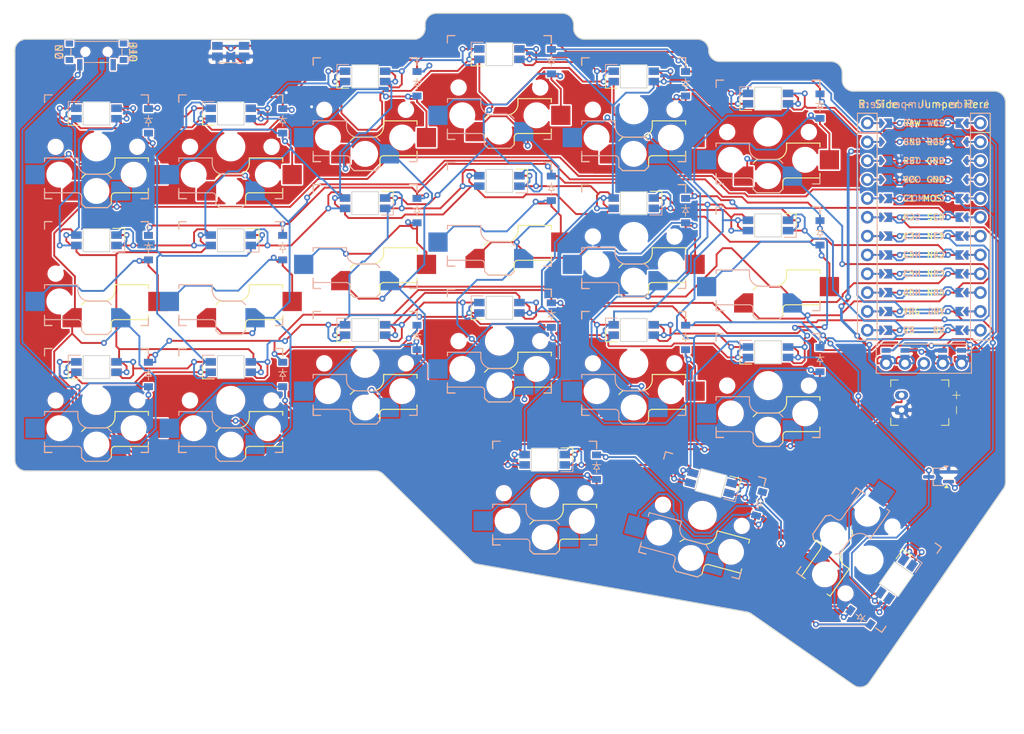
<source format=kicad_pcb>
(kicad_pcb (version 20240108) (generator "pcbnew") (generator_version "8.0")
  (title_block (title "main_pcb") (date "2024-11-11") (rev "v1.0.0") (company "Unknown"))
  (layers (0 "F.Cu" signal) (31 "B.Cu" signal) (34 "B.Paste" user) (35 "F.Paste" user) (36 "B.SilkS" user "B.Silkscreen") (37 "F.SilkS" user "F.Silkscreen") (38 "B.Mask" user) (39 "F.Mask" user) (44 "Edge.Cuts" user))
  (net 0 "")
  (net 1 "far_thumb")
  (net 2 "C1")
  (net 3 "macro_bottom")
  (net 4 "macro_middle")
  (net 5 "macro_top")
  (net 6 "C2")
  (net 7 "pinky_bottom")
  (net 8 "pinky_middle")
  (net 9 "pinky_top")
  (net 10 "C3")
  (net 11 "ring_bottom")
  (net 12 "ring_middle")
  (net 13 "ring_top")
  (net 14 "C4")
  (net 15 "middle_bottom")
  (net 16 "middle_middle")
  (net 17 "middle_top")
  (net 18 "C5")
  (net 19 "index_bottom")
  (net 20 "index_middle")
  (net 21 "index_top")
  (net 22 "C6")
  (net 23 "inner_bottom")
  (net 24 "inner_middle")
  (net 25 "inner_top")
  (net 26 "near_thumb")
  (net 27 "home_thumb")
  (net 28 "LED_DRAIN")
  (net 29 "RGB")
  (net 30 "RAW")
  (net 31 "RGB_2")
  (net 32 "RGB_3")
  (net 33 "RGB_4")
  (net 34 "RGB_5")
  (net 35 "RGB_6")
  (net 36 "RGB_7")
  (net 37 "RGB_8")
  (net 38 "RGB_9")
  (net 39 "RGB_10")
  (net 40 "RGB_11")
  (net 41 "RGB_12")
  (net 42 "RGB_13")
  (net 43 "RGB_14")
  (net 44 "RGB_15")
  (net 45 "RGB_16")
  (net 46 "RGB_17")
  (net 47 "RGB_18")
  (net 48 "RGB_19")
  (net 49 "RGB_20")
  (net 50 "RGB_21")
  (net 51 "RGB_22")
  (net 52 "R3")
  (net 53 "R2")
  (net 54 "R1")
  (net 55 "P010")
  (net 56 "GND")
  (net 57 "RST")
  (net 58 "VCC")
  (net 59 "CS")
  (net 60 "MOSI")
  (net 61 "SCK")
  (net 62 "NC1")
  (net 63 "NC2")
  (net 64 "NC3")
  (net 65 "NC4")
  (net 66 "VRG")
  (net 67 "MCU1_24")
  (net 68 "MCU1_1")
  (net 69 "MCU1_23")
  (net 70 "MCU1_2")
  (net 71 "MCU1_22")
  (net 72 "MCU1_3")
  (net 73 "MCU1_21")
  (net 74 "MCU1_4")
  (net 75 "MCU1_20")
  (net 76 "MCU1_5")
  (net 77 "MCU1_19")
  (net 78 "MCU1_6")
  (net 79 "MCU1_18")
  (net 80 "MCU1_7")
  (net 81 "MCU1_17")
  (net 82 "MCU1_8")
  (net 83 "MCU1_16")
  (net 84 "MCU1_9")
  (net 85 "MCU1_15")
  (net 86 "MCU1_10")
  (net 87 "MCU1_14")
  (net 88 "MCU1_11")
  (net 89 "MCU1_13")
  (net 90 "MCU1_12")
  (net 91 "DISP1_1")
  (net 92 "DISP1_2")
  (net 93 "DISP1_4")
  (net 94 "DISP1_5")
  (net 95 "BAT_P")
  (footprint "ComboDiode" (layer "F.Cu") (at 164.3173 88.931 -105)
    (property "Reference" "D20" (hide yes))
    (property "Value" "" (hide yes))
  )
  (footprint "sw_reset_side" (layer "F.Cu") (at 93.1 27.9 90)
    (property "Reference" "SW1" (hide yes))
    (property "Value" "")
  )
  (footprint "ComboDiode" (layer "F.Cu") (at 100.1 54.4 -90)
    (property "Reference" "D5" (hide yes))
    (property "Value" "" (hide yes))
  )
  (footprint "ComboDiode" (layer "F.Cu") (at 172.5 52.4 -90)
    (property "Reference" "D17" (hide yes))
    (property "Value" "" (hide yes))
  )
  (footprint "PG1350" (layer "F.Cu") (at 135.4 87.5 180)
    (property "Reference" "S20" (hide yes))
    (property "Value" "")
  )
  (footprint "PG1350" (layer "F.Cu") (at 111.2 35.8 180)
    (property "Reference" "S10" (hide yes))
    (property "Value" "")
  )
  (footprint "PG1350" (layer "F.Cu") (at 111.2 70 180)
    (property "Reference" "S8" (hide yes))
    (property "Value" "")
  )
  (footprint "ComboDiode" (layer "F.Cu") (at 142.4 84 -90)
    (property "Reference" "D19" (hide yes))
    (property "Value" "" (hide yes))
  )
  (footprint "PG1350" (layer "F.Cu") (at 75 40.8 180)
    (property "Reference" "S4" (hide yes))
    (property "Value" "")
  )
  (footprint "ComboDiode" (layer "F.Cu") (at 136.3 63.5 -90)
    (property "Reference" "D10" (hide yes))
    (property "Value" "" (hide yes))
  )
  (footprint "ComboDiode" (layer "F.Cu") (at 154.4 32.3 -90)
    (property "Reference" "D15" (hide yes))
    (property "Value" "" (hide yes))
  )
  (footprint "PG1350" (layer "F.Cu") (at 147.4 70 180)
    (property "Reference" "S14" (hide yes))
    (property "Value" "")
  )
  (footprint "PG1350" (layer "F.Cu") (at 75 75 180)
    (property "Reference" "S2" (hide yes))
    (property "Value" "")
  )
  (footprint "ComboDiode" (layer "F.Cu") (at 118.2 49.4 -90)
    (property "Reference" "D8" (hide yes))
    (property "Value" "" (hide yes))
  )
  (footprint "PG1350" (layer "F.Cu") (at 93.1 75 180)
    (property "Reference" "S5" (hide yes))
    (property "Value" "")
  )
  (footprint "ComboDiode" (layer "F.Cu") (at 118.2 66.5 -90)
    (property "Reference" "D7" (hide yes))
    (property "Value" "" (hide yes))
  )
  (footprint "PG1350" (layer "F.Cu") (at 165.5 55.9 180)
    (property "Reference" "S18" (hide yes))
    (property "Value" "")
  )
  (footprint "ComboDiode" (layer "F.Cu") (at 100.1 71.5 -90)
    (property "Reference" "D4" (hide yes))
    (property "Value" "" (hide yes))
  )
  (footprint "nice!view" (layer "F.Cu") (at 186.5 53.3)
    (property "Reference" "DISP1" (hide yes))
    (property "Value" "")
  )
  (footprint "PG1350" (layer "F.Cu") (at 129.3 67 180)
    (property "Reference" "S11" (hide yes))
    (property "Value" "")
  )
  (footprint "ComboDiode" (layer "F.Cu") (at 100.1 37.3 -90)
    (property "Reference" "D6" (hide yes))
    (property "Value" "" (hide yes))
  )
  (footprint "ComboDiode" (layer "F.Cu") (at 82 71.5 -90)
    (property "Reference" "D1" (hide yes))
    (property "Value" "" (hide yes))
  )
  (footprint "PG1350" (layer "F.Cu") (at 165.5 73 180)
    (property "Reference" "S17" (hide yes))
    (property "Value" "")
  )
  (footprint "PG1350" (layer "F.Cu") (at 93.1 57.9 180)
    (property "Reference" "S6" (hide yes))
    (property "Value" "")
  )
  (footprint "PG1350" (layer "F.Cu") (at 147.4 52.9 180)
    (property "Reference" "S15" (hide yes))
    (property "Value" "")
  )
  (footprint "ComboDiode" (layer "F.Cu") (at 154.4 66.5 -90)
    (property "Reference" "D13" (hide yes))
    (property "Value" "" (hide yes))
  )
  (footprint "PG1350" (layer "F.Cu") (at 156.65 90.5 165)
    (property "Reference" "S21" (hide yes))
    (property "Value" "")
  )
  (footprint "PG1350" (layer "F.Cu") (at 179.1078 96.5175 55)
    (property "Reference" "S1" (hide yes))
    (property "Value" "")
  )
  (footprint "ComboDiode" (layer "F.Cu") (at 82 37.3 -90)
    (property "Reference" "D3" (hide yes))
    (property "Value" "" (hide yes))
  )
  (footprint "PG1350" (layer "F.Cu") (at 165.5 38.8 180)
    (property "Reference" "S19" (hide yes))
    (property "Value" "")
  )
  (footprint "nice_nano" (layer "F.Cu") (at 186.5 50.3)
    (property "Reference" "MCU1" (hide yes))
    (property "Value" "")
  )
  (footprint "PG1350" (layer "F.Cu") (at 93.1 40.8 180)
    (property "Reference" "S7" (hide yes))
    (property "Value" "")
  )
  (footprint "ComboDiode" (layer "F.Cu") (at 177.9598 104.2591 145)
    (property "Reference" "D21" (hide yes))
    (property "Value" "" (hide yes))
  )
  (footprint "ComboDiode" (layer "F.Cu") (at 136.3 46.4 -90)
    (property "Reference" "D11" (hide yes))
    (property "Value" "" (hide yes))
  )
  (footprint "ComboDiode" (layer "F.Cu") (at 172.5 69.5 -90)
    (property "Reference" "D16" (hide yes))
    (property "Value" "" (hide yes))
  )
  (footprint "ComboDiode" (layer "F.Cu") (at 172.5 35.3 -90)
    (property "Reference" "D18" (hide yes))
    (property "Value" "" (hide yes))
  )
  (footprint "garethbradley:battery_connector_jst_ph_2" (layer "F.Cu") (at 183.5 75.3 90)
    (property "Reference" "JST1" (hide yes))
    (property "Value" "")
  )
  (footprint "PG1350" (layer "F.Cu") (at 111.2 52.9 180)
    (property "Reference" "S9" (hide yes))
    (property "Value" "")
  )
  (footprint "ComboDiode" (layer "F.Cu") (at 154.4 49.4 -90)
    (property "Reference" "D14" (hide yes))
    (property "Value" "" (hide yes))
  )
  (footprint "PG1350" (layer "F.Cu") (at 129.3 49.9 180)
    (property "Reference" "S12" (hide yes))
    (property "Value" "")
  )
  (footprint "ComboDiode" (layer "F.Cu") (at 82 54.4 -90)
    (property "Reference" "D2" (hide yes))
    (property "Value" "" (hide yes))
  )
  (footprint "ComboDiode" (layer "F.Cu") (at 136.3 29.3 -90)
    (property "Reference" "D12" (hide yes))
    (property "Value" "" (hide yes))
  )
  (footprint "PG1350" (layer "F.Cu") (at 147.4 35.8 180)
    (property "Reference" "S16" (hide yes))
    (property "Value" "")
  )
  (footprint "ComboDiode" (layer "F.Cu") (at 118.2 32.3 -90)
    (property "Reference" "D9" (hide yes))
    (property "Value" "" (hide yes))
  )
  (footprint "PG1350" (layer "F.Cu") (at 129.3 32.8 180)
    (property "Reference" "S13" (hide yes))
    (property "Value" "")
  )
  (footprint "PG1350" (layer "F.Cu") (at 75 57.9 180)
    (property "Reference" "S3" (hide yes))
    (property "Value" "")
  )
  (footprint "ceoloide:led_SK6812mini-e (per-key, reversible)" (layer "B.Cu") (at 129.3 28.3)
    (property "Reference" "LED3" (hide yes))
    (property "Value" "")
    (fp_rect (start -1.8 -1.55) (end 1.8 1.55) (stroke (width 0.12)) (fill none) (layer "Edge.Cuts"))
  )
  (footprint "ceoloide:led_SK6812mini-e (per-key, reversible)" (layer "B.Cu") (at 165.5 34.3)
    (property "Reference" "LED1" (hide yes))
    (property "Value" "")
    (fp_rect (start -1.8 -1.55) (end 1.8 1.55) (stroke (width 0.12)) (fill none) (layer "Edge.Cuts"))
  )
  (footprint "ceoloide:led_SK6812mini-e (per-key, reversible)" (layer "B.Cu") (at 75 70.5)
    (property "Reference" "LED18" (hide yes))
    (property "Value" "")
    (fp_rect (start -1.8 -1.55) (end 1.8 1.55) (stroke (width 0.12)) (fill none) (layer "Edge.Cuts"))
  )
  (footprint "ceoloide:led_SK6812mini-e (per-key, reversible)" (layer "B.Cu") (at 129.3 62.5)
    (property "Reference" "LED15" (hide yes))
    (property "Value" "")
    (fp_rect (start -1.8 -1.55) (end 1.8 1.55) (stroke (width 0.12)) (fill none) (layer "Edge.Cuts"))
  )
  (footprint "ceoloide:led_SK6812mini-e (per-key, reversible)" (layer "B.Cu") (at 182.794 99.0986 -125)
    (property "Reference" "LED21" (hide yes))
    (property "Value" "")
    (fp_poly (pts (xy -1.8 -1.55) (xy 1.8 -1.55) (xy 1.8 1.55) (xy -1.8 1.55)) (stroke (width 0.12)) (fill none) (layer "Edge.Cuts"))
  )
  (footprint "ceoloide:led_SK6812mini-e (per-key, reversible)" (layer "B.Cu") (at 75 36.3)
    (property "Reference" "LED6" (hide yes))
    (property "Value" "")
    (fp_rect (start -1.8 -1.55) (end 1.8 1.55) (stroke (width 0.12)) (fill none) (layer "Edge.Cuts"))
  )
  (footprint "ceoloide:led_SK6812mini-e (per-key, reversible)" (layer "B.Cu") (at 147.4 48.4 180)
    (property "Reference" "LED11" (hide yes))
    (property "Value" "")
    (fp_rect (start -1.8 -1.55) (end 1.8 1.55) (stroke (width 0.12)) (fill none) (layer "Edge.Cuts"))
  )
  (footprint "ceoloide:led_SK6812mini-e (per-key, reversible)" (layer "B.Cu") (at 157.8147 86.1533 165)
    (property "Reference" "LED20" (hide yes))
    (property "Value" "")
    (fp_poly (pts (xy -1.8 -1.55) (xy 1.8 -1.55) (xy 1.8 1.55) (xy -1.8 1.55)) (stroke (width 0.12)) (fill none) (layer "Edge.Cuts"))
  )
  (footprint "ceoloide:led_SK6812mini-e (per-key, reversible)" (layer "B.Cu") (at 75 53.4 180)
    (property "Reference" "LED7" (hide yes))
    (property "Value" "")
    (fp_rect (start -1.8 -1.55) (end 1.8 1.55) (stroke (width 0.12)) (fill none) (layer "Edge.Cuts"))
  )
  (footprint "ceoloide:led_SK6812mini-e (per-key, reversible)" (layer "B.Cu") (at 93.1 70.5)
    (property "Reference" "LED17" (hide yes))
    (property "Value" "")
    (fp_rect (start -1.8 -1.55) (end 1.8 1.55) (stroke (width 0.12)) (fill none) (layer "Edge.Cuts"))
  )
  (footprint "ceoloide:led_SK6812mini-e (per-key, reversible)" (layer "B.Cu") (at 135.4 83 180)
    (property "Reference" "LED19" (hide yes))
    (property "Value" "")
    (fp_rect (start -1.8 -1.55) (end 1.8 1.55) (stroke (width 0.12)) (fill none) (layer "Edge.Cuts"))
  )
  (footprint "ceoloide:led_SK6812mini-e (per-key, reversible)" (layer "B.Cu") (at 111.2 48.4 180)
    (property "Reference" "LED9" (hide yes))
    (property "Value" "")
    (fp_rect (start -1.8 -1.55) (end 1.8 1.55) (stroke (width 0.12)) (fill none) (layer "Edge.Cuts"))
  )
  (footprint "ceoloide:led_SK6812mini-e (per-key, reversible)" (layer "B.Cu") (at 147.4 65.5)
    (property "Reference" "LED14" (hide yes))
    (property "Value" "")
    (fp_rect (start -1.8 -1.55) (end 1.8 1.55) (stroke (width 0.12)) (fill none) (layer "Edge.Cuts"))
  )
  (footprint "ceoloide:led_SK6812mini-e (per-key, reversible)" (layer "B.Cu") (at 93.1 36.3)
    (property "Reference" "LED5" (hide yes))
    (property "Value" "")
    (fp_rect (start -1.8 -1.55) (end 1.8 1.55) (stroke (width 0.12)) (fill none) (layer "Edge.Cuts"))
  )
  (footprint "ceoloide:led_SK6812mini-e (per-key, reversible)" (layer "B.Cu") (at 165.5 51.4 180)
    (property "Reference" "LED12" (hide yes))
    (property "Value" "")
    (fp_rect (start -1.8 -1.55) (end 1.8 1.55) (stroke (width 0.12)) (fill none) (layer "Edge.Cuts"))
  )
  (footprint "ceoloide:led_SK6812mini-e (per-key, reversible)" (layer "B.Cu") (at 129.3 45.4 180)
    (property "Reference" "LED10" (hide yes))
    (property "Value" "")
    (fp_rect (start -1.8 -1.55) (end 1.8 1.55) (stroke (width 0.12)) (fill none) (layer "Edge.Cuts"))
  )
  (footprint "ceoloide:power_switch_smd_side" (layer "B.Cu") (at 75 28 90)
    (property "Reference" "PWR1" (hide yes))
    (property "Value" "")
  )
  (footprint "ceoloide:led_SK6812mini-e (per-key, reversible)" (layer "B.Cu") (at 111.2 31.3)
    (property "Reference" "LED4" (hide yes))
    (property "Value" "")
    (fp_rect (start -1.8 -1.55) (end 1.8 1.55) (stroke (width 0.12)) (fill none) (layer "Edge.Cuts"))
  )
  (footprint "garethbradley:mosfet_pjc7400" (layer "B.Cu") (at 188.5 85.3 180)
    (property "Reference" "D22" (hide yes))
    (property "Value" "")
  )
  (footprint "ceoloide:led_SK6812mini-e (per-key, reversible)" (layer "B.Cu") (at 165.5 68.5)
    (property "Reference" "LED13" (hide yes))
    (property "Value" "")
    (fp_rect (start -1.8 -1.55) (end 1.8 1.55) (stroke (width 0.12)) (fill none) (layer "Edge.Cuts"))
  )
  (footprint "ceoloide:led_SK6812mini-e (per-key, reversible)" (layer "B.Cu") (at 93.1 53.4 180)
    (property "Reference" "LED8" (hide yes))
    (property "Value" "")
    (fp_rect (start -1.8 -1.55) (end 1.8 1.55) (stroke (width 0.12)) (fill none) (layer "Edge.Cuts"))
  )
  (footprint "ceoloide:led_SK6812mini-e (per-key, reversible)" (layer "B.Cu") (at 111.2 65.5)
    (property "Reference" "LED16" (hide yes))
    (property "Value" "")
    (fp_rect (start -1.8 -1.55) (end 1.8 1.55) (stroke (width 0.12)) (fill none) (layer "Edge.Cuts"))
  )
  (footprint "ceoloide:led_SK6812mini-e (per-key, reversible)" (layer "B.Cu") (at 147.4 31.3)
    (property "Reference" "LED2" (hide yes))
    (property "Value" "")
    (fp_rect (start -1.8 -1.55) (end 1.8 1.55) (stroke (width 0.12)) (fill none) (layer "Edge.Cuts"))
  )
  (gr_line (start 139.3 24.799918) (end 139.3 24.299) (stroke (width 0.15)) (layer "Edge.Cuts"))
  (gr_line (start 155.999918 26.299082) (end 140.800082 26.299918) (stroke (width 0.15)) (layer "Edge.Cuts"))
  (gr_arc (start 119.3 24.299) (mid 119.73934 23.23834) (end 120.8 22.799) (stroke (width 0.15)) (layer "Edge.Cuts"))
  (gr_line (start 174 29.3) (end 159 29.3) (stroke (width 0.15)) (layer "Edge.Cuts"))
  (gr_arc (start 64 27.8) (mid 64.43934 26.73934) (end 65.5 26.3) (stroke (width 0.15)) (layer "Edge.Cuts"))
  (gr_arc (start 137.8 22.799) (mid 138.86066 23.23834) (end 139.3 24.299) (stroke (width 0.15)) (layer "Edge.Cuts"))
  (gr_line (start 163.249954 103.772638) (end 177.051569 113.393269) (stroke (width 0.15)) (layer "Edge.Cuts"))
  (gr_arc (start 65.5 84.5) (mid 64.43934 84.06066) (end 64 83) (stroke (width 0.15)) (layer "Edge.Cuts"))
  (gr_arc (start 159 29.3) (mid 157.93934 28.86066) (end 157.5 27.8) (stroke (width 0.15)) (layer "Edge.Cuts"))
  (gr_arc (start 112.585642 84.5) (mid 113.154155 84.611927) (end 113.637851 84.930956) (stroke (width 0.15)) (layer "Edge.Cuts"))
  (gr_arc (start 126.358257 97.08137) (mid 125.932366 96.937312) (end 125.568293 96.673517) (stroke (width 0.15)) (layer "Edge.Cuts"))
  (gr_arc (start 119.3 24.8) (mid 118.86066 25.86066) (end 117.8 26.3) (stroke (width 0.15)) (layer "Edge.Cuts"))
  (gr_arc (start 195.999932 33.300068) (mid 197.060647 33.739382) (end 197.5 34.800068) (stroke (width 0.15)) (layer "Edge.Cuts"))
  (gr_line (start 137.8 22.799) (end 120.8 22.799) (stroke (width 0.15)) (layer "Edge.Cuts"))
  (gr_line (start 64 27.8) (end 64 83) (stroke (width 0.15)) (layer "Edge.Cuts"))
  (gr_line (start 113.637851 84.930956) (end 125.568293 96.673517) (stroke (width 0.15)) (layer "Edge.Cuts"))
  (gr_line (start 175.5 31.800932) (end 175.5 30.8) (stroke (width 0.15)) (layer "Edge.Cuts"))
  (gr_line (start 197.5 86.03144) (end 197.5 34.800068) (stroke (width 0.15)) (layer "Edge.Cuts"))
  (gr_arc (start 162.65443 103.526282) (mid 162.965581 103.617096) (end 163.249954 103.772638) (stroke (width 0.15)) (layer "Edge.Cuts"))
  (gr_arc (start 155.999918 26.299082) (mid 157.060638 26.738392) (end 157.5 27.799082) (stroke (width 0.15)) (layer "Edge.Cuts"))
  (gr_line (start 119.3 24.299) (end 119.3 24.8) (stroke (width 0.15)) (layer "Edge.Cuts"))
  (gr_arc (start 174 29.3) (mid 175.06066 29.73934) (end 175.5 30.8) (stroke (width 0.15)) (layer "Edge.Cuts"))
  (gr_line (start 126.358257 97.08137) (end 162.65443 103.526282) (stroke (width 0.15)) (layer "Edge.Cuts"))
  (gr_line (start 65.5 84.5) (end 112.585642 84.5) (stroke (width 0.15)) (layer "Edge.Cuts"))
  (gr_line (start 195.999932 33.300068) (end 177.000068 33.300932) (stroke (width 0.15)) (layer "Edge.Cuts"))
  (gr_arc (start 140.800082 26.299918) (mid 139.739362 25.860608) (end 139.3 24.799918) (stroke (width 0.15)) (layer "Edge.Cuts"))
  (gr_line (start 117.8 26.3) (end 65.5 26.3) (stroke (width 0.15)) (layer "Edge.Cuts"))
  (gr_arc (start 197.5 86.03144) (mid 197.431761 86.478682) (end 197.233293 86.885248) (stroke (width 0.15)) (layer "Edge.Cuts"))
  (gr_arc (start 177.000068 33.300932) (mid 175.939353 32.861618) (end 175.5 31.800932) (stroke (width 0.15)) (layer "Edge.Cuts"))
  (gr_line (start 179.142631 113.016535) (end 197.233293 86.885248) (stroke (width 0.15)) (layer "Edge.Cuts"))
  (gr_arc (start 179.142631 113.016535) (mid 178.175295 113.638975) (end 177.051569 113.393269) (stroke (width 0.15)) (layer "Edge.Cuts"))
  (segment (start 171.2896 101.1451) (end 172.8591 102.244) (width 0.254) (layer "F.Cu") (net 1))
  (segment (start 176.6082 103.3127) (end 175.8361 102.7721) (width 0.254) (layer "F.Cu") (net 1))
  (segment (start 175.9967 104.186) (end 175.7349 104.186) (width 0.254) (layer "F.Cu") (net 1))
  (segment (start 175.8361 102.7721) (end 173.3872 102.7721) (width 0.254) (layer "F.Cu") (net 1))
  (segment (start 175.7349 104.186) (end 175.699 104.2219) (width 0.254) (layer "F.Cu") (net 1))
  (segment (start 173.3872 102.7721) (end 172.8591 102.244) (width 0.254) (layer "F.Cu") (net 1))
  (segment (start 176.6082 103.3127) (end 175.9967 104.186) (width 0.254) (layer "F.Cu") (net 1))
  (via (at 175.699 104.2219) (size 0.8) (drill 0.4) (layers "F.Cu" "B.Cu") (net 1))
  (segment (start 175.2468 95.4822) (end 175.2468 99.3234) (width 0.254) (layer "B.Cu") (net 1))
  (segment (start 175.2468 99.3234) (end 174.4607 100.1095) (width 0.254) (layer "B.Cu") (net 1))
  (segment (start 176.4319 89.7632) (end 176.4319 94.262) (width 0.254) (layer "B.Cu") (net 1))
  (segment (start 180.7823 87.5881) (end 179.2129 86.4892) (width 0.254) (layer "B.Cu") (net 1))
  (segment (start 178.5139 87.1882) (end 178.5139 87.6812) (width 0.254) (layer "B.Cu") (net 1))
  (segment (start 174.4607 102.9118) (end 175.7349 104.186) (width 0.254) (layer "B.Cu") (net 1))
  (segment (start 179.2129 86.4892) (end 178.5139 87.1882) (width 0.254) (layer "B.Cu") (net 1))
  (segment (start 175.699 104.2219) (end 175.7349 104.186) (width 0.254) (layer "B.Cu") (net 1))
  (segment (start 176.3604 94.3686) (end 175.2468 95.4822) (width 0.254) (layer "B.Cu") (net 1))
  (segment (start 174.4607 100.1095) (end 174.4607 102.9118) (width 0.254) (layer "B.Cu") (net 1))
  (segment (start 176.3604 94.3335) (end 176.3604 94.3686) (width 0.254) (layer "B.Cu") (net 1))
  (segment (start 178.5139 87.6812) (end 176.4319 89.7632) (width 0.254) (layer "B.Cu") (net 1))
  (segment (start 175.7349 104.186) (end 175.9967 104.186) (width 0.254) (layer "B.Cu") (net 1))
  (segment (start 176.4319 94.262) (end 176.3604 94.3335) (width 0.254) (layer "B.Cu") (net 1))
  (segment (start 176.6082 103.3127) (end 175.9967 104.186) (width 0.254) (layer "B.Cu") (net 1))
  (segment (start 188.5521 46.5521) (end 171.5351 46.5521) (width 0.254) (layer "F.Cu") (net 2))
  (segment (start 71.7954 74.3215) (end 69.3061 71.8322) (width 0.254) (layer "F.Cu") (net 2))
  (segment (start 137.4453 42.2169) (end 114.4263 42.2169) (width 0.254) (layer "F.Cu") (net 2))
  (segment (start 71.725 65.9844) (end 72.9906 67.25) (width 0.254) (layer "F.Cu") (net 2))
  (segment (start 191.28 47.76) (end 191.275 47.76) (width 0.25) (layer "F.Cu") (net 2))
  (segment (start 72.9849 48.891) (end 72.9176 48.8237) (width 0.254) (layer "F.Cu") (net 2))
  (segment (start 69.3061 71.8322) (end 69.3061 68.4033) (width 0.254) (layer "F.Cu") (net 2))
  (segment (start 72.9176 48.8237) (end 72.9176 47.9426) (width 0.254) (layer "F.Cu") (net 2))
  (segment (start 191.275 47.76) (end 189.762 47.76) (width 0.25) (layer "F.Cu") (net 2))
  (segment (start 162.3527 47.0823) (end 160.27 47.0823) (width 0.254) (layer "F.Cu") (net 2))
  (segment (start 101.1045 48.891) (end 77.7335 48.891) (width 0.254) (layer "F.Cu") (net 2))
  (segment (start 72.0937 58.2739) (end 69.3071 55.4873) (width 0.254) (layer "F.Cu") (net 2))
  (segment (start 72.0932 80.5818) (end 72.0932 76.6545) (width 0.254) (layer "F.Cu") (net 2))
  (segment (start 71.725 80.95) (end 72.0932 80.5818) (width 0.254) (layer "F.Cu") (net 2))
  (segment (start 189.76 47.76) (end 188.5521 46.5521) (width 0.254) (layer "F.Cu") (net 2))
  (segment (start 104.8611 45.1343) (end 101.1045 48.8909) (width 0.254) (layer "F.Cu") (net 2))
  (segment (start 101.1045 48.8909) (end 101.1045 48.891) (width 0.254) (layer "F.Cu") (net 2))
  (segment (start 72.9906 67.25) (end 76 67.25) (width 0.254) (layer "F.Cu") (net 2))
  (segment (start 189.762 47.76) (end 189.76 47.76) (width 0.25) (layer "F.Cu") (net 2))
  (segment (start 72.9176 47.9426) (end 71.725 46.75) (width 0.254) (layer "F.Cu") (net 2))
  (segment (start 69.3071 52.4342) (end 72.9176 48.8237) (width 0.254) (layer "F.Cu") (net 2))
  (segment (start 72.0932 76.6545) (end 71.7954 76.3567) (width 0.254) (layer "F.Cu") (net 2))
  (segment (start 111.5089 45.1343) (end 104.8611 45.1343) (width 0.254) (layer "F.Cu") (net 2))
  (segment (start 77.7335 48.891) (end 72.9849 48.891) (width 0.254) (layer "F.Cu") (net 2))
  (segment (start 139.9608 44.7324) (end 137.4453 42.2169) (width 0.254) (layer "F.Cu") (net 2))
  (segment (start 160.27 47.0823) (end 157.9201 44.7324) (width 0.254) (layer "F.Cu") (net 2))
  (segment (start 69.3071 55.4873) (end 69.3071 52.4342) (width 0.254) (layer "F.Cu") (net 2))
  (segment (start 71.725 65.9844) (end 71.725 63.85) (width 0.254) (layer "F.Cu") (net 2))
  (segment (start 170.5937 47.4935) (end 162.7639 47.4935) (width 0.254) (layer "F.Cu") (net 2))
  (segment (start 162.7639 47.4935) (end 162.3527 47.0823) (width 0.254) (layer "F.Cu") (net 2))
  (segment (start 114.4263 42.2169) (end 111.5089 45.1343) (width 0.254) (layer "F.Cu") (net 2))
  (segment (start 71.725 63.85) (end 72.0937 63.4813) (width 0.254) (layer "F.Cu") (net 2))
  (segment (start 69.3061 68.4033) (end 71.725 65.9844) (width 0.254) (layer "F.Cu") (net 2))
  (segment (start 71.7954 76.3567) (end 71.7954 74.3215) (width 0.254) (layer "F.Cu") (net 2))
  (segment (start 72.0937 63.4813) (end 72.0937 58.2739) (width 0.254) (layer "F.Cu") (net 2))
  (segment (start 171.5351 46.5521) (end 170.5937 47.4935) (width 0.254) (layer "F.Cu") (net 2))
  (segment (start 157.9201 44.7324) (end 139.9608 44.7324) (width 0.254) (layer "F.Cu") (net 2))
  (via (at 76 67.25) (size 0.8) (drill 0.4) (layers "F.Cu" "B.Cu") (net 2))
  (via (at 77.7335 48.891) (size 0.8) (drill 0.4) (layers "F.Cu" "B.Cu") (net 2))
  (segment (start 182.89 48.49) (end 183.59 48.49) (width 0.25) (layer "B.Cu") (net 2))
  (segment (start 78.275 46.75) (end 77.7335 47.2915) (width 0.254) (layer "B.Cu") (net 2))
  (segment (start 78.275 64.975) (end 78.275 63.85) (width 0.254) (layer "B.Cu") (net 2))
  (segment (start 80.818 80.95) (end 82.9764 78.7916) (width 0.254) (layer "B.Cu") (net 2))
  (segment (start 80.7872 66.3622) (end 78.275 63.85) (width 0.254) (layer "B.Cu") (net 2))
  (segment (start 189.6599 47.8601) (end 189.76 47.76) (width 0.25) (layer "B.Cu") (net 2))
  (segment (start 82.9764 78.7916) (end 82.9764 71.855) (width 0.254) (layer "B.Cu") (net 2))
  (segment (start 183.96 48.1) (end 184.05 48.01) (width 0.25) (layer "B.Cu") (net 2))
  (segment (start 181.725 47.76) (end 182.16 47.76) (width 0.25) (layer "B.Cu") (net 2))
  (segment (start 82.0889 70.9675) (end 81.5809 70.9675) (width 0.254) (layer "B.Cu") (net 2))
  (segment (start 77.7335 47.2915) (end 77.7335 48.891) (width 0.254) (layer "B.Cu") (net 2))
  (segment (start 182.16 47.76) (end 182.89 48.49) (width 0.25) (layer "B.Cu") (net 2))
  (segment (start 82.9764 71.855) (end 82.0889 70.9675) (width 0.254) (layer "B.Cu") (net 2))
  (segment (start 80.7872 70.1738) (end 80.7872 66.3622) (width 0.254) (layer "B.Cu") (net 2))
  (segment (start 181.72 47.76) (end 181.725 47.76) (width 0.25) (layer "B.Cu") (net 2))
  (segment (start 81.5809 70.9675) (end 80.7872 70.1738) (width 0.254) (layer "B.Cu") (net 2))
  (segment (start 78.275 80.95) (end 80.818 80.95) (width 0.254) (layer "B.Cu") (net 2))
  (segment (start 189.6619 47.8601) (end 189.6599 47.8601) (width 0.254) (layer "B.Cu") (net 2))
  (segment (start 189.51 48.01) (end 189.6599 47.8601) (width 0.25) (layer "B.Cu") (net 2))
  (segment (start 184.05 48.01) (end 189.51 48.01) (width 0.25) (layer "B.Cu") (net 2))
  (segment (start 189.762 47.76) (end 189.6619 47.8601) (width 0.254) (layer "B.Cu") (net 2))
  (segment (start 183.96 48.11) (end 183.96 48.1) (width 0.25) (layer "B.Cu") (net 2))
  (segment (start 76 67.25) (end 78.275 64.975) (width 0.254) (layer "B.Cu") (net 2))
  (segment (start 183.59 48.49) (end 183.96 48.11) (width 0.25) (layer "B.Cu") (net 2))
  (segment (start 82 74.25) (end 82 74) (width 0.254) (layer "F.Cu") (net 3))
  (segment (start 82 77.475) (end 83.275 78.75) (width 0.254) (layer "F.Cu") (net 3))
  (segment (start 82 74.25) (end 82 77.475) (width 0.254) (layer "F.Cu") (net 3))
  (segment (start 82 73.15) (end 82 74.25) (width 0.254) (layer "F.Cu") (net 3))
  (via (at 82 74.25) (size 0.8) (drill 0.4) (layers "F.Cu" "B.Cu") (net 3))
  (segment (start 82 73.15) (end 81.0713 73.15) (width 0.254) (layer "B.Cu") (net 3))
  (segment (start 80.5945 72.6732) (end 74.0117 72.6732) (width 0.254) (layer "B.Cu") (net 3))
  (segment (start 68.9941 76.4809) (end 66.725 78.75) (width 0.254) (layer "B.Cu") (net 3))
  (segment (start 74.0117 72.6732) (end 70.204 76.4809) (width 0.254) (layer "B.Cu") (net 3))
  (segment (start 82 73.15) (end 82 74.25) (width 0.254) (layer "B.Cu") (net 3))
  (segment (start 81.0713 73.15) (end 80.5945 72.6732) (width 0.254) (layer "B.Cu") (net 3))
  (segment (start 70.204 76.4809) (end 68.9941 76.4809) (width 0.254) (layer "B.Cu") (net 3))
  (segment (start 82 56.3745) (end 80.9754 56.3745) (width 0.254) (layer "F.Cu") (net 4))
  (segment (start 82 56.8287) (end 83.275 58.1037) (width 0.254) (layer "F.Cu") (net 4))
  (segment (start 83.275 58.1037) (end 83.275 61.65) (width 0.254) (layer "F.Cu") (net 4))
  (segment (start 82 56.3745) (end 82 56.8287) (width 0.254) (layer "F.Cu") (net 4))
  (segment (start 80.9754 56.3745) (end 80.7776 56.1767) (width 0.254) (layer "F.Cu") (net 4))
  (segment (start 82 56.05) (end 82 56.3745) (width 0.254) (layer "F.Cu") (net 4))
  (via (at 80.7776 56.1767) (size 0.8) (drill 0.4) (layers "F.Cu" "B.Cu") (net 4))
  (segment (start 68.8515 59.5235) (end 66.725 61.65) (width 0.254) (layer "B.Cu") (net 4))
  (segment (start 72.3241 59.5235) (end 68.8515 59.5235) (width 0.254) (layer "B.Cu") (net 4))
  (segment (start 75.9562 60.2315) (end 73.0321 60.2315) (width 0.254) (layer "B.Cu") (net 4))
  (segment (start 81.0713 56.05) (end 80.9446 56.1767) (width 0.254) (layer "B.Cu") (net 4))
  (segment (start 82 56.05) (end 81.0713 56.05) (width 0.254) (layer "B.Cu") (net 4))
  (segment (start 80.7776 56.1767) (end 80.011 56.1767) (width 0.254) (layer "B.Cu") (net 4))
  (segment (start 80.9446 56.1767) (end 80.7776 56.1767) (width 0.254) (layer "B.Cu") (net 4))
  (segment (start 80.011 56.1767) (end 75.9562 60.2315) (width 0.254) (layer "B.Cu") (net 4))
  (segment (start 73.0321 60.2315) (end 72.3241 59.5235) (width 0.254) (layer "B.Cu") (net 4))
  (segment (start 81.0923 39.3704) (end 82.0321 40.3102) (width 0.254) (layer "F.Cu") (net 5))
  (segment (start 83.275 42.9213) (end 82.5799 42.2262) (width 0.254) (layer "F.Cu") (net 5))
  (segment (start 82.5799 40.3102) (end 82.5799 40.3086) (width 0.254) (layer "F.Cu") (net 5))
  (segment (start 82.5799 40.3086) (end 82 39.7287) (width 0.254) (layer "F.Cu") (net 5))
  (segment (start 82.5799 42.2262) (end 82.5799 40.3102) (width 0.254) (layer "F.Cu") (net 5))
  (segment (start 82.0321 40.3102) (end 82.5799 40.3102) (width 0.254) (layer "F.Cu") (net 5))
  (segment (start 71.25 41.75) (end 72.6025 43.1025) (width 0.254) (layer "F.Cu") (net 5))
  (segment (start 82 38.95) (end 82 39.7287) (width 0.254) (layer "F.Cu") (net 5))
  (segment (start 79.9078 39.3704) (end 81.0923 39.3704) (width 0.254) (layer "F.Cu") (net 5))
  (segment (start 72.6025 43.1025) (end 76.1757 43.1025) (width 0.254) (layer "F.Cu") (net 5))
  (segment (start 76.1757 43.1025) (end 79.9078 39.3704) (width 0.254) (layer "F.Cu") (net 5))
  (segment (start 83.275 44.55) (end 83.275 42.9213) (width 0.254) (layer "F.Cu") (net 5))
  (via (at 71.25 41.75) (size 0.8) (drill 0.4) (layers "F.Cu" "B.Cu") (net 5))
  (via (at 82.5799 40.3102) (size 0.8) (drill 0.4) (layers "F.Cu" "B.Cu") (net 5))
  (segment (start 82.5815 40.3102) (end 82.5799 40.3102) (width 0.254) (layer "B.Cu") (net 5))
  (segment (start 68.8045 42.4705) (end 66.725 44.55) (width 0.254) (layer "B.Cu") (net 5))
  (segment (start 70.5295 42.4705) (end 68.8045 42.4705) (width 0.254) (layer "B.Cu") (net 5))
  (segment (start 71.25 41.75) (end 70.5295 42.4705) (width 0.254) (layer "B.Cu") (net 5))
  (segment (start 82 39.7287) (end 82.5815 40.3102) (width 0.254) (layer "B.Cu") (net 5))
  (segment (start 82 38.95) (end 82 39.7287) (width 0.254) (layer "B.Cu") (net 5))
  (segment (start 191.275 50.3) (end 189.762 50.3) (width 0.25) (layer "F.Cu") (net 6))
  (segment (start 189.762 50.3) (end 189.76 50.3) (width 0.25) (layer "F.Cu") (net 6))
  (segment (start 159.3732 47.538) (end 161.9753 47.538) (width 0.254) (layer "F.Cu") (net 6))
  (segment (start 162.7564 48.3191) (end 170.8608 48.3191) (width 0.254) (layer "F.Cu") (net 6))
  (segment (start 171.5722 49.0305) (end 188.4905 49.0305) (width 0.254) (layer "F.Cu") (net 6))
  (segment (start 121.9204 42.6726) (end 136.2931 42.6726) (width 0.254) (layer "F.Cu") (net 6))
  (segment (start 170.8608 48.3191) (end 171.5722 49.0305) (width 0.254) (layer "F.Cu") (net 6))
  (segment (start 188.4905 49.0305) (end 189.76 50.3) (width 0.254) (layer "F.Cu") (net 6))
  (segment (start 105.165166 45.863) (end 118.73 45.863) (width 0.254) (layer "F.Cu") (net 6))
  (segment (start 93.75 77.75) (end 92 77.75) (width 0.254) (layer "F.Cu") (net 6))
  (segment (start 96 65.9287) (end 91.9037 65.9287) (width 0.254) (layer "F.Cu") (net 6))
  (segment (start 103.389083 47.639083) (end 105.165166 45.863) (width 0.254) (layer "F.Cu") (net 6))
  (segment (start 157.0233 45.1881) (end 159.3732 47.538) (width 0.254) (layer "F.Cu") (net 6))
  (segment (start 89.825 79.925) (end 89.825 80.95) (width 0.254) (layer "F.Cu") (net 6))
  (segment (start 138.8086 45.1881) (end 157.0233 45.1881) (width 0.254) (layer "F.Cu") (net 6))
  (segment (start 118.73 45.863) (end 121.9204 42.6726) (width 0.254) (layer "F.Cu") (net 6))
  (segment (start 91.9037 65.9287) (end 89.825 63.85) (width 0.254) (layer "F.Cu") (net 6))
  (segment (start 136.2931 42.6726) (end 138.8086 45.1881) (width 0.254) (layer "F.Cu") (net 6))
  (segment (start 95.0259 44.6713) (end 91.9037 44.6713) (width 0.254) (layer "F.Cu") (net 6))
  (segment (start 92 77.75) (end 89.825 79.925) (width 0.254) (layer "F.Cu") (net 6))
  (segment (start 161.9753 47.538) (end 162.7564 48.3191) (width 0.254) (layer "F.Cu") (net 6))
  (segment (start 91.9037 44.6713) (end 89.825 46.75) (width 0.254) (layer "F.Cu") (net 6))
  (segment (start 191.28 50.3) (end 191.275 50.3) (width 0.25) (layer "F.Cu") (net 6))
  (via (at 93.75 77.75) (size 0.8) (drill 0.4) (layers "F.Cu" "B.Cu") (net 6))
  (via (at 103.389083 47.639083) (size 0.8) (drill 0.4) (layers "F.Cu" "B.Cu") (net 6))
  (via (at 95.0259 44.6713) (size 0.8) (drill 0.4) (layers "F.Cu" "B.Cu") (net 6))
  (via (at 96 65.9287) (size 0.8) (drill 0.4) (layers "F.Cu" "B.Cu") (net 6))
  (segment (start 101.1498 78.6429) (end 101.1498 66.1515) (width 0.254) (layer "B.Cu") (net 6))
  (segment (start 96.375 79.625) (end 96.375 80.833) (width 0.254) (layer "B.Cu") (net 6))
  (segment (start 189.6599 50.4001) (end 189.76 50.3) (width 0.25) (layer "B.Cu") (net 6))
  (segment (start 96.375 65.5537) (end 96.375 63.85) (width 0.254) (layer "B.Cu") (net 6))
  (segment (start 96.375 63.85) (end 98.8483 63.85) (width 0.254) (layer "B.Cu") (net 6))
  (segment (start 96 65.9287) (end 96.375 65.5537) (width 0.254) (layer "B.Cu") (net 6))
  (segment (start 183.59 51.03) (end 183.96 50.65) (width 0.25) (layer "B.Cu") (net 6))
  (segment (start 100.8397 50.9078) (end 96.6818 46.75) (width 0.254) (layer "B.Cu") (net 6))
  (segment (start 101.1498 66.1515) (end 98.8483 63.85) (width 0.254) (layer "B.Cu") (net 6))
  (segment (start 189.51 50.55) (end 189.6599 50.4001) (width 0.25) (layer "B.Cu") (net 6))
  (segment (start 189.6619 50.4001) (end 189.6599 50.4001) (width 0.254) (layer "B.Cu") (net 6))
  (segment (start 103.389083 48.358417) (end 100.8397 50.9078) (width 0.254) (layer "B.Cu") (net 6))
  (segment (start 183.96 50.65) (end 183.96 50.64) (width 0.25) (layer "B.Cu") (net 6))
  (segment (start 181.725 50.3) (end 182.16 50.3) (width 0.25) (layer "B.Cu") (net 6))
  (segment (start 93.75 77.75) (end 94.5 77.75) (width 0.254) (layer "B.Cu") (net 6))
  (segment (start 189.762 50.3) (end 189.6619 50.4001) (width 0.254) (layer "B.Cu") (net 6))
  (segment (start 98.9597 80.833) (end 101.1498 78.6429) (width 0.254) (layer "B.Cu") (net 6))
  (segment (start 98.8483 63.85) (end 101.0287 61.6696) (width 0.254) (layer "B.Cu") (net 6))
  (segment (start 182.16 50.3) (end 182.89 51.03) (width 0.25) (layer "B.Cu") (net 6))
  (segment (start 101.0287 51.0969) (end 100.8397 50.9078) (width 0.254) (layer "B.Cu") (net 6))
  (segment (start 184.05 50.55) (end 189.51 50.55) (width 0.25) (layer "B.Cu") (net 6))
  (segment (start 96.375 46.75) (end 96.375 46.0204) (width 0.254) (layer "B.Cu") (net 6))
  (segment (start 101.0287 61.6696) (end 101.0287 51.0969) (width 0.254) (layer "B.Cu") (net 6))
  (segment (start 96.6818 46.75) (end 96.375 46.75) (width 0.254) (layer "B.Cu") (net 6))
  (segment (start 96.375 80.833) (end 98.9597 80.833) (width 0.254) (layer "B.Cu") (net 6))
  (segment (start 94.5 77.75) (end 96.375 79.625) (width 0.254) (layer "B.Cu") (net 6))
  (segment (start 183.96 50.64) (end 184.05 50.55) (width 0.25) (layer "B.Cu") (net 6))
  (segment (start 181.72 50.3) (end 181.725 50.3) (width 0.25) (layer "B.Cu") (net 6))
  (segment (start 96.375 80.833) (end 96.375 80.95) (width 0.254) (layer "B.Cu") (net 6))
  (segment (start 103.389083 47.639083) (end 103.389083 48.358417) (width 0.254) (layer "B.Cu") (net 6))
  (segment (start 182.89 51.03) (end 183.59 51.03) (width 0.25) (layer "B.Cu") (net 6))
  (segment (start 96.375 46.0204) (end 95.0259 44.6713) (width 0.254) (layer "B.Cu") (net 6))
  (segment (start 100.4188 75) (end 100.4188 75.4188) (width 0.254) (layer "F.Cu") (net 7))
  (segment (start 100.4188 75) (end 100.4188 73.4688) (width 0.254) (layer "F.Cu") (net 7))
  (segment (start 100.4188 75.4188) (end 101.375 76.375) (width 0.254) (layer "F.Cu") (net 7))
  (segment (start 101.375 76.375) (end 101.375 78.75) (width 0.254) (layer "F.Cu") (net 7))
  (segment (start 100.4188 73.4688) (end 100.1 73.15) (width 0.254) (layer "F.Cu") (net 7))
  (via (at 100.4188 75) (size 0.8) (drill 0.4) (layers "F.Cu" "B.Cu") (net 7))
  (segment (start 100.4188 73.4688) (end 100.1 73.15) (width 0.254) (layer "B.Cu") (net 7))
  (segment (start 100.4188 75) (end 100.4188 73.4688) (width 0.254) (layer "B.Cu") (net 7))
  (segment (start 86.909 76.666) (end 84.825 78.75) (width 0.254) (layer "B.Cu") (net 7))
  (segment (start 98.6945 72.6732) (end 92.1117 72.6732) (width 0.254) (layer "B.Cu") (net 7))
  (segment (start 92.1117 72.6732) (end 88.1189 76.666) (width 0.254) (layer "B.Cu") (net 7))
  (segment (start 100.1 73.15) (end 99.1713 73.15) (width 0.254) (layer "B.Cu") (net 7))
  (segment (start 99.1713 73.15) (end 98.6945 72.6732) (width 0.254) (layer "B.Cu") (net 7))
  (segment (start 88.1189 76.666) (end 86.909 76.666) (width 0.254) (layer "B.Cu") (net 7))
  (segment (start 101.375 58.1037) (end 101.375 61.65) (width 0.254) (layer "F.Cu") (net 8))
  (segment (start 100.1 56.05) (end 100.1 56.3745) (width 0.254) (layer "F.Cu") (net 8))
  (segment (start 100.1 56.3745) (end 99.5218 56.3745) (width 0.254) (layer "F.Cu") (net 8))
  (segment (start 99.5218 56.3745) (end 98.8874 55.7401) (width 0.254) (layer "F.Cu") (net 8))
  (segment (start 100.1 56.3745) (end 100.1 56.8287) (width 0.254) (layer "F.Cu") (net 8))
  (segment (start 100.1 56.8287) (end 101.375 58.1037) (width 0.254) (layer "F.Cu") (net 8))
  (via (at 98.8874 55.7401) (size 0.8) (drill 0.4) (layers "F.Cu" "B.Cu") (net 8))
  (segment (start 94.1112 60.1934) (end 91.094 60.1934) (width 0.254) (layer "B.Cu") (net 8))
  (segment (start 100.1 56.05) (end 99.1713 56.05) (width 0.254) (layer "B.Cu") (net 8))
  (segment (start 99.1713 56.05) (end 98.2546 56.05) (width 0.254) (layer "B.Cu") (net 8))
  (segment (start 98.2546 56.05) (end 94.1112 60.1934) (width 0.254) (layer "B.Cu") (net 8))
  (segment (start 86.9516 59.5234) (end 84.825 61.65) (width 0.254) (layer "B.Cu") (net 8))
  (segment (start 90.424 59.5234) (end 86.9516 59.5234) (width 0.254) (layer "B.Cu") (net 8))
  (segment (start 98.8874 55.7401) (end 99.1713 56.024) (width 0.254) (layer "B.Cu") (net 8))
  (segment (start 99.1713 56.024) (end 99.1713 56.05) (width 0.254) (layer "B.Cu") (net 8))
  (segment (start 100.1 56.05) (end 99.1713 56.05) (width 0.254) (layer "B.Cu") (net 8))
  (segment (start 91.094 60.1934) (end 90.424 59.5234) (width 0.254) (layer "B.Cu") (net 8))
  (segment (start 100.1 38.95) (end 100.1 39.7287) (width 0.254) (layer "F.Cu") (net 9))
  (segment (start 100.1 39.7287) (end 100.4174 40.0461) (width 0.254) (layer "F.Cu") (net 9))
  (segment (start 101.375 41.0037) (end 101.375 44.55) (width 0.254) (layer "F.Cu") (net 9))
  (segment (start 100.4174 40.0461) (end 101.375 41.0037) (width 0.254) (layer "F.Cu") (net 9))
  (via (at 100.4174 40.0461) (size 0.8) (drill 0.4) (layers "F.Cu" "B.Cu") (net 9))
  (segment (start 100.4173 40.046) (end 100.4173 40.0461) (width 0.254) (layer "B.Cu") (net 9))
  (segment (start 100.1 39.7287) (end 100.4173 40.046) (width 0.254) (layer "B.Cu") (net 9))
  (segment (start 100.1 38.95) (end 100.1 39.7287) (width 0.254) (layer "B.Cu") (net 9))
  (segment (start 100.1 38.95) (end 99.1713 38.95) (width 0.254) (layer "B.Cu") (net 9))
  (segment (start 100.4173 40.0461) (end 100.4174 40.0461) (width 0.254) (layer "B.Cu") (net 9))
  (segment (start 92.1117 38.4732) (end 98.6945 38.4732) (width 0.254) (layer "B.Cu") (net 9))
  (segment (start 98.6945 38.4732) (end 99.1713 38.95) (width 0.254) (layer "B.Cu") (net 9))
  (segment (start 86.909 42.466) (end 88.1189 42.466) (width 0.254) (layer "B.Cu") (net 9))
  (segment (start 88.1189 42.466) (end 92.1117 38.4732) (width 0.254) (layer "B.Cu") (net 9))
  (segment (start 84.825 44.55) (end 86.909 42.466) (width 0.254) (layer "B.Cu") (net 9))
  (segment (start 110.3516 61.2766) (end 113.5293 61.2766) (width 0.254) (layer "F.Cu") (net 10))
  (segment (start 172.2777 64.1931) (end 172.0115 64.4593) (width 0.254) (layer "F.Cu") (net 10))
  (segment (start 189.762 52.84) (end 189.76 52.84) (width 0.25) (layer "F.Cu") (net 10))
  (segment (start 108.5595 42.3845) (end 107.925 41.75) (width 0.254) (layer "F.Cu") (net 10))
  (segment (start 160.6633 64.4593) (end 158.054 61.85) (width 0.254) (layer "F.Cu") (net 10))
  (segment (start 189.1866 64.1931) (end 172.2777 64.1931) (width 0.254) (layer "F.Cu") (net 10))
  (segment (start 107.925 58.85) (end 110.3516 61.2766) (width 0.254) (layer "F.Cu") (net 10))
  (segment (start 189.3026 64.0771) (end 189.1866 64.1931) (width 0.254) (layer "F.Cu") (net 10))
  (segment (start 158.054 61.85) (end 143.275 61.85) (width 0.254) (layer "F.Cu") (net 10))
  (segment (start 110.0037 78.0287) (end 112.1433 78.0287) (width 0.254) (layer "F.Cu") (net 10))
  (segment (start 113.3526 74.868) (end 112.0806 73.596) (width 0.254) (layer "F.Cu") (net 10))
  (segment (start 172.0115 64.4593) (end 160.6633 64.4593) (width 0.254) (layer "F.Cu") (net 10))
  (segment (start 107.925 75.95) (end 110.0037 78.0287) (width 0.254) (layer "F.Cu") (net 10))
  (segment (start 141.0829 59.6579) (end 115.148 59.6579) (width 0.254) (layer "F.Cu") (net 10))
  (segment (start 112.1433 78.0287) (end 113.3526 76.8194) (width 0.254) (layer "F.Cu") (net 10))
  (segment (start 108.5595 43.75) (end 108.5595 42.3845) (width 0.254) (layer "F.Cu") (net 10))
  (segment (start 191.275 52.84) (end 189.762 52.84) (width 0.25) (layer "F.Cu") (net 10))
  (segment (start 191.28 52.84) (end 191.275 52.84) (width 0.25) (layer "F.Cu") (net 10))
  (segment (start 143.275 61.85) (end 141.0829 59.6579) (width 0.254) (layer "F.Cu") (net 10))
  (segment (start 113.3526 76.8194) (end 113.3526 74.868) (width 0.254) (layer "F.Cu") (net 10))
  (segment (start 115.148 59.6579) (end 113.5293 61.2766) (width 0.254) (layer "F.Cu") (net 10))
  (via (at 112.0806 73.596) (size 0.8) (drill 0.4) (layers "F.Cu" "B.Cu") (net 10))
  (via (at 189.3026 64.0771) (size 0.8) (drill 0.4) (layers "F.Cu" "B.Cu") (net 10))
  (via (at 113.5293 61.2766) (size 0.8) (drill 0.4) (layers "F.Cu" "B.Cu") (net 10))
  (via (at 108.5595 43.75) (size 0.8) (drill 0.4) (layers "F.Cu" "B.Cu") (net 10))
  (segment (start 113.5293 61.2766) (end 114.475 60.3309) (width 0.254) (layer "B.Cu") (net 10))
  (segment (start 190.9033 54.11) (end 194.5716 54.11) (width 0.254) (layer "B.Cu") (net 10))
  (segment (start 120.2207 47.9409) (end 120.2207 47.0906) (width 0.254) (layer "B.Cu") (net 10))
  (segment (start 119.1813 56.6538) (end 119.1813 48.9803) (width 0.254) (layer "B.Cu") (net 10))
  (segment (start 114.475 75.95) (end 113.1397 74.6147) (width 0.254) (layer "B.Cu") (net 10))
  (segment (start 181.72 52.84) (end 181.725 52.84) (width 0.25) (layer "B.Cu") (net 10))
  (segment (start 112.1427 39.4177) (end 114.475 41.75) (width 0.254) (layer "B.Cu") (net 10))
  (segment (start 108.5595 43.75) (end 108.3407 43.5312) (width 0.254) (layer "B.Cu") (net 10))
  (segment (start 108.3407 43.5312) (end 108.3407 41.6623) (width 0.254) (layer "B.Cu") (net 10))
  (segment (start 195.3083 63.4871) (end 194.6132 64.1822) (width 0.254) (layer "B.Cu") (net 10))
  (segment (start 182.16 52.84) (end 182.89 53.57) (width 0.25) (layer "B.Cu") (net 10))
  (segment (start 115.8484 59.9867) (end 119.1813 56.6538) (width 0.254) (layer "B.Cu") (net 10))
  (segment (start 189.762 52.84) (end 189.762 52.9687) (width 0.254) (layer "B.Cu") (net 10))
  (segment (start 183.96 53.18) (end 184.05 53.09) (width 0.25) (layer "B.Cu") (net 10))
  (segment (start 119.1813 48.9803) (end 120.2207 47.9409) (width 0.254) (layer "B.Cu") (net 10))
  (segment (start 189.762 52.84) (end 189.6619 52.9401) (width 0.254) (layer "B.Cu") (net 10))
  (segment (start 181.725 52.84) (end 182.16 52.84) (width 0.25) (layer "B.Cu") (net 10))
  (segment (start 195.3083 54.8467) (end 195.3083 63.4871) (width 0.254) (layer "B.Cu") (net 10))
  (segment (start 119.242 69.503) (end 119.242 63.3804) (width 0.254) (layer "B.Cu") (net 10))
  (segment (start 194.5716 54.11) (end 195.3083 54.8467) (width 0.254) (layer "B.Cu") (net 10))
  (segment (start 114.8801 41.75) (end 114.475 41.75) (width 0.254) (layer "B.Cu") (net 10))
  (segment (start 189.762 52.9687) (end 190.9033 54.11) (width 0.254) (layer "B.Cu") (net 10))
  (segment (start 189.4077 64.1822) (end 189.3026 64.0771) (width 0.254) (layer "B.Cu") (net 10))
  (segment (start 189.6619 52.9401) (end 189.6599 52.9401) (width 0.254) (layer "B.Cu") (net 10))
  (segment (start 183.96 53.19) (end 183.96 53.18) (width 0.25) (layer "B.Cu") (net 10))
  (segment (start 189.51 53.09) (end 189.6599 52.9401) (width 0.25) (layer "B.Cu") (net 10))
  (segment (start 120.2207 47.0906) (end 114.8801 41.75) (width 0.254) (layer "B.Cu") (net 10))
  (segment (start 113.1397 73.8661) (end 112.3507 73.8661) (width 0.254) (layer "B.Cu") (net 10))
  (segment (start 114.475 60.3309) (end 114.475 58.85) (width 0.254) (layer "B.Cu") (net 10))
  (segment (start 110.5853 39.4177) (end 112.1427 39.4177) (width 0.254) (layer "B.Cu") (net 10))
  (segment (start 112.3507 73.8661) (end 112.0806 73.596) (width 0.254) (layer "B.Cu") (net 10))
  (segment (start 115.8484 59.9867) (end 114.7116 58.85) (width 0.254) (layer "B.Cu") (net 10))
  (segment (start 183.59 53.57) (end 183.96 53.19) (width 0.25) (layer "B.Cu") (net 10))
  (segment (start 108.3407 41.6623) (end 110.5853 39.4177) (width 0.254) (layer "B.Cu") (net 10))
  (segment (start 114.7116 58.85) (end 114.475 58.85) (width 0.254) (layer "B.Cu") (net 10))
  (segment (start 113.1397 73.8661) (end 115.3824 71.6234) (width 0.254) (layer "B.Cu") (net 10))
  (segment (start 113.1397 74.6147) (end 113.1397 73.8661) (width 0.254) (layer "B.Cu") (net 10))
  (segment (start 194.6132 64.1822) (end 189.4077 64.1822) (width 0.254) (layer "B.Cu") (net 10))
  (segment (start 115.3824 71.6234) (end 117.1216 71.6234) (width 0.254) (layer "B.Cu") (net 10))
  (segment (start 119.242 63.3804) (end 115.8484 59.9867) (width 0.254) (layer "B.Cu") (net 10))
  (segment (start 189.6599 52.9401) (end 189.76 52.84) (width 0.25) (layer "B.Cu") (net 10))
  (segment (start 182.89 53.57) (end 183.59 53.57) (width 0.25) (layer "B.Cu") (net 10))
  (segment (start 117.1216 71.6234) (end 119.242 69.503) (width 0.254) (layer "B.Cu") (net 10))
  (segment (start 184.05 53.09) (end 189.51 53.09) (width 0.25) (layer "B.Cu") (net 10))
  (segment (start 119.475 70.2037) (end 119.475 73.75) (width 0.254) (layer "F.Cu") (net 11))
  (segment (start 118.2 67.1469) (end 118.122 67.0689) (width 0.254) (layer "F.Cu") (net 11))
  (segment (start 118.2 68.5393) (end 118.2 68.9287) (width 0.254) (layer "F.Cu") (net 11))
  (segment (start 118.2 68.15) (end 118.2 67.1469) (width 0.254) (layer "F.Cu") (net 11))
  (segment (start 118.2 68.5393) (end 118.2 68.15) (width 0.254) (layer "F.Cu") (net 11))
  (segment (start 118.2 68.9287) (end 119.475 70.2037) (width 0.254) (layer "F.Cu") (net 11))
  (via (at 118.122 67.0689) (size 0.8) (drill 0.4) (layers "F.Cu" "B.Cu") (net 11))
  (segment (start 105.1246 71.5504) (end 106.2482 71.5504) (width 0.254) (layer "B.Cu") (net 11))
  (segment (start 117.6909 67.5) (end 118.122 67.0689) (width 0.254) (layer "B.Cu") (net 11))
  (segment (start 116.2 67.5) (end 117.6909 67.5) (width 0.254) (layer "B.Cu") (net 11))
  (segment (start 115.9 67.8) (end 116.2 67.5) (width 0.254) (layer "B.Cu") (net 11))
  (segment (start 102.925 73.75) (end 105.1246 71.5504) (width 0.254) (layer "B.Cu") (net 11))
  (segment (start 109.9986 67.8) (end 115.9 67.8) (width 0.254) (layer "B.Cu") (net 11))
  (segment (start 118.2 68.15) (end 118.2 67.1469) (width 0.254) (layer "B.Cu") (net 11))
  (segment (start 106.2482 71.5504) (end 109.9986 67.8) (width 0.254) (layer "B.Cu") (net 11))
  (segment (start 118.2 67.1469) (end 118.122 67.0689) (width 0.254) (layer "B.Cu") (net 11))
  (segment (start 118.2 53.7463) (end 118.2 51.8287) (width 0.254) (layer "F.Cu") (net 12))
  (segment (start 118.2 51.3745) (end 118.2 51.8287) (width 0.254) (layer "F.Cu") (net 12))
  (segment (start 112.1253 55.2196) (end 108.6141 55.2196) (width 0.254) (layer "F.Cu") (net 12))
  (segment (start 117.2923 51.4704) (end 115.8745 51.4704) (width 0.254) (layer "F.Cu") (net 12))
  (segment (start 117.6506 51.8287) (end 117.2923 51.4704) (width 0.254) (layer "F.Cu") (net 12))
  (segment (start 117.4022 51.3745) (end 116.984 50.9563) (width 0.254) (layer "F.Cu") (net 12))
  (segment (start 115.8745 51.4704) (end 112.1253 55.2196) (width 0.254) (layer "F.Cu") (net 12))
  (segment (start 119.475 56.65) (end 119.475 55.0213) (width 0.254) (layer "F.Cu") (net 12))
  (segment (start 118.2 51.05) (end 118.2 51.3745) (width 0.254) (layer "F.Cu") (net 12))
  (segment (start 118.2 51.8287) (end 117.6506 51.8287) (width 0.254) (layer "F.Cu") (net 12))
  (segment (start 118.2 51.3745) (end 117.4022 51.3745) (width 0.254) (layer "F.Cu") (net 12))
  (segment (start 119.475 55.0213) (end 118.2 53.7463) (width 0.254) (layer "F.Cu") (net 12))
  (via (at 108.6141 55.2196) (size 0.8) (drill 0.4) (layers "F.Cu" "B.Cu") (net 12))
  (via (at 116.984 50.9563) (size 0.8) (drill 0.4) (layers "F.Cu" "B.Cu") (net 12))
  (segment (start 117.0777 51.05) (end 116.984 50.9563) (width 0.254) (layer "B.Cu") (net 12))
  (segment (start 118.2 51.05) (end 117.0777 51.05) (width 0.254) (layer "B.Cu") (net 12))
  (segment (start 105.0517 54.5233) (end 107.9178 54.5233) (width 0.254) (layer "B.Cu") (net 12))
  (segment (start 107.9178 54.5233) (end 108.6141 55.2196) (width 0.254) (layer "B.Cu") (net 12))
  (segment (start 102.925 56.65) (end 105.0517 54.5233) (width 0.254) (layer "B.Cu") (net 12))
  (segment (start 117.3023 34.3393) (end 116.9773 34.0143) (width 0.254) (layer "F.Cu") (net 13))
  (segment (start 118.2 34.7287) (end 119.475 36.0037) (width 0.254) (layer "F.Cu") (net 13))
  (segment (start 118.2 33.95) (end 118.2 34.3393) (width 0.254) (layer "F.Cu") (net 13))
  (segment (start 116.9773 34.0143) (end 114.0117 34.0143) (width 0.254) (layer "F.Cu") (net 13))
  (segment (start 119.475 36.0037) (end 119.475 39.55) (width 0.254) (layer "F.Cu") (net 13))
  (segment (start 118.2 34.3393) (end 117.3023 34.3393) (width 0.254) (layer "F.Cu") (net 13))
  (segment (start 118.2 34.3393) (end 118.2 34.7287) (width 0.254) (layer "F.Cu") (net 13))
  (via (at 116.9773 34.0143) (size 0.8) (drill 0.4) (layers "F.Cu" "B.Cu") (net 13))
  (via (at 114.0117 34.0143) (size 0.8) (drill 0.4) (layers "F.Cu" "B.Cu") (net 13))
  (segment (start 102.925 39.55) (end 105.009 37.466) (width 0.254) (layer "B.Cu") (net 13))
  (segment (start 117.207 34.0143) (end 117.2713 33.95) (width 0.254) (layer "B.Cu") (net 13))
  (segment (start 110.2066 33.4783) (end 113.4757 33.4783) (width 0.254) (layer "B.Cu") (net 13))
  (segment (start 118.2 33.95) (end 117.2713 33.95) (width 0.254) (layer "B.Cu") (net 13))
  (segment (start 105.009 37.466) (end 106.2189 37.466) (width 0.254) (layer "B.Cu") (net 13))
  (segment (start 106.2189 37.466) (end 110.2066 33.4783) (width 0.254) (layer "B.Cu") (net 13))
  (segment (start 113.4757 33.4783) (end 114.0117 34.0143) (width 0.254) (layer "B.Cu") (net 13))
  (segment (start 116.9773 34.0143) (end 117.207 34.0143) (width 0.254) (layer "B.Cu") (net 13))
  (segment (start 191.275 55.38) (end 189.762 55.38) (width 0.25) (layer "F.Cu") (net 14))
  (segment (start 130.2293 36.6694) (end 133.1216 39.5617) (width 0.254) (layer "F.Cu") (net 14))
  (segment (start 153.1392 50.6068) (end 153.5289 50.2171) (width 0.254) (layer "F.Cu") (net 14))
  (segment (start 174.1757 54.0504) (end 188.4304 54.0504) (width 0.254) (layer "F.Cu") (net 14))
  (segment (start 188.4304 54.0504) (end 189.76 55.38) (width 0.254) (layer "F.Cu") (net 14))
  (segment (start 128.2264 53.6486) (end 131.6504 53.6486) (width 0.254) (layer "F.Cu") (net 14))
  (segment (start 126.025 38.75) (end 128.1056 36.6694) (width 0.254) (layer "F.Cu") (net 14))
  (segment (start 132.6815 73.3856) (end 132.6815 74.8562) (width 0.254) (layer "F.Cu") (net 14))
  (segment (start 127.1481 70.8289) (end 127.1481 68.2732) (width 0.254) (layer "F.Cu") (net 14))
  (segment (start 141.1496 54.4504) (end 142.5345 54.4504) (width 0.254) (layer "F.Cu") (net 14))
  (segment (start 127.1481 71.8269) (end 127.1481 70.8289) (width 0.254) (layer "F.Cu") (net 14))
  (segment (start 131.6504 53.9594) (end 133.4606 55.7696) (width 0.254) (layer "F.Cu") (net 14))
  (segment (start 128.1056 36.6694) (end 130.2293 36.6694) (width 0.254) (layer "F.Cu") (net 14))
  (segment (start 189.762 55.38) (end 189.76 55.38) (width 0.25) (layer "F.Cu") (net 14))
  (segment (start 153.5289 50.2171) (end 156.9801 50.2171) (width 0.254) (layer "F.Cu") (net 14))
  (segment (start 130.1248 70.8289) (end 132.6815 73.3856) (width 0.254) (layer "F.Cu") (net 14))
  (segment (start 171.6371 53.2089) (end 173.3342 53.2089) (width 0.254) (layer "F.Cu") (net 14))
  (segment (start 127.1481 68.2732) (end 125.5773 66.7024) (width 0.254) (layer "F.Cu") (net 14))
  (segment (start 126.025 72.95) (end 127.1481 71.8269) (width 0.254) (layer "F.Cu") (net 14))
  (segment (start 160.363 53.6) (end 171.246 53.6) (width 0.254) (layer "F.Cu") (net 14))
  (segment (start 173.3342 53.2089) (end 174.1757 54.0504) (width 0.254) (layer "F.Cu") (net 14))
  (segment (start 126.025 55.85) (end 128.2264 53.6486) (width 0.254) (layer "F.Cu") (net 14))
  (segment (start 139.8304 55.7696) (end 141.1496 54.4504) (width 0.254) (layer "F.Cu") (net 14))
  (segment (start 142.5345 54.4504) (end 146.3781 50.6068) (width 0.254) (layer "F.Cu") (net 14))
  (segment (start 133.1216 39.5617) (end 133.1216 40.6601) (width 0.254) (layer "F.Cu") (net 14))
  (segment (start 156.9801 50.2171) (end 160.363 53.6) (width 0.254) (layer "F.Cu") (net 14))
  (segment (start 131.6504 53.6486) (end 131.6504 53.9594) (width 0.254) (layer "F.Cu") (net 14))
  (segment (start 171.246 53.6) (end 171.6371 53.2089) (width 0.254) (layer "F.Cu") (net 14))
  (segment (start 146.3781 50.6068) (end 153.1392 50.6068) (width 0.254) (layer "F.Cu") (net 14))
  (segment (start 133.4606 55.7696) (end 139.8304 55.7696) (width 0.254) (layer "F.Cu") (net 14))
  (segment (start 191.28 55.38) (end 191.275 55.38) (width 0.25) (layer "F.Cu") (net 14))
  (segment (start 127.1481 70.8289) (end 130.1248 70.8289) (width 0.254) (layer "F.Cu") (net 14))
  (via (at 125.5773 66.7024) (size 0.8) (drill 0.4) (layers "F.Cu" "B.Cu") (net 14))
  (via (at 133.1216 40.6601) (size 0.8) (drill 0.4) (layers "F.Cu" "B.Cu") (net 14))
  (via (at 131.6504 53.6486) (size 0.8) (drill 0.4) (layers "F.Cu" "B.Cu") (net 14))
  (via (at 132.6815 74.8562) (size 0.8) (drill 0.4) (layers "F.Cu" "B.Cu") (net 14))
  (segment (start 183.96 55.73) (end 183.96 55.72) (width 0.25) (layer "B.Cu") (net 14))
  (segment (start 182.89 56.11) (end 183.59 56.11) (width 0.25) (layer "B.Cu") (net 14))
  (segment (start 189.762 55.38) (end 189.6619 55.4801) (width 0.254) (layer "B.Cu") (net 14))
  (segment (start 132.575 38.75) (end 132.575 40.1135) (width 0.254) (layer "B.Cu") (net 14))
  (segment (start 182.16 55.38) (end 182.89 56.11) (width 0.25) (layer "B.Cu") (net 14))
  (segment (start 123.6193 61.4116) (end 126.2935 58.7374) (width 0.254) (layer "B.Cu") (net 14))
  (segment (start 137.2826 49.5223) (end 135.2815 51.5234) (width 0.254) (layer "B.Cu") (net 14))
  (segment (start 132.575 72.95) (end 132.575 74.7497) (width 0.254) (layer "B.Cu") (net 14))
  (segment (start 129.6876 58.7374) (end 132.575 55.85) (width 0.254) (layer "B.Cu") (net 14))
  (segment (start 133.4119 51.5234) (end 131.6504 53.2849) (width 0.254) (layer "B.Cu") (net 14))
  (segment (start 137.2826 43.4576) (end 137.2826 49.5223) (width 0.254) (layer "B.Cu") (net 14))
  (segment (start 189.6619 55.4801) (end 189.6599 55.4801) (width 0.254) (layer "B.Cu") (net 14))
  (segment (start 183.96 55.72) (end 184.05 55.63) (width 0.25) (layer "B.Cu") (net 14))
  (segment (start 181.725 55.38) (end 182.16 55.38) (width 0.25) (layer "B.Cu") (net 14))
  (segment (start 132.575 38.75) (end 137.2826 43.4576) (width 0.254) (layer "B.Cu") (net 14))
  (segment (start 131.6504 54.9254) (end 131.6504 53.6486) (width 0.254) (layer "B.Cu") (net 14))
  (segment (start 181.72 55.38) (end 181.725 55.38) (width 0.25) (layer "B.Cu") (net 14))
  (segment (start 125.5773 66.7024) (end 123.6193 64.7444) (width 0.254) (layer "B.Cu") (net 14))
  (segment (start 131.6504 53.2849) (end 131.6504 53.6486) (width 0.254) (layer "B.Cu") (net 14))
  (segment (start 132.575 40.1135) (end 133.1216 40.6601) (width 0.254) (layer "B.Cu") (net 14))
  (segment (start 189.51 55.63) (end 189.6599 55.4801) (width 0.25) (layer "B.Cu") (net 14))
  (segment (start 135.2815 51.5234) (end 133.4119 51.5234) (width 0.254) (layer "B.Cu") (net 14))
  (segment (start 184.05 55.63) (end 189.51 55.63) (width 0.25) (layer "B.Cu") (net 14))
  (segment (start 126.2935 58.7374) (end 129.6876 58.7374) (width 0.254) (layer "B.Cu") (net 14))
  (segment (start 132.575 74.7497) (end 132.6815 74.8562) (width 0.254) (layer "B.Cu") (net 14))
  (segment (start 189.6599 55.4801) (end 189.76 55.38) (width 0.25) (layer "B.Cu") (net 14))
  (segment (start 183.59 56.11) (end 183.96 55.73) (width 0.25) (layer "B.Cu") (net 14))
  (segment (start 123.6193 64.7444) (end 123.6193 61.4116) (width 0.254) (layer "B.Cu") (net 14))
  (segment (start 132.575 55.85) (end 131.6504 54.9254) (width 0.254) (layer "B.Cu") (net 14))
  (segment (start 136.3 65.9287) (end 136.5049 66.1336) (width 0.254) (layer "F.Cu") (net 15))
  (segment (start 136.5049 66.1336) (end 136.5049 66.5662) (width 0.254) (layer "F.Cu") (net 15))
  (segment (start 137.575 70.75) (end 137.575 67.6363) (width 0.254) (layer "F.Cu") (net 15))
  (segment (start 136.3 65.15) (end 136.3 65.9287) (width 0.254) (layer "F.Cu") (net 15))
  (segment (start 137.575 67.6363) (end 136.5049 66.5662) (width 0.254) (layer "F.Cu") (net 15))
  (via (at 136.5049 66.5662) (size 0.8) (drill 0.4) (layers "F.Cu" "B.Cu") (net 15))
  (segment (start 136.5049 66.1336) (end 136.5049 66.5662) (width 0.254) (layer "B.Cu") (net 15))
  (segment (start 134.8996 64.6783) (end 135.3713 65.15) (width 0.254) (layer "B.Cu") (net 15))
  (segment (start 126.306 66.6789) (end 128.3066 64.6783) (width 0.254) (layer "B.Cu") (net 15))
  (segment (start 136.3 65.15) (end 136.3 65.9287) (width 0.254) (layer "B.Cu") (net 15))
  (segment (start 136.3 65.9287) (end 136.5049 66.1336) (width 0.254) (layer "B.Cu") (net 15))
  (segment (start 126.306 67.0042) (end 126.306 66.6789) (width 0.254) (layer "B.Cu") (net 15))
  (segment (start 121.025 70.75) (end 123.1517 68.6233) (width 0.254) (layer "B.Cu") (net 15))
  (segment (start 124.6869 68.6233) (end 126.306 67.0042) (width 0.254) (layer "B.Cu") (net 15))
  (segment (start 123.1517 68.6233) (end 124.6869 68.6233) (width 0.254) (layer "B.Cu") (net 15))
  (segment (start 128.3066 64.6783) (end 134.8996 64.6783) (width 0.254) (layer "B.Cu") (net 15))
  (segment (start 136.3 65.15) (end 135.3713 65.15) (width 0.254) (layer "B.Cu") (net 15))
  (segment (start 137.575 50.1037) (end 137.575 53.65) (width 0.254) (layer "F.Cu") (net 16))
  (segment (start 136.3 48.4393) (end 134.4357 48.4393) (width 0.254) (layer "F.Cu") (net 16))
  (segment (start 136.3 48.8287) (end 137.575 50.1037) (width 0.254) (layer "F.Cu") (net 16))
  (segment (start 136.3 48.4393) (end 136.3 48.8287) (width 0.254) (layer "F.Cu") (net 16))
  (segment (start 136.3 48.05) (end 136.3 48.4393) (width 0.254) (layer "F.Cu") (net 16))
  (segment (start 134.4357 48.4393) (end 134.1845 48.1881) (width 0.254) (layer "F.Cu") (net 16))
  (via (at 134.1845 48.1881) (size 0.8) (drill 0.4) (layers "F.Cu" "B.Cu") (net 16))
  (segment (start 135.2332 48.1881) (end 135.3713 48.05) (width 0.254) (layer "B.Cu") (net 16))
  (segment (start 134.1845 48.3032) (end 134.1845 48.1881) (width 0.254) (layer "B.Cu") (net 16))
  (segment (start 136.3 48.05) (end 135.3713 48.05) (width 0.254) (layer "B.Cu") (net 16))
  (segment (start 123.1516 51.5234) (end 126.624 51.5234) (width 0.254) (layer "B.Cu") (net 16))
  (segment (start 121.025 53.65) (end 123.1516 51.5234) (width 0.254) (layer "B.Cu") (net 16))
  (segment (start 130.2884 52.1993) (end 134.1845 48.3032) (width 0.254) (layer "B.Cu") (net 16))
  (segment (start 126.624 51.5234) (end 127.2999 52.1993) (width 0.254) (layer "B.Cu") (net 16))
  (segment (start 127.2999 52.1993) (end 130.2884 52.1993) (width 0.254) (layer "B.Cu") (net 16))
  (segment (start 134.1845 48.1881) (end 135.2332 48.1881) (width 0.254) (layer "B.Cu") (net 16))
  (segment (start 137.575 33.0037) (end 137.575 36.55) (width 0.254) (layer "F.Cu") (net 17))
  (segment (start 136.3 31.7287) (end 137.575 33.0037) (width 0.254) (layer "F.Cu") (net 17))
  (segment (start 136.3 31.2745) (end 136.3 31.7287) (width 0.254) (layer "F.Cu") (net 17))
  (segment (start 136.3 31.2745) (end 137.5058 31.2745) (width 0.254) (layer "F.Cu") (net 17))
  (segment (start 136.3 30.95) (end 136.3 31.2745) (width 0.254) (layer "F.Cu") (net 17))
  (via (at 137.5058 31.2745) (size 0.8) (drill 0.4) (layers "F.Cu" "B.Cu") (net 17))
  (segment (start 136.3 30.95) (end 134.4202 30.95) (width 0.254) (layer "B.Cu") (net 17))
  (segment (start 123.1516 34.4234) (end 121.025 36.55) (width 0.254) (layer "B.Cu") (net 17))
  (segment (start 134.4202 30.95) (end 130.2743 35.0959) (width 0.254) (layer "B.Cu") (net 17))
  (segment (start 137.2287 30.95) (end 137.5058 31.2271) (width 0.254) (layer "B.Cu") (net 17))
  (segment (start 126.624 34.4234) (end 123.1516 34.4234) (width 0.254) (layer "B.Cu") (net 17))
  (segment (start 137.5058 31.2271) (end 137.5058 31.2745) (width 0.254) (layer "B.Cu") (net 17))
  (segment (start 127.2965 35.0959) (end 126.624 34.4234) (width 0.254) (layer "B.Cu") (net 17))
  (segment (start 130.2743 35.0959) (end 127.2965 35.0959) (width 0.254) (layer "B.Cu") (net 17))
  (segment (start 136.3 30.95) (end 137.2287 30.95) (width 0.254) (layer "B.Cu") (net 17))
  (segment (start 146.4391 39.4359) (end 149.3251 39.4359) (width 0.254) (layer "F.Cu") (net 18))
  (segment (start 165.7866 59.6647) (end 160.5923 54.4704) (width 0.254) (layer "F.Cu") (net 18))
  (segment (start 175.5649 60.9441) (end 174.7796 61.7294) (width 0.254) (layer "F.Cu") (net 18))
  (segment (start 147.0083 73.0667) (end 148.4466 73.0667) (width 0.254) (layer "F.Cu") (net 18))
  (segment (start 144.125 75.95) (end 147.0083 73.0667) (width 0.254) (layer "F.Cu") (net 18))
  (segment (start 174.7796 61.7294) (end 169.3068 61.7294) (width 0.254) (layer "F.Cu") (net 18))
  (segment (start 189.76 57.92) (end 188.4906 59.1894) (width 0.254) (layer "F.Cu") (net 18))
  (segment (start 175.5649 60.692) (end 175.5649 60.9441) (width 0.254) (layer "F.Cu") (net 18))
  (segment (start 146.2677 60.9927) (end 149.3251 60.9927) (width 0.254) (layer "F.Cu") (net 18))
  (segment (start 191.28 57.92) (end 191.275 57.92) (width 0.25) (layer "F.Cu") (net 18))
  (segment (start 154.4294 60.9927) (end 149.3251 60.9927) (width 0.254) (layer "F.Cu") (net 18))
  (segment (start 169.3068 61.7294) (end 167.2421 59.6647) (width 0.254) (layer "F.Cu") (net 18))
  (segment (start 159.4078 54.4704) (end 158.5704 55.3078) (width 0.254) (layer "F.Cu") (net 18))
  (segment (start 144.125 41.75) (end 146.4391 39.4359) (width 0.254) (layer "F.Cu") (net 18))
  (segment (start 177.0675 59.1894) (end 175.5649 60.692) (width 0.254) (layer "F.Cu") (net 18))
  (segment (start 144.125 58.85) (end 146.2677 60.9927) (width 0.254) (layer "F.Cu") (net 18))
  (segment (start 158.5704 55.3078) (end 158.5704 56.8517) (width 0.254) (layer "F.Cu") (net 18))
  (segment (start 189.762 57.92) (end 189.76 57.92) (width 0.25) (layer "F.Cu") (net 18))
  (segment (start 167.2421 59.6647) (end 165.7866 59.6647) (width 0.254) (layer "F.Cu") (net 18))
  (segment (start 191.275 57.92) (end 189.762 57.92) (width 0.25) (layer "F.Cu") (net 18))
  (segment (start 188.4906 59.1894) (end 177.0675 59.1894) (width 0.254) (layer "F.Cu") (net 18))
  (segment (start 158.5704 56.8517) (end 154.4294 60.9927) (width 0.254) (layer "F.Cu") (net 18))
  (segment (start 160.5923 54.4704) (end 159.4078 54.4704) (width 0.254) (layer "F.Cu") (net 18))
  (via (at 148.4466 73.0667) (size 0.8) (drill 0.4) (layers "F.Cu" "B.Cu") (net 18))
  (via (at 149.3251 60.9927) (size 0.8) (drill 0.4) (layers "F.Cu" "B.Cu") (net 18))
  (via (at 149.3251 39.4359) (size 0.8) (drill 0.4) (layers "F.Cu" "B.Cu") (net 18))
  (segment (start 181.72 57.92) (end 181.725 57.92) (width 0.25) (layer "B.Cu") (net 18))
  (segment (start 189.51 58.17) (end 189.6599 58.0201) (width 0.25) (layer "B.Cu") (net 18))
  (segment (start 189.6619 58.0201) (end 189.6599 58.0201) (width 0.254) (layer "B.Cu") (net 18))
  (segment (start 150.675 59.6428) (end 149.3251 60.9927) (width 0.254) (layer "B.Cu") (net 18))
  (segment (start 181.725 57.92) (end 182.16 57.92) (width 0.25) (layer "B.Cu") (net 18))
  (segment (start 183.96 58.26) (end 184.05 58.17) (width 0.25) (layer "B.Cu") (net 18))
  (segment (start 183.59 58.65) (end 183.96 58.27) (width 0.25) (layer "B.Cu") (net 18))
  (segment (start 145.1503 60.9927) (end 141.7171 64.4259) (width 0.254) (layer "B.Cu") (net 18))
  (segment (start 189.762 57.92) (end 189.6619 58.0201) (width 0.254) (layer "B.Cu") (net 18))
  (segment (start 154.6152 54.7241) (end 154.6152 57.4446) (width 0.254) (layer "B.Cu") (net 18))
  (segment (start 150.9785 41.75) (end 156.3602 47.1317) (width 0.254) (layer "B.Cu") (net 18))
  (segment (start 147.2236 73.0667) (end 148.4466 73.0667) (width 0.254) (layer "B.Cu") (net 18))
  (segment (start 150.675 40.7858) (end 150.675 41.75) (width 0.254) (layer "B.Cu") (net 18))
  (segment (start 149.3251 60.9927) (end 145.1503 60.9927) (width 0.254) (layer "B.Cu") (net 18))
  (segment (start 141.7171 67.5602) (end 147.2236 73.0667) (width 0.254) (layer "B.Cu") (net 18))
  (segment (start 154.6152 57.4446) (end 153.2098 58.85) (width 0.254) (layer "B.Cu") (net 18))
  (segment (start 156.3602 47.1317) (end 156.3602 52.9791) (width 0.254) (layer "B.Cu") (net 18))
  (segment (start 153.2098 58.85) (end 150.675 58.85) (width 0.254) (layer "B.Cu") (net 18))
  (segment (start 141.7171 64.4259) (end 141.7171 67.5602) (width 0.254) (layer "B.Cu") (net 18))
  (segment (start 183.96 58.27) (end 183.96 58.26) (width 0.25) (layer "B.Cu") (net 18))
  (segment (start 149.3251 39.4359) (end 150.675 40.7858) (width 0.254) (layer "B.Cu") (net 18))
  (segment (start 148.4466 73.7216) (end 150.675 75.95) (width 0.254) (layer "B.Cu") (net 18))
  (segment (start 150.675 41.75) (end 150.9785 41.75) (width 0.254) (layer "B.Cu") (net 18))
  (segment (start 189.6599 58.0201) (end 189.76 57.92) (width 0.25) (layer "B.Cu") (net 18))
  (segment (start 148.4466 73.0667) (end 148.4466 73.7216) (width 0.254) (layer "B.Cu") (net 18))
  (segment (start 184.05 58.17) (end 189.51 58.17) (width 0.25) (layer "B.Cu") (net 18))
  (segment (start 150.675 58.85) (end 150.675 59.6428) (width 0.254) (layer "B.Cu") (net 18))
  (segment (start 182.16 57.92) (end 182.89 58.65) (width 0.25) (layer "B.Cu") (net 18))
  (segment (start 182.89 58.65) (end 183.59 58.65) (width 0.25) (layer "B.Cu") (net 18))
  (segment (start 156.3602 52.9791) (end 154.6152 54.7241) (width 0.254) (layer "B.Cu") (net 18))
  (segment (start 154.4 68.9287) (end 154.7942 69.3229) (width 0.254) (layer "F.Cu") (net 19))
  (segment (start 155.675 73.75) (end 155.675 70.3651) (width 0.254) (layer "F.Cu") (net 19))
  (segment (start 154.4 68.15) (end 154.4 68.9287) (width 0.254) (layer "F.Cu") (net 19))
  (segment (start 155.675 70.3651) (end 154.7942 69.4843) (width 0.254) (layer "F.Cu") (net 19))
  (segment (start 154.7942 69.3229) (end 154.7942 69.4843) (width 0.254) (layer "F.Cu") (net 19))
  (via (at 154.7942 69.4843) (size 0.8) (drill 0.4) (layers "F.Cu" "B.Cu") (net 19))
  (segment (start 154.4 68.15) (end 154.4 69.0901) (width 0.254) (layer "B.Cu") (net 19))
  (segment (start 154.6115 75.1378) (end 151.693 78.0563) (width 0.254) (layer "B.Cu") (net 19))
  (segment (start 154.4 69.0901) (end 154.7942 69.4843) (width 0.254) (layer "B.Cu") (net 19))
  (segment (start 151.693 78.0563) (end 143.4313 78.0563) (width 0.254) (layer "B.Cu") (net 19))
  (segment (start 154.6115 69.667) (end 154.6115 75.1378) (width 0.254) (layer "B.Cu") (net 19))
  (segment (start 143.4313 78.0563) (end 139.125 73.75) (width 0.254) (layer "B.Cu") (net 19))
  (segment (start 154.7942 69.4843) (end 154.6115 69.667) (width 0.254) (layer "B.Cu") (net 19))
  (segment (start 154.4 51.4393) (end 155.6166 51.4393) (width 0.254) (layer "F.Cu") (net 20))
  (segment (start 155.675 53.1037) (end 155.675 56.65) (width 0.254) (layer "F.Cu") (net 20))
  (segment (start 154.4 51.4393) (end 154.4 51.8287) (width 0.254) (layer "F.Cu") (net 20))
  (segment (start 154.4 51.05) (end 154.4 51.4393) (width 0.254) (layer "F.Cu") (net 20))
  (segment (start 154.4 51.8287) (end 155.675 53.1037) (width 0.254) (layer "F.Cu") (net 20))
  (via (at 155.6166 51.4393) (size 0.8) (drill 0.4) (layers "F.Cu" "B.Cu") (net 20))
  (segment (start 152.5377 51.05) (end 148.3884 55.1993) (width 0.254) (layer "B.Cu") (net 20))
  (segment (start 148.3884 55.1993) (end 145.3999 55.1993) (width 0.254) (layer "B.Cu") (net 20))
  (segment (start 145.3999 55.1993) (end 144.7666 54.566) (width 0.254) (layer "B.Cu") (net 20))
  (segment (start 155.3287 51.1514) (end 155.6166 51.4393) (width 0.254) (layer "B.Cu") (net 20))
  (segment (start 155.3287 51.05) (end 155.3287 51.1514) (width 0.254) (layer "B.Cu") (net 20))
  (segment (start 141.209 54.566) (end 139.125 56.65) (width 0.254) (layer "B.Cu") (net 20))
  (segment (start 144.7666 54.566) (end 141.209 54.566) (width 0.254) (layer "B.Cu") (net 20))
  (segment (start 154.4 51.05) (end 152.5377 51.05) (width 0.254) (layer "B.Cu") (net 20))
  (segment (start 154.4 51.05) (end 155.3287 51.05) (width 0.254) (layer "B.Cu") (net 20))
  (segment (start 153.1668 34.3704) (end 153.4923 34.3704) (width 0.254) (layer "F.Cu") (net 21))
  (segment (start 153.8506 34.7287) (end 154.4 34.7287) (width 0.254) (layer "F.Cu") (net 21))
  (segment (start 154.4 36.6463) (end 154.4 34.7287) (width 0.254) (layer "F.Cu") (net 21))
  (segment (start 152.2352 34.3704) (end 153.1668 34.3704) (width 0.254) (layer "F.Cu") (net 21))
  (segment (start 148.5387 38.5489) (end 150.1489 36.9387) (width 0.254) (layer "F.Cu") (net 21))
  (segment (start 154.4 33.95) (end 154.4 34.7287) (width 0.254) (layer "F.Cu") (net 21))
  (segment (start 145.5579 38.5489) (end 148.5387 38.5489) (width 0.254) (layer "F.Cu") (net 21))
  (segment (start 155.675 39.55) (end 155.675 37.9213) (width 0.254) (layer "F.Cu") (net 21))
  (segment (start 153.1668 34.3704) (end 153.1668 34.0737) (width 0.254) (layer "F.Cu") (net 21))
  (segment (start 143.8577 36.8487) (end 145.5579 38.5489) (width 0.254) (layer "F.Cu") (net 21))
  (segment (start 153.4923 34.3704) (end 153.8506 34.7287) (width 0.254) (layer "F.Cu") (net 21))
  (segment (start 150.1489 36.4567) (end 152.2352 34.3704) (width 0.254) (layer "F.Cu") (net 21))
  (segment (start 150.1489 36.9387) (end 150.1489 36.4567) (width 0.254) (layer "F.Cu") (net 21))
  (segment (start 155.675 37.9213) (end 154.4 36.6463) (width 0.254) (layer "F.Cu") (net 21))
  (via (at 153.1668 34.0737) (size 0.8) (drill 0.4) (layers "F.Cu" "B.Cu") (net 21))
  (via (at 143.8577 36.8487) (size 0.8) (drill 0.4) (layers "F.Cu" "B.Cu") (net 21))
  (segment (start 154.4 33.95) (end 153.4713 33.95) (width 0.254) (layer "B.Cu") (net 21))
  (segment (start 141.2517 37.4233) (end 139.125 39.55) (width 0.254) (layer "B.Cu") (net 21))
  (segment (start 153.4713 33.95) (end 153.2905 33.95) (width 0.254) (layer "B.Cu") (net 21))
  (segment (start 143.8577 36.8487) (end 143.2831 37.4233) (width 0.254) (layer "B.Cu") (net 21))
  (segment (start 153.2905 33.95) (end 153.1668 34.0737) (width 0.254) (layer "B.Cu") (net 21))
  (segment (start 143.2831 37.4233) (end 141.2517 37.4233) (width 0.254) (layer "B.Cu") (net 21))
  (segment (start 170.3916 63.9661) (end 170.8389 63.5188) (width 0.254) (layer "F.Cu") (net 22))
  (segment (start 195.3094 58.41) (end 195.3094 57.3947) (width 0.254) (layer "F.Cu") (net 22))
  (segment (start 190.5185 60.46) (end 191.7893 59.1892) (width 0.254) (layer "F.Cu") (net 22))
  (segment (start 191.28 60.46) (end 191.275 60.46) (width 0.25) (layer "F.Cu") (net 22))
  (segment (start 190.5185 60.46) (end 189.762 60.46) (width 0.25) (layer "F.Cu") (net 22))
  (segment (start 173.9106 67.2279) (end 172.9096 66.2269) (width 0.254) (layer "F.Cu") (net 22))
  (segment (start 194.5252 56.6105) (end 175.5039 56.6105) (width 0.254) (layer "F.Cu") (net 22))
  (segment (start 162.7 42.4) (end 162.7 44.275) (width 0.254) (layer "F.Cu") (net 22))
  (segment (start 189.762 60.46) (end 189.76 60.46) (width 0.25) (layer "F.Cu") (net 22))
  (segment (start 177.6768 75.9929) (end 177.6768 74.4318) (width 0.254) (layer "F.Cu") (net 22))
  (segment (start 191.275 60.46) (end 190.5185 60.46) (width 0.25) (layer "F.Cu") (net 22))
  (segment (start 175.2173 63.5188) (end 177.0923 61.6438) (width 0.254) (layer "F.Cu") (net 22))
  (segment (start 191.7893 59.1892) (end 194.5302 59.1892) (width 0.254) (layer "F.Cu") (net 22))
  (segment (start 164.4427 81.1677) (end 168.5114 81.1677) (width 0.254) (layer "F.Cu") (net 22))
  (segment (start 170.8389 63.5188) (end 175.2173 63.5188) (width 0.254) (layer "F.Cu") (net 22))
  (segment (start 168.5114 81.1677) (end 172.502 81.1677) (width 0.254) (layer "F.Cu") (net 22))
  (segment (start 194.5302 59.1892) (end 195.3094 58.41) (width 0.254) (layer "F.Cu") (net 22))
  (segment (start 164.3411 63.9661) (end 170.3916 63.9661) (width 0.254) (layer "F.Cu") (net 22))
  (segment (start 173.9106 67.3259) (end 173.9106 67.2279) (width 0.254) (layer "F.Cu") (net 22))
  (segment (start 162.225 61.85) (end 164.3411 63.9661) (width 0.254) (layer "F.Cu") (net 22))
  (segment (start 162.7 44.275) (end 162.225 44.75) (width 0.254) (layer "F.Cu") (net 22))
  (segment (start 177.0923 61.6438) (end 188.5762 61.6438) (width 0.254) (layer "F.Cu") (net 22))
  (segment (start 195.3094 57.3947) (end 194.5252 56.6105) (width 0.254) (layer "F.Cu") (net 22))
  (segment (start 188.5762 61.6438) (end 189.76 60.46) (width 0.254) (layer "F.Cu") (net 22))
  (segment (start 172.502 81.1677) (end 177.6768 75.9929) (width 0.254) (layer "F.Cu") (net 22))
  (segment (start 162.225 78.95) (end 164.4427 81.1677) (width 0.254) (layer "F.Cu") (net 22))
  (via (at 162.7 42.4) (size 0.8) (drill 0.4) (layers "F.Cu" "B.Cu") (net 22))
  (via (at 170.8389 63.5188) (size 0.8) (drill 0.4) (layers "F.Cu" "B.Cu") (net 22))
  (via (at 177.6768 74.4318) (size 0.8) (drill 0.4) (layers "F.Cu" "B.Cu") (net 22))
  (via (at 168.5114 81.1677) (size 0.8) (drill 0.4) (layers "F.Cu" "B.Cu") (net 22))
  (via (at 172.9096 66.2269) (size 0.8) (drill 0.4) (layers "F.Cu" "B.Cu") (net 22))
  (via (at 173.9106 67.3259) (size 0.8) (drill 0.4) (layers "F.Cu" "B.Cu") (net 22))
  (via (at 175.5039 56.6105) (size 0.8) (drill 0.4) (layers "F.Cu" "B.Cu") (net 22))
  (segment (start 189.6599 60.5601) (end 189.76 60.46) (width 0.25) (layer "B.Cu") (net 22))
  (segment (start 173.9106 67.3259) (end 177.6768 71.0921) (width 0.254) (layer "B.Cu") (net 22))
  (segment (start 168.775 80.9041) (end 168.5114 81.1677) (width 0.254) (layer "B.Cu") (net 22))
  (segment (start 183.96 60.8) (end 184.05 60.71) (width 0.25) (layer "B.Cu") (net 22))
  (segment (start 162.9486 42.6486) (end 166.6736 42.6486) (width 0.254) (layer "B.Cu") (net 22))
  (segment (start 170.4438 63.5188) (end 170.8389 63.5188) (width 0.254) (layer "B.Cu") (net 22))
  (segment (start 189.762 60.46) (end 189.6619 60.5601) (width 0.254) (layer "B.Cu") (net 22))
  (segment (start 182.89 61.19) (end 183.59 61.19) (width 0.25) (layer "B.Cu") (net 22))
  (segment (start 166.6736 42.6486) (end 168.775 44.75) (width 0.254) (layer "B.Cu") (net 22))
  (segment (start 181.725 60.46) (end 182.16 60.46) (width 0.25) (layer "B.Cu") (net 22))
  (segment (start 183.59 61.19) (end 183.96 60.81) (width 0.25) (layer "B.Cu") (net 22))
  (segment (start 182.16 60.46) (end 182.89 61.19) (width 0.25) (layer "B.Cu") (net 22))
  (segment (start 162.7 42.4) (end 162.9486 42.6486) (width 0.254) (layer "B.Cu") (net 22))
  (segment (start 175.5039 51.4789) (end 175.5039 56.6105) (width 0.254) (layer "B.Cu") (net 22))
  (segment (start 168.775 44.75) (end 175.5039 51.4789) (width 0.254) (layer "B.Cu") (net 22))
  (segment (start 168.775 78.95) (end 168.775 80.9041) (width 0.254) (layer "B.Cu") (net 22))
  (segment (start 170.8389 64.1562) (end 172.9096 66.2269) (width 0.254) (layer "B.Cu") (net 22))
  (segment (start 177.6768 71.0921) (end 177.6768 74.4318) (width 0.254) (layer "B.Cu") (net 22))
  (segment (start 168.775 61.85) (end 170.4438 63.5188) (width 0.254) (layer "B.Cu") (net 22))
  (segment (start 183.96 60.81) (end 183.96 60.8) (width 0.25) (layer "B.Cu") (net 22))
  (segment (start 184.05 60.71) (end 189.51 60.71) (width 0.25) (layer "B.Cu") (net 22))
  (segment (start 189.51 60.71) (end 189.6599 60.5601) (width 0.25) (layer "B.Cu") (net 22))
  (segment (start 189.6619 60.5601) (end 189.6599 60.5601) (width 0.254) (layer "B.Cu") (net 22))
  (segment (start 181.72 60.46) (end 181.725 60.46) (width 0.25) (layer "B.Cu") (net 22))
  (segment (start 170.8389 63.5188) (end 170.8389 64.1562) (width 0.254) (layer "B.Cu") (net 22))
  (segment (start 172.5 71.4745) (end 172.5 71.9287) (width 0.254) (layer "F.Cu") (net 23))
  (segment (start 172.5 71.15) (end 172.5 71.4745) (width 0.254) (layer "F.Cu") (net 23))
  (segment (start 172.5 71.9287) (end 173.775 73.2037) (width 0.254) (layer "F.Cu") (net 23))
  (segment (start 173.775 73.2037) (end 173.775 76.75) (width 0.254) (layer "F.Cu") (net 23))
  (segment (start 171.8535 71.4745) (end 171.2838 70.9048) (width 0.254) (layer "F.Cu") (net 23))
  (segment (start 172.5 71.4745) (end 171.8535 71.4745) (width 0.254) (layer "F.Cu") (net 23))
  (via (at 171.2838 70.9048) (size 0.8) (drill 0.4) (layers "F.Cu" "B.Cu") (net 23))
  (segment (start 164.5066 70.6783) (end 160.5189 74.666) (width 0.254) (layer "B.Cu") (net 23))
  (segment (start 171.2838 70.9048) (end 171.3261 70.9048) (width 0.254) (layer "B.Cu") (net 23))
  (segment (start 172.5 71.15) (end 171.5713 71.15) (width 0.254) (layer "B.Cu") (net 23))
  (segment (start 160.5189 74.666) (end 159.309 74.666) (width 0.254) (layer "B.Cu") (net 23))
  (segment (start 171.2838 70.9048) (end 171.0573 70.6783) (width 0.254) (layer "B.Cu") (net 23))
  (segment (start 171.3261 70.9048) (end 171.5713 71.15) (width 0.254) (layer "B.Cu") (net 23))
  (segment (start 159.309 74.666) (end 157.225 76.75) (width 0.254) (layer "B.Cu") (net 23))
  (segment (start 171.0573 70.6783) (end 164.5066 70.6783) (width 0.254) (layer "B.Cu") (net 23))
  (segment (start 173.775 59.65) (end 173.775 56.5294) (width 0.254) (layer "F.Cu") (net 24))
  (segment (start 172.7118 55.0405) (end 172.7118 55.4662) (width 0.254) (layer "F.Cu") (net 24))
  (segment (start 173.775 56.5294) (end 172.7118 55.4662) (width 0.254) (layer "F.Cu") (net 24))
  (segment (start 172.5 54.8287) (end 172.7118 55.0405) (width 0.254) (layer "F.Cu") (net 24))
  (segment (start 172.5 54.05) (end 172.5 54.8287) (width 0.254) (layer "F.Cu") (net 24))
  (via (at 172.7118 55.4662) (size 0.8) (drill 0.4) (layers "F.Cu" "B.Cu") (net 24))
  (segment (start 159.3517 57.5233) (end 160.5616 57.5233) (width 0.254) (layer "B.Cu") (net 24))
  (segment (start 157.225 59.65) (end 159.3517 57.5233) (width 0.254) (layer "B.Cu") (net 24))
  (segment (start 172.5 54.05) (end 172.5 54.8287) (width 0.254) (layer "B.Cu") (net 24))
  (segment (start 172.5 54.8287) (end 172.7118 55.0405) (width 0.254) (layer "B.Cu") (net 24))
  (segment (start 172.7118 55.0405) (end 172.7118 55.4662) (width 0.254) (layer "B.Cu") (net 24))
  (segment (start 171.0996 53.5783) (end 171.5713 54.05) (width 0.254) (layer "B.Cu") (net 24))
  (segment (start 172.5 54.05) (end 171.5713 54.05) (width 0.254) (layer "B.Cu") (net 24))
  (segment (start 160.5616 57.5233) (end 164.5066 53.5783) (width 0.254) (layer "B.Cu") (net 24))
  (segment (start 164.5066 53.5783) (end 171.0996 53.5783) (width 0.254) (layer "B.Cu") (net 24))
  (segment (start 172.0272 37.2745) (end 171.2907 36.538) (width 0.254) (layer "F.Cu") (net 25))
  (segment (start 172.5 36.95) (end 172.5 37.2745) (width 0.254) (layer "F.Cu") (net 25))
  (segment (start 172.5 37.2745) (end 172.0272 37.2745) (width 0.254) (layer "F.Cu") (net 25))
  (segment (start 172.5 37.2745) (end 172.5 37.7287) (width 0.254) (layer "F.Cu") (net 25))
  (segment (start 173.775 39.0037) (end 173.775 42.55) (width 0.254) (layer "F.Cu") (net 25))
  (segment (start 172.5 37.7287) (end 173.775 39.0037) (width 0.254) (layer "F.Cu") (net 25))
  (via (at 171.2907 36.538) (size 0.8) (drill 0.4) (layers "F.Cu" "B.Cu") (net 25))
  (segment (start 170.8223 36.95) (end 166.5974 41.1749) (width 0.254) (layer "B.Cu") (net 25))
  (segment (start 171.5713 36.8186) (end 171.5713 36.95) (width 0.254) (layer "B.Cu") (net 25))
  (segment (start 171.5713 36.95) (end 170.8223 36.95) (width 0.254) (layer "B.Cu") (net 25))
  (segment (start 171.2907 36.538) (end 171.5713 36.8186) (width 0.254) (layer "B.Cu") (net 25))
  (segment (start 163.8886 41.1749) (end 163.1371 40.4234) (width 0.254) (layer "B.Cu") (net 25))
  (segment (start 172.5 36.95) (end 171.5713 36.95) (width 0.254) (layer "B.Cu") (net 25))
  (segment (start 166.5974 41.1749) (end 163.8886 41.1749) (width 0.254) (layer "B.Cu") (net 25))
  (segment (start 172.5 36.95) (end 171.5713 36.95) (width 0.254) (layer "B.Cu") (net 25))
  (segment (start 163.1371 40.4234) (end 159.3516 40.4234) (width 0.254) (layer "B.Cu") (net 25))
  (segment (start 159.3516 40.4234) (end 157.225 42.55) (width 0.254) (layer "B.Cu") (net 25))
  (segment (start 142.4 85.65) (end 142.4 86.0393) (width 0.254) (layer "F.Cu") (net 26))
  (segment (start 142.4 86.0393) (end 142.4 86.4287) (width 0.254) (layer "F.Cu") (net 26))
  (segment (start 142.4 86.4287) (end 143.675 87.7037) (width 0.254) (layer "F.Cu") (net 26))
  (segment (start 142.4 86.0393) (end 141.4343 85.0736) (width 0.254) (layer "F.Cu") (net 26))
  (segment (start 143.675 87.7037) (end 143.675 91.25) (width 0.254) (layer "F.Cu") (net 26))
  (segment (start 141.4343 85.0736) (end 141.1507 85.0736) (width 0.254) (layer "F.Cu") (net 26))
  (via (at 141.1507 85.0736) (size 0.8) (drill 0.4) (layers "F.Cu" "B.Cu") (net 26))
  (segment (start 141.1507 85.0736) (end 141.4713 85.3942) (width 0.254) (layer "B.Cu") (net 26))
  (segment (start 130.4189 89.166) (end 129.209 89.166) (width 0.254) (layer "B.Cu") (net 26))
  (segment (start 141.4713 85.65) (end 140.9996 85.1783) (width 0.254) (layer "B.Cu") (net 26))
  (segment (start 142.4 85.65) (end 141.4713 85.65) (width 0.254) (layer "B.Cu") (net 26))
  (segment (start 129.209 89.166) (end 127.125 91.25) (width 0.254) (layer "B.Cu") (net 26))
  (segment (start 141.4713 85.3942) (end 141.4713 85.65) (width 0.254) (layer "B.Cu") (net 26))
  (segment (start 140.9996 85.1783) (end 134.4066 85.1783) (width 0.254) (layer "B.Cu") (net 26))
  (segment (start 142.4 85.65) (end 141.4713 85.65) (width 0.254) (layer "B.Cu") (net 26))
  (segment (start 134.4066 85.1783) (end 130.4189 89.166) (width 0.254) (layer "B.Cu") (net 26))
  (segment (start 163.6243 91.5173) (end 163.8396 91.7326) (width 0.254) (layer "F.Cu") (net 27))
  (segment (start 164.2069 91.7326) (end 164.2229 91.7326) (width 0.254) (layer "F.Cu") (net 27))
  (segment (start 164.2069 94.2692) (end 164.207 94.2692) (width 0.254) (layer "F.Cu") (net 27))
  (segment (start 163.8902 90.5248) (end 163.6243 91.5173) (width 0.254) (layer "F.Cu") (net 27))
  (segment (start 163.6725 96.2639) (end 164.207 94.2692) (width 0.254) (layer "F.Cu") (net 27))
  (segment (start 163.8396 91.7326) (end 164.2069 91.7326) (width 0.254) (layer "F.Cu") (net 27))
  (segment (start 164.2069 91.7326) (end 164.2069 94.2692) (width 0.254) (layer "F.Cu") (net 27))
  (via (at 164.2229 91.7326) (size 0.8) (drill 0.4) (layers "F.Cu" "B.Cu") (net 27))
  (segment (start 152.767 89.9088) (end 153.3341 90.4759) (width 0.254) (layer "B.Cu") (net 27))
  (segment (start 151.9297 87.6469) (end 152.767 88.4842) (width 0.254) (layer "B.Cu") (net 27))
  (segment (start 148.2209 89.9857) (end 148.4064 89.9857) (width 0.254) (layer "B.Cu") (net 27))
  (segment (start 162.5808 90.4413) (end 162.7916 90.2305) (width 0.254) (layer "B.Cu") (net 27))
  (segment (start 157.9191 93.3045) (end 160.7823 90.4413) (width 0.254) (layer "B.Cu") (net 27))
  (segment (start 163.8902 90.5248) (end 164.9889 90.8192) (width 0.254) (layer "B.Cu") (net 27))
  (segment (start 150.7452 87.6469) (end 151.9297 87.6469) (width 0.254) (layer "B.Cu") (net 27))
  (segment (start 147.6864 91.9805) (end 148.2209 89.9857) (width 0.254) (layer "B.Cu") (net 27))
  (segment (start 153.3341 91.1203) (end 155.5183 93.3045) (width 0.254) (layer "B.Cu") (net 27))
  (segment (start 162.7916 90.2305) (end 162.7916 90.2304) (width 0.254) (layer "B.Cu") (net 27))
  (segment (start 155.5183 93.3045) (end 157.9191 93.3045) (width 0.254) (layer "B.Cu") (net 27))
  (segment (start 148.4064 89.9857) (end 150.7452 87.6469) (width 0.254) (layer "B.Cu") (net 27))
  (segment (start 153.3341 90.4759) (end 153.3341 91.1203) (width 0.254) (layer "B.Cu") (net 27))
  (segment (start 152.767 88.4842) (end 152.767 89.9088) (width 0.254) (layer "B.Cu") (net 27))
  (segment (start 164.9889 90.9666) (end 164.2229 91.7326) (width 0.254) (layer "B.Cu") (net 27))
  (segment (start 160.7823 90.4413) (end 162.5808 90.4413) (width 0.254) (layer "B.Cu") (net 27))
  (segment (start 163.8902 90.5248) (end 162.7916 90.2304) (width 0.254) (layer "B.Cu") (net 27))
  (segment (start 164.9889 90.8192) (end 164.9889 90.9666) (width 0.254) (layer "B.Cu") (net 27))
  (segment (start 77.953 55.0129) (end 77.6787 55.2872) (width 0.254) (layer "F.Cu") (net 28))
  (segment (start 181.417 102.285) (end 180.552 102.485) (width 0.25) (layer "F.Cu") (net 28))
  (segment (start 96.5 35.6) (end 97.16 36.1941) (width 0.25) (layer "F.Cu") (net 28))
  (segment (start 89.1371 55.0129) (end 77.953 55.0129) (width 0.254) (layer "F.Cu") (net 28))
  (segment (start 131.34 83.1059) (end 131.34 82.3) (width 0.25) (layer "F.Cu") (net 28))
  (segment (start 153.866 85.2048) (end 154.074 84.4264) (width 0.25) (layer "F.Cu") (net 28))
  (segment (start 162.1 52.1) (end 161.44 51.5059) (width 0.25) (layer "F.Cu") (net 28))
  (segment (start 77.5659 55.4) (end 72.7713 55.4) (width 0.254) (layer "F.Cu") (net 28))
  (segment (start 151.46 31.1941) (end 151.46 32) (width 0.25) (layer "F.Cu") (net 28))
  (segment (start 133.36 62.3941) (end 133.36 63.2) (width 0.25) (layer "F.Cu") (net 28))
  (segment (start 132.7 61.8) (end 133.36 62.3941) (width 0.25) (layer "F.Cu") (net 28))
  (segment (start 108.5 49.1) (end 108.5 49.9287) (width 0.254) (layer "F.Cu") (net 28))
  (segment (start 90.05 54.1) (end 89.1371 55.0129) (width 0.254) (layer "F.Cu") (net 28))
  (segment (start 125.7318 45.9486) (end 127.3832 47.6) (width 0.254) (layer "F.Cu") (net 28))
  (segment (start 96.5 69.8) (end 97.16 70.3941) (width 0.25) (layer "F.Cu") (net 28))
  (segment (start 154.6875 86.0401) (end 154.349 85.9495) (width 0.25) (layer "F.Cu") (net 28))
  (segment (start 79.06 36.1941) (end 79.06 37) (width 0.25) (layer "F.Cu") (net 28))
  (segment (start 132.8812 47.2188) (end 136.9837 47.2188) (width 0.254) (layer "F.Cu") (net 28))
  (segment (start 107.8 49.1) (end 107.14 48.5059) (width 0.25) (layer "F.Cu") (net 28))
  (segment (start 116.134 50.4) (end 116.6068 49.9272) (width 0.254) (layer "F.Cu") (net 28))
  (segment (start 144.35 49.1) (end 144 49.1) (width 0.25) (layer "F.Cu") (net 28))
  (segment (start 90.4 54.1) (end 90.05 54.1) (width 0.25) (layer "F.Cu") (net 28))
  (segment (start 115.26 65.3941) (end 115.26 66.2) (width 0.25) (layer "F.Cu") (net 28))
  (segment (start 78.05 68.0771) (end 77.6787 67.7058) (width 0.254) (layer "F.Cu") (net 28))
  (segment (start 187.17 85.3) (end 187.17 84.4291) (width 0.254) (layer "F.Cu") (net 28))
  (segment (start 181.8188 101.7977) (end 181.8188 101.7118) (width 0.254) (layer "F.Cu") (net 28))
  (segment (start 125.9 46.1) (end 125.7318 45.9486) (width 0.25) (layer "F.Cu") (net 28))
  (segment (start 131.5287 60.5) (end 132 60.9713) (width 0.254) (layer "F.Cu") (net 28))
  (segment (start 119.2572 60.5) (end 131.5287 60.5) (width 0.254) (layer "F.Cu") (net 28))
  (segment (start 89.04 53.5059) (end 89.04 52.7) (width 0.25) (layer "F.Cu") (net 28))
  (segment (start 132 83.7) (end 131.34 83.1059) (width 0.25) (layer "F.Cu") (net 28))
  (segment (start 72.7713 55.4) (end 72.3 54.9287) (width 0.254) (layer "F.Cu") (net 28))
  (segment (start 150.8 30.6) (end 151.46 31.1941) (width 0.25) (layer "F.Cu") (net 28))
  (segment (start 181.819 101.712) (end 181.618 101.9985) (width 0.25) (layer "F.Cu") (net 28))
  (segment (start 125.6825 45.9486) (end 125.7318 45.9486) (width 0.254) (layer "F.Cu") (net 28))
  (segment (start 132.7 83.7) (end 132 83.7) (width 0.25) (layer "F.Cu") (net 28))
  (segment (start 96.15 69.8) (end 96.5 69.8) (width 0.25) (layer "F.Cu") (net 28))
  (segment (start 78.05 69.8) (end 78.05 68.0771) (width 0.254) (layer "F.Cu") (net 28))
  (segment (start 144.7 49.1) (end 144.35 49.1) (width 0.25) (layer "F.Cu") (net 28))
  (segment (start 113.9 64.8) (end 114.25 64.8) (width 0.25) (layer "F.Cu") (net 28))
  (segment (start 97.16 36.1941) (end 97.16 37) (width 0.25) (layer "F.Cu") (net 28))
  (segment (start 143.34 48.5059) (end 143.34 47.7) (width 0.25) (layer "F.Cu") (net 28))
  (segment (start 97.16 70.3941) (end 97.16 71.2) (width 0.25) (layer "F.Cu") (net 28))
  (segment (start 154.6875 86.0401) (end 154.935 86.0401) (width 0.254) (layer "F.Cu") (net 28))
  (segment (start 71.6 54.1) (end 70.94 53.5059) (width 0.25) (layer "F.Cu") (net 28))
  (segment (start 108.9713 50.4) (end 116.134 50.4) (width 0.254) (layer "F.Cu") (net 28))
  (segment (start 72.3 54.1) (end 71.6 54.1) (width 0.25) (layer "F.Cu") (net 28))
  (segment (start 108.5 49.9287) (end 108.9713 50.4) (width 0.254) (layer "F.Cu") (net 28))
  (segment (start 132 61.8) (end 132.7 61.8) (width 0.25) (layer "F.Cu") (net 28))
  (segment (start 161.44 51.5059) (end 161.44 50.7) (width 0.25) (layer "F.Cu") (net 28))
  (segment (start 132 27.6) (end 132.7 27.6) (width 0.25) (layer "F.Cu") (net 28))
  (segment (start 150.8 64.8) (end 151.46 65.3941) (width 0.25) (layer "F.Cu") (net 28))
  (segment (start 113.9 30.6) (end 114.6 30.6) (width 0.25) (layer "F.Cu") (net 28))
  (segment (start 77.7 69.8) (end 78.05 69.8) (width 0.25) (layer "F.Cu") (net 28))
  (segment (start 136.9837 47.2188) (end 139.6282 49.8633) (width 0.254) (layer "F.Cu") (net 28))
  (segment (start 90.05 54.1) (end 89.7 54.1) (width 0.25) (layer "F.Cu") (net 28))
  (segment (start 143.5867 49.8633) (end 144.35 49.1) (width 0.254) (layer "F.Cu") (net 28))
  (segment (start 126.6 46.1) (end 125.9 46.1) (width 0.25) (layer "F.Cu") (net 28))
  (segment (start 155.026 86.1307) (end 154.6875 86.0401) (width 0.25) (layer "F.Cu") (net 28))
  (segment (start 169.56 68.3941) (end 169.56 69.2) (width 0.25) (layer "F.Cu") (net 28))
  (segment (start 96.15 69.8) (end 96.15 68.7271) (width 0.254) (layer "F.Cu") (net 28))
  (segment (start 168.2 33.6) (end 168.9 33.6) (width 0.25) (layer "F.Cu") (net 28))
  (segment (start 114.6 30.6) (end 115.26 31.1941) (width 0.25) (layer "F.Cu") (net 28))
  (segment (start 125.24 45.5059) (end 125.24 44.7) (width 0.25) (layer "F.Cu") (net 28))
  (segment (start 95.8 69.8) (end 96.15 69.8) (width 0.25) (layer "F.Cu") (net 28))
  (segment (start 77.6787 67.7058) (end 77.6787 55.2872) (width 0.254) (layer "F.Cu") (net 28))
  (segment (start 168.2 67.8) (end 168.9 67.8) (width 0.25) (layer "F.Cu") (net 28))
  (segment (start 150.1 30.6) (end 150.8 30.6) (width 0.25) (layer "F.Cu") (net 28))
  (segment (start 144 49.1) (end 143.34 48.5059) (width 0.25) (layer "F.Cu") (net 28))
  (segment (start 121.7039 49.9272) (end 125.6825 45.9486) (width 0.254) (layer "F.Cu") (net 28))
  (segment (start 125.7318 45.9486) (end 125.24 45.5059) (width 0.25) (layer "F.Cu") (net 28))
  (segment (start 77.7 35.6) (end 78.4 35.6) (width 0.25) (layer "F.Cu") (net 28))
  (segment (start 114.6 64.8) (end 115.26 65.3941) (width 0.25) (layer "F.Cu") (net 28))
  (segment (start 139.6282 49.8633) (end 143.5867 49.8633) (width 0.254) (layer "F.Cu") (net 28))
  (segment (start 78.4 35.6) (end 79.06 36.1941) (width 0.25) (layer "F.Cu") (net 28))
  (segment (start 169.56 34.1941) (end 169.56 35) (width 0.25) (layer "F.Cu") (net 28))
  (segment (start 132 60.9713) (end 132 61.8) (width 0.254) (layer "F.Cu") (net 28))
  (segment (start 89.7 54.1) (end 89.04 53.5059) (width 0.25) (layer "F.Cu") (net 28))
  (segment (start 154.349 85.9495) (end 153.866 85.2048) (width 0.25) (layer "F.Cu") (net 28))
  (segment (start 168.9 67.8) (end 169.56 68.3941) (width 0.25) (layer "F.Cu") (net 28))
  (segment (start 150.1 64.8) (end 150.8 64.8) (width 0.25) (layer "F.Cu") (net 28))
  (segment (start 181.618 101.9985) (end 181.8188 101.7977) (width 0.254) (layer "F.Cu") (net 28))
  (segment (start 77.6787 55.2872) (end 77.5659 55.4) (width 0.254) (layer "F.Cu") (net 28))
  (segment (start 151.46 65.3941) (end 151.46 66.2) (width 0.25) (layer "F.Cu") (net 28))
  (segment (start 168.9 33.6) (end 169.56 34.1941) (width 0.25) (layer "F.Cu") (net 28))
  (segment (start 95.8 35.6) (end 96.5 35.6) (width 0.25) (layer "F.Cu") (net 28))
  (segment (start 72.3 54.9287) (end 72.3 54.1) (width 0.254) (layer "F.Cu") (net 28))
  (segment (start 115.26 31.1941) (end 115.26 32) (width 0.25) (layer "F.Cu") (net 28))
  (segment (start 107.14 48.5059) (end 107.14 47.7) (width 0.25) (layer "F.Cu") (net 28))
  (segment (start 162.8 52.1) (end 162.1 52.1) (width 0.25) (layer "F.Cu") (net 28))
  (segment (start 95.5 68.0771) (end 78.05 68.0771) (width 0.254) (layer "F.Cu") (net 28))
  (segment (start 70.94 53.5059) (end 70.94 52.7) (width 0.25) (layer "F.Cu") (net 28))
  (segment (start 114.9572 64.8) (end 119.2572 60.5) (width 0.254) (layer "F.Cu") (net 28))
  (segment (start 108.5 49.1) (end 107.8 49.1) (width 0.25) (layer "F.Cu") (net 28))
  (segment (start 96.15 68.7271) (end 95.5 68.0771) (width 0.254) (layer "F.Cu") (net 28))
  (segment (start 154.935 86.0401) (end 155.0255 86.1306) (width 0.254) (layer "F.Cu") (net 28))
  (segment (start 114.25 64.8) (end 114.9572 64.8) (width 0.254) (layer "F.Cu") (net 28))
  (segment (start 132.7 27.6) (end 133.36 28.1941) (width 0.25) (layer "F.Cu") (net 28))
  (segment (start 132.5 47.6) (end 132.8812 47.2188) (width 0.254) (layer "F.Cu") (net 28))
  (segment (start 127.3832 47.6) (end 132.5 47.6) (width 0.254) (layer "F.Cu") (net 28))
  (segment (start 78.05 69.8) (end 78.4 69.8) (width 0.25) (layer "F.Cu") (net 28))
  (segment (start 114.25 64.8) (end 114.6 64.8) (width 0.25) (layer "F.Cu") (net 28))
  (segment (start 180.552 102.485) (end 179.892 102.023) (width 0.25) (layer "F.Cu") (net 28))
  (segment (start 78.4 69.8) (end 79.06 70.3941) (width 0.25) (layer "F.Cu") (net 28))
  (segment (start 133.36 28.1941) (end 133.36 29) (width 0.25) (layer "F.Cu") (net 28))
  (segment (start 116.6068 49.9272) (end 121.7039 49.9272) (width 0.254) (layer "F.Cu") (net 28))
  (segment (start 79.06 70.3941) (end 79.06 71.2) (width 0.25) (layer "F.Cu") (net 28))
  (segment (start 181.618 101.9985) (end 181.417 102.285) (width 0.25) (layer "F.Cu") (net 28))
  (via (at 79.06 37) (size 0.8) (drill 0.4) (layers "F.Cu" "B.Cu") (net 28))
  (via (at 115.26 32) (size 0.8) (drill 0.4) (layers "F.Cu" "B.Cu") (net 28))
  (via (at 89.04 52.7) (size 0.8) (drill 0.4) (layers "F.Cu" "B.Cu") (net 28))
  (via (at 169.56 69.2) (size 0.8) (drill 0.4) (layers "F.Cu" "B.Cu") (net 28))
  (via (at 131.34 82.3) (size 0.8) (drill 0.4) (layers "F.Cu" "B.Cu") (net 28))
  (via (at 143.34 47.7) (size 0.8) (drill 0.4) (layers "F.Cu" "B.Cu") (net 28))
  (via (at 151.46 66.2) (size 0.8) (drill 0.4) (layers "F.Cu" "B.Cu") (net 28))
  (via (at 187.17 84.4291) (size 0.8) (drill 0.4) (layers "F.Cu" "B.Cu") (net 28))
  (via (at 161.44 50.7) (size 0.8) (drill 0.4) (layers "F.Cu" "B.Cu") (net 28))
  (via (at 107.14 47.7) (size 0.8) (drill 0.4) (layers "F.Cu" "B.Cu") (net 28))
  (via (at 115.26 66.2) (size 0.8) (drill 0.4) (layers "F.Cu" "B.Cu") (net 28))
  (via (at 179.892 102.023) (size 0.8) (drill 0.4) (layers "F.Cu" "B.Cu") (net 28))
  (via (at 133.36 29) (size 0.8) (drill 0.4) (layers "F.Cu" "B.Cu") (net 28))
  (via (at 154.074 84.4264) (size 0.8) (drill 0.4) (layers "F.Cu" "B.Cu") (net 28))
  (via (at 151.46 32) (size 0.8) (drill 0.4) (layers "F.Cu" "B.Cu") (net 28))
  (via (at 169.56 35) (size 0.8) (drill 0.4) (layers "F.Cu" "B.Cu") (net 28))
  (via (at 79.06 71.2) (size 0.8) (drill 0.4) (layers "F.Cu" "B.Cu") (net 28))
  (via (at 133.36 63.2) (size 0.8) (drill 0.4) (layers "F.Cu" "B.Cu") (net 28))
  (via (at 125.24 44.7) (size 0.8) (drill 0.4) (layers "F.Cu" "B.Cu") (net 28))
  (via (at 97.16 71.2) (size 0.8) (drill 0.4) (layers "F.Cu" "B.Cu") (net 28))
  (via (at 70.94 52.7) (size 0.8) (drill 0.4) (layers "F.Cu" "B.Cu") (net 28))
  (via (at 97.16 37) (size 0.8) (drill 0.4) (layers "F.Cu" "B.Cu") (net 28))
  (segment (start 72.3 52.7) (end 71.5743 52.7) (width 0.25) (layer "B.Cu") (net 28))
  (segment (start 136.7728 53.7378) (end 136.7728 55.7272) (width 0.254) (layer "B.Cu") (net 28))
  (segment (start 107.8325 47.441) (end 108.0915 47.7) (width 0.254) (layer "B.Cu") (net 28))
  (segment (start 113.9 66.2) (end 115.26 66.2) (width 0.25) (layer "B.Cu") (net 28))
  (segment (start 155.5565 45.5392) (end 155.5565 41.0943) (width 0.254) (layer "B.Cu") (net 28))
  (segment (start 137.2358 64.4978) (end 137.2358 71.6204) (width 0.254) (layer "B.Cu") (net 28))
  (segment (start 151.46 32) (end 154.0193 32) (width 0.254) (layer "B.Cu") (net 28))
  (segment (start 132.7 82.3) (end 131.34 82.3) (width 0.25) (layer "B.Cu") (net 28))
  (segment (start 94.1014 44.0982) (end 95.7762 42.4234) (width 0.254) (layer "B.Cu") (net 28))
  (segment (start 95.7762 42.4234) (end 99.8273 42.4234) (width 0.254) (layer "B.Cu") (net 28))
  (segment (start 135.0286 62.2906) (end 137.2358 64.4978) (width 0.254) (layer "B.Cu") (net 28))
  (segment (start 178.8843 93.4978) (end 176.7937 95.5884) (width 0.254) (layer "B.Cu") (net 28))
  (segment (start 153.2306 65.387) (end 153.2306 63.6444) (width 0.254) (layer "B.Cu") (net 28))
  (segment (start 182.821 93.4978) (end 178.8843 93.4978) (width 0.254) (layer "B.Cu") (net 28))
  (segment (start 180.6719 101.0761) (end 180.6719 100.9088) (width 0.254) (layer "B.Cu") (net 28))
  (segment (start 171.2286 67.5124) (end 171.2286 69.2) (width 0.254) (layer "B.Cu") (net 28))
  (segment (start 114.3021 32) (end 115.26 32) (width 0.25) (layer "B.Cu") (net 28))
  (segment (start 161.44 50.7) (end 159.4093 50.7) (width 0.254) (layer "B.Cu") (net 28))
  (segment (start 101.1625 41.0882) (end 101.1625 38.4851) (width 0.254) (layer "B.Cu") (net 28))
  (segment (start 126.6 44.7) (end 125.24 44.7) (width 0.25) (layer "B.Cu") (net 28))
  (segment (start 77.7 71.2) (end 79.06 71.2) (width 0.25) (layer "B.Cu") (net 28))
  (segment (start 95.8 37) (end 97.16 37) (width 0.25) (layer "B.Cu") (net 28))
  (segment (start 72.6347 39.8456) (end 74.0455 38.4348) (width 0.254) (layer "B.Cu") (net 28))
  (segment (start 159.3351 37.3157) (end 160.0508 36.6) (width 0.254) (layer "B.Cu") (net 28))
  (segment (start 132 29) (end 133.36 29) (width 0.25) (layer "B.Cu") (net 28))
  (segment (start 154.0193 32) (end 159.3351 37.3157) (width 0.254) (layer "B.Cu") (net 28))
  (segment (start 154.4327 66.5891) (end 155.5229 66.5891) (width 0.254) (layer "B.Cu") (net 28))
  (segment (start 153.2306 65.387) (end 152.4176 66.2) (width 0.254) (layer "B.Cu") (net 28))
  (segment (start 155.5229 66.5891) (end 155.5229 70.5587) (width 0.254) (layer "B.Cu") (net 28))
  (segment (start 152.4176 66.2) (end 151.46 66.2) (width 0.254) (layer "B.Cu") (net 28))
  (segment (start 154.731 84.6024) (end 154.4025 84.5144) (width 0.25) (layer "B.Cu") (net 28))
  (segment (start 71.5743 52.7) (end 70.94 52.7) (width 0.25) (layer "B.Cu") (net 28))
  (segment (start 162.8 50.7) (end 161.44 50.7) (width 0.25) (layer "B.Cu") (net 28))
  (segment (start 155.5229 66.5891) (end 155.812 66.3) (width 0.254) (layer "B.Cu") (net 28))
  (segment (start 186.6437 84.4291) (end 187.17 84.4291) (width 0.254) (layer "B.Cu") (net 28))
  (segment (start 137.2358 71.6204) (end 132.7 76.1562) (width 0.254) (layer "B.Cu") (net 28))
  (segment (start 155.0672 71.0144) (end 155.0672 83.8497) (width 0.254) (layer "B.Cu") (net 28))
  (segment (start 114.7404 32.4383) (end 114.7404 35.5138) (width 0.254) (layer "B.Cu") (net 28))
  (segment (start 176.9481 74.0599) (end 176.9481 74.7335) (width 0.254) (layer "B.Cu") (net 28))
  (segment (start 89.6743 52.7) (end 89.6743 47.1838) (width 0.254) (layer "B.Cu") (net 28))
  (segment (start 72.6347 51.6396) (end 72.6347 39.8456) (width 0.254) (layer "B.Cu") (net 28))
  (segment (start 170.4854 66.9935) (end 170.7097 66.9935) (width 0.254) (layer "B.Cu") (net 28))
  (segment (start 170.7097 66.9935) (end 171.2286 67.5124) (width 0.254) (layer "B.Cu") (net 28))
  (segment (start 138.3142 29) (end 133.36 29) (width 0.254) (layer "B.Cu") (net 28))
  (segment (start 160.0508 36.6) (end 167.4287 36.6) (width 0.254) (layer "B.Cu") (net 28))
  (segment (start 153.2306 63.6444) (end 155.5963 61.2787) (width 0.254) (layer "B.Cu") (net 28))
  (segment (start 171.2286 69.2) (end 172.0882 69.2) (width 0.254) (layer "B.Cu") (net 28))
  (segment (start 180.282 101.466) (end 179.892 102.023) (width 0.25) (layer "B.Cu") (net 28))
  (segment (start 77.7 37) (end 79.06 37) (width 0.25) (layer "B.Cu") (net 28))
  (segment (start 135.0286 57.4714) (end 135.0286 62.2906) (width 0.254) (layer "B.Cu") (net 28))
  (segment (start 134.1192 63.2) (end 133.36 63.2) (width 0.254) (layer "B.Cu") (net 28))
  (segment (start 187.17 85.3) (end 187.17 89.1488) (width 0.254) (layer "B.Cu") (net 28))
  (segment (start 154.4025 84.5144) (end 154.074 84.4264) (width 0.25) (layer "B.Cu") (net 28))
  (segment (start 150.1 32) (end 151.46 32) (width 0.25) (layer "B.Cu") (net 28))
  (segment (start 132.7 76.1562) (end 132.7 82.3) (width 0.254) (layer "B.Cu") (net 28))
  (segment (start 169.7919 66.3) (end 170.4854 66.9935) (width 0.254) (layer "B.Cu") (net 28))
  (segment (start 155.5963 61.2787) (end 155.5963 56.0253) (width 0.254) (layer "B.Cu") (net 28))
  (segment (start 150.1 66.2) (end 151.46 66.2) (width 0.25) (layer "B.Cu") (net 28))
  (segment (start 99.8273 42.4234) (end 101.1625 41.0882) (width 0.254) (layer "B.Cu") (net 28))
  (segment (start 101.1625 38.4851) (end 99.6774 37) (width 0.254) (layer "B.Cu") (net 28))
  (segment (start 144.5864 47.0879) (end 144.5864 35.2722) (width 0.254) (layer "B.Cu") (net 28))
  (segment (start 111.2922 38.962) (end 110.3966 38.962) (width 0.254) (layer "B.Cu") (net 28))
  (segment (start 143.9743 47.7) (end 143.34 47.7) (width 0.25) (layer "B.Cu") (net 28))
  (segment (start 168.2 35.8287) (end 168.2 35) (width 0.254) (layer "B.Cu") (net 28))
  (segment (start 113.9 32) (end 114.3021 32) (width 0.25) (layer "B.Cu") (net 28))
  (segment (start 77.0939 38.4348) (end 77.7 37.8287) (width 0.254) (layer "B.Cu") (net 28))
  (segment (start 107.7743 47.7) (end 107.14 47.7) (width 0.25) (layer "B.Cu") (net 28))
  (segment (start 155.5963 56.0253) (end 159.4093 52.2123) (width 0.254) (layer "B.Cu") (net 28))
  (segment (start 108.5 47.7) (end 108.0915 47.7) (width 0.25) (layer "B.Cu") (net 28))
  (segment (start 159.4093 50.7) (end 159.4093 49.392) (width 0.254) (layer "B.Cu") (net 28))
  (segment (start 180.672 100.909) (end 180.282 101.466) (width 0.25) (layer "B.Cu") (net 28))
  (segment (start 114.7404 35.5138) (end 111.2922 38.962) (width 0.254) (layer "B.Cu") (net 28))
  (segment (start 89.6743 47.1838) (end 92.7599 44.0982) (width 0.254) (layer "B.Cu") (net 28))
  (segment (start 176.7937 95.5884) (end 176.7937 98.9247) (width 0.254) (layer "B.Cu") (net 28))
  (segment (start 169.56 69.2) (end 171.2286 69.2) (width 0.254) (layer "B.Cu") (net 28))
  (segment (start 146.3586 33.5) (end 149.4287 33.5) (width 0.254) (layer "B.Cu") (net 28))
  (segment (start 159.4093 52.2123) (end 159.4093 50.7) (width 0.254) (layer "B.Cu") (net 28))
  (segment (start 155.388 84.7784) (end 154.731 84.6024) (width 0.25) (layer "B.Cu") (net 28))
  (segment (start 74.0455 38.4348) (end 77.0939 38.4348) (width 0.254) (layer "B.Cu") (net 28))
  (segment (start 144.5864 35.2722) (end 138.3142 29) (width 0.254) (layer "B.Cu") (net 28))
  (segment (start 99.6774 37) (end 97.16 37) (width 0.254) (layer "B.Cu") (net 28))
  (segment (start 95.8 71.2) (end 97.16 71.2) (width 0.25) (layer "B.Cu") (net 28))
  (segment (start 107.8325 41.5261) (end 107.8325 47.441) (width 0.254) (layer "B.Cu") (net 28))
  (segment (start 176.7937 98.9247) (end 179.892 102.023) (width 0.254) (layer "B.Cu") (net 28))
  (segment (start 153.2306 65.387) (end 154.4327 66.5891) (width 0.254) (layer "B.Cu") (net 28))
  (segment (start 132 63.2) (end 133.36 63.2) (width 0.25) (layer "B.Cu") (net 28))
  (segment (start 114.3021 32) (end 114.7404 32.4383) (width 0.254) (layer "B.Cu") (net 28))
  (segment (start 105.4646 45.1343) (end 105.2086 45.1343) (width 0.254) (layer "B.Cu") (net 28))
  (segment (start 77.7 37) (end 77.7 37.8287) (width 0.254) (layer "B.Cu") (net 28))
  (segment (start 105.2086 45.1343) (end 101.1625 41.0882) (width 0.254) (layer "B.Cu") (net 28))
  (segment (start 92.7599 44.0982) (end 94.1014 44.0982) (width 0.254) (layer "B.Cu") (net 28))
  (segment (start 135.0286 62.2906) (end 134.1192 63.2) (width 0.254) (layer "B.Cu") (net 28))
  (segment (start 71.5743 52.7) (end 72.6347 51.6396) (width 0.254) (layer "B.Cu") (net 28))
  (segment (start 168.2 35) (end 169.56 35) (width 0.25) (layer "B.Cu") (net 28))
  (segment (start 107.7743 47.7) (end 107.7743 47.444) (width 0.254) (layer "B.Cu") (net 28))
  (segment (start 155.812 66.3) (end 169.7919 66.3) (width 0.254) (layer "B.Cu") (net 28))
  (segment (start 155.5229 70.5587) (end 155.0672 71.0144) (width 0.254) (layer "B.Cu") (net 28))
  (segment (start 108.0915 47.7) (end 107.7743 47.7) (width 0.25) (layer "B.Cu") (net 28))
  (segment (start 168.2 69.2) (end 169.56 69.2) (width 0.25) (layer "B.Cu") (net 28))
  (segment (start 155.212 84.6024) (end 155.3879 84.7783) (width 0.254) (layer "B.Cu") (net 28))
  (segment (start 143.9743 47.7) (end 144.5864 47.0879) (width 0.254) (layer "B.Cu") (net 28))
  (segment (start 187.17 84.4291) (end 187.17 85.3) (width 0.254) (layer "B.Cu") (net 28))
  (segment (start 167.4287 36.6) (end 168.2 35.8287) (width 0.254) (layer "B.Cu") (net 28))
  (segment (start 159.4093 49.392) (end 155.5565 45.5392) (width 0.254) (layer "B.Cu") (net 28))
  (segment (start 142.8106 47.7) (end 136.7728 53.7378) (width 0.254) (layer "B.Cu") (net 28))
  (segment (start 176.9481 74.7335) (end 186.6437 84.4291) (width 0.254) (layer "B.Cu") (net 28))
  (segment (start 107.7743 47.444) (end 105.4646 45.1343) (width 0.254) (layer "B.Cu") (net 28))
  (segment (start 180.282 101.466) (end 180.6719 101.0761) (width 0.254) (layer "B.Cu") (net 28))
  (segment (start 155.0672 83.8497) (end 154.4025 84.5144) (width 0.254) (layer "B.Cu") (net 28))
  (segment (start 149.4287 33.5) (end 150.1 32.8287) (width 0.254) (layer "B.Cu") (net 28))
  (segment (start 144.7 47.7) (end 143.9743 47.7) (width 0.25) (layer "B.Cu") (net 28))
  (segment (start 90.4 52.7) (end 89.6743 52.7) (width 0.25) (layer "B.Cu") (net 28))
  (segment (start 143.34 47.7) (end 142.8106 47.7) (width 0.254) (layer "B.Cu") (net 28))
  (segment (start 155.5565 41.0943) (end 159.3351 37.3157) (width 0.254) (layer "B.Cu") (net 28))
  (segment (start 154.731 84.6024) (end 155.212 84.6024) (width 0.254) (layer "B.Cu") (net 28))
  (segment (start 89.6743 52.7) (end 89.04 52.7) (width 0.25) (layer "B.Cu") (net 28))
  (segment (start 150.1 32.8287) (end 150.1 32) (width 0.254) (layer "B.Cu") (net 28))
  (segment (start 110.3966 38.962) (end 107.8325 41.5261) (width 0.254) (layer "B.Cu") (net 28))
  (segment (start 136.7728 55.7272) (end 135.0286 57.4714) (width 0.254) (layer "B.Cu") (net 28))
  (segment (start 172.0882 69.2) (end 176.9481 74.0599) (width 0.254) (layer "B.Cu") (net 28))
  (segment (start 144.5864 35.2722) (end 146.3586 33.5) (width 0.254) (layer "B.Cu") (net 28))
  (segment (start 187.17 89.1488) (end 182.821 93.4978) (width 0.254) (layer "B.Cu") (net 28))
  (segment (start 181.7225 40.14) (end 181.725 40.14) (width 0.25) (layer "F.Cu") (net 29))
  (segment (start 181.7225 40.0113) (end 181.7225 40.14) (width 0.254) (layer "F.Cu") (net 29))
  (segment (start 181.725 40.14) (end 183.238 40.14) (width 0.25) (layer "F.Cu") (net 29))
  (segment (start 168.981 35.785) (end 170.029 35.785) (width 0.25) (layer "F.Cu") (net 29))
  (segment (start 170.7359 35.5359) (end 174.4538 35.5359) (width 0.254) (layer "F.Cu") (net 29))
  (segment (start 170.45 35.25) (end 170.7359 35.5359) (width 0.254) (layer "F.Cu") (net 29))
  (segment (start 170.029 35.785) (end 170.45 35.36) (width 0.25) (layer "F.Cu") (net 29))
  (segment (start 181.72 40.14) (end 181.7225 40.14) (width 0.25) (layer "F.Cu") (net 29))
  (segment (start 174.4538 35.5359) (end 177.7879 38.87) (width 0.254) (layer "F.Cu") (net 29))
  (segment (start 180.5812 38.87) (end 181.7225 40.0113) (width 0.254) (layer "F.Cu") (net 29))
  (segment (start 170.45 35.25) (end 170.45 33.6) (width 0.25) (layer "F.Cu") (net 29))
  (segment (start 183.238 40.14) (end 183.24 40.14) (width 0.25) (layer "F.Cu") (net 29))
  (segment (start 168.2 35) (end 168.981 35.785) (width 0.25) (layer "F.Cu") (net 29))
  (segment (start 177.7879 38.87) (end 180.5812 38.87) (width 0.254) (layer "F.Cu") (net 29))
  (segment (start 170.45 35.36) (end 170.45 35.25) (width 0.25) (layer "F.Cu") (net 29))
  (via (at 170.45 33.6) (size 0.8) (drill 0.4) (layers "F.Cu" "B.Cu") (net 29))
  (segment (start 183.49 39.89) (end 183.3401 40.0399) (width 0.25) (layer "B.Cu") (net 29))
  (segment (start 191.275 40.14) (end 190.84 40.14) (width 0.25) (layer "B.Cu") (net 29))
  (segment (start 190.11 39.41) (end 189.41 39.41) (width 0.25) (layer "B.Cu") (net 29))
  (segment (start 183.238 40.14) (end 183.3381 40.0399) (width 0.254) (layer "B.Cu") (net 29))
  (segment (start 183.3381 40.0399) (end 183.3401 40.0399) (width 0.254) (layer "B.Cu") (net 29))
  (segment (start 191.28 40.14) (end 191.275 40.14) (width 0.25) (layer "B.Cu") (net 29))
  (segment (start 190.84 40.14) (end 190.11 39.41) (width 0.25) (layer "B.Cu") (net 29))
  (segment (start 183.3401 40.0399) (end 183.24 40.14) (width 0.25) (layer "B.Cu") (net 29))
  (segment (start 188.94 39.89) (end 183.49 39.89) (width 0.25) (layer "B.Cu") (net 29))
  (segment (start 189.41 39.41) (end 188.94 39.89) (width 0.25) (layer "B.Cu") (net 29))
  (segment (start 170.45 33.6) (end 168.2 33.6) (width 0.25) (layer "B.Cu") (net 29))
  (segment (start 95.8 52.7) (end 97.325 52.7) (width 0.25) (layer "F.Cu") (net 30))
  (segment (start 90.4 71.2) (end 89.04 71.2) (width 0.25) (layer "F.Cu") (net 30))
  (segment (start 191.275 37.6) (end 189.762 37.6) (width 0.25) (layer "F.Cu") (net 30))
  (segment (start 116.9108 48.5323) (end 119.7355 48.5323) (width 0.254) (layer "F.Cu") (net 30))
  (segment (start 151.9806 47.7) (end 151.46 47.7) (width 0.254) (layer "F.Cu") (net 30))
  (segment (start 77.7 52.7) (end 79.06 52.7) (width 0.25) (layer "F.Cu") (net 30))
  (segment (start 167.3043 49.1) (end 159.848816 49.1) (width 0.254) (layer "F.Cu") (net 30))
  (segment (start 135.1789 30.1643) (end 138.7102 30.1643) (width 0.254) (layer "F.Cu") (net 30))
  (segment (start 107.7743 33.01) (end 107.7743 32) (width 0.254) (layer "F.Cu") (net 30))
  (segment (start 80.4037 38.1713) (end 87.8687 38.1713) (width 0.254) (layer "F.Cu") (net 30))
  (segment (start 128.3501 35.4321) (end 128.3501 35.0932) (width 0.254) (layer "F.Cu") (net 30))
  (segment (start 89.04 37) (end 90.54 38.5) (width 0.254) (layer "F.Cu") (net 30))
  (segment (start 143.9743 67.5743) (end 144.1 67.7) (width 0.254) (layer "F.Cu") (net 30))
  (segment (start 146.4501 38.0932) (end 144.7 36.3431) (width 0.254) (layer "F.Cu") (net 30))
  (segment (start 140.1887 81.5713) (end 156.9114 81.5713) (width 0.254) (layer "F.Cu") (net 30))
  (segment (start 70.415 37) (end 69.3132 35.8982) (width 0.254) (layer "F.Cu") (net 30))
  (segment (start 126.6 63.2) (end 125.24 63.2) (width 0.25) (layer "F.Cu") (net 30))
  (segment (start 120.0677 30.5674) (end 123.6726 30.5674) (width 0.254) (layer "F.Cu") (net 30))
  (segment (start 160.604 86.176) (end 160.6039 86.176) (width 0.254) (layer "F.Cu") (net 30))
  (segment (start 157.3425 48.5867) (end 152.8673 48.5867) (width 0.254) (layer "F.Cu") (net 30))
  (segment (start 143.9743 66.2) (end 143.34 66.2) (width 0.25) (layer "F.Cu") (net 30))
  (segment (start 74.25 29.735) (end 74.25 30.8137) (width 0.254) (layer "F.Cu") (net 30))
  (segment (start 69.3132 35.8982) (end 69.3132 35.2569) (width 0.254) (layer "F.Cu") (net 30))
  (segment (start 107.7743 33.01) (end 108.0147 33.2504) (width 0.254) (layer "F.Cu") (net 30))
  (segment (start 87.8687 38.1713) (end 89.04 37) (width 0.254) (layer "F.Cu") (net 30))
  (segment (start 98.175 38.5) (end 100.045 36.63) (width 0.254) (layer "F.Cu") (net 30))
  (segment (start 107.7743 32) (end 107.14 32) (width 0.25) (layer "F.Cu") (net 30))
  (segment (start 168.9043 50.7) (end 167.3043 49.1) (width 0.254) (layer "F.Cu") (net 30))
  (segment (start 141.3814 66.2) (end 143.34 66.2) (width 0.254) (layer "F.Cu") (net 30))
  (segment (start 110.25 38.5) (end 112.75 38.5) (width 0.254) (layer "F.Cu") (net 30))
  (segment (start 72.3 37) (end 71.5743 37) (width 0.25) (layer "F.Cu") (net 30))
  (segment (start 127.9382 35.844) (end 128.3501 35.4321) (width 0.254) (layer "F.Cu") (net 30))
  (segment (start 149.6932 36.75) (end 148.35 38.0932) (width 0.254) (layer "F.Cu") (net 30))
  (segment (start 81.575 71.2) (end 89.04 71.2) (width 0.254) (layer "F.Cu") (net 30))
  (segment (start 108.0147 36.2647) (end 110.25 38.5) (width 0.254) (layer "F.Cu") (net 30))
  (segment (start 160.6229 81.6229) (end 161.261 82.261) (width 0.254) (layer "F.Cu") (net 30))
  (segment (start 72.3 71.2) (end 71.5743 71.2) (width 0.25) (layer "F.Cu") (net 30))
  (segment (start 108.5 66.2) (end 107.14 66.2) (width 0.25) (layer "F.Cu") (net 30))
  (segment (start 126.6 33.3431) (end 128.3501 35.0932) (width 0.254) (layer "F.Cu") (net 30))
  (segment (start 69.3132 35.2569) (end 72.2688 32.3013) (width 0.254) (layer "F.Cu") (net 30))
  (segment (start 184.354 95.6499) (end 184.549 95.3714) (width 0.25) (layer "F.Cu") (net 30))
  (segment (start 168.2 50.7) (end 168.9043 50.7) (width 0.25) (layer "F.Cu") (net 30))
  (segment (start 72.8731 38.2988) (end 80.2762 38.2988) (width 0.254) (layer "F.Cu") (net 30))
  (segment (start 149.6932 36.2536) (end 149.6932 36.75) (width 0.254) (layer "F.Cu") (net 30))
  (segment (start 113.25 34.5) (end 113.25 33.747866) (width 0.254) (layer "F.Cu") (net 30))
  (segment (start 112.75 38.5) (end 113.5 37.75) (width 0.254) (layer "F.Cu") (net 30))
  (segment (start 73.0743 72.7) (end 80.075 72.7) (width 0.254) (layer "F.Cu") (net 30))
  (segment (start 148.35 38.0932) (end 146.4501 38.0932) (width 0.254) (layer "F.Cu") (net 30))
  (segment (start 144.1 67.7) (end 152.475 67.7) (width 0.254) (layer "F.Cu") (net 30))
  (segment (start 144.7 32) (end 143.34 32) (width 0.25) (layer "F.Cu") (net 30))
  (segment (start 132 44.7) (end 133.36 44.7) (width 0.25) (layer "F.Cu") (net 30))
  (segment (start 113.5 34.75) (end 113.25 34.5) (width 0.254) (layer "F.Cu") (net 30))
  (segment (start 150.1 47.7) (end 151.46 47.7) (width 0.25) (layer "F.Cu") (net 30))
  (segment (start 108.0147 33.2504) (end 108.0147 36.2647) (width 0.254) (layer "F.Cu") (net 30))
  (segment (start 161.44 35) (end 157.5114 35) (width 0.254) (layer "F.Cu") (net 30))
  (segment (start 100.045 36.63) (end 101.6909 36.63) (width 0.254) (layer "F.Cu") (net 30))
  (segment (start 113.747466 33.2504) (end 117.3847 33.2504) (width 0.254) (layer "F.Cu") (net 30))
  (segment (start 118.5133 63.7294) (end 124.7106 63.7294) (width 0.254) (layer "F.Cu") (net 30))
  (segment (start 160.0693 69.2) (end 161.44 69.2) (width 0.254) (layer "F.Cu") (net 30))
  (segment (start 157.5114 35) (end 155.6293 33.1179) (width 0.254) (layer "F.Cu") (net 30))
  (segment (start 134.375 64.7) (end 134.7037 64.3713) (width 0.254) (layer "F.Cu") (net 30))
  (segment (start 90.54 38.5) (end 98.175 38.5) (width 0.254) (layer "F.Cu") (net 30))
  (segment (start 161.261 86.352) (end 161.918 86.528) (width 0.25) (layer "F.Cu") (net 30))
  (segment (start 184.159 95.9284) (end 184.354 95.6499) (width 0.25) (layer "F.Cu") (net 30))
  (segment (start 113.9 47.7) (end 115.26 47.7) (width 0.25) (layer "F.Cu") (net 30))
  (segment (start 140.5459 32) (end 143.34 32) (width 0.254) (layer "F.Cu") (net 30))
  (segment (start 184.354 92.0744) (end 178.6674 86.3878) (width 0.254) (layer "F.Cu") (net 30))
  (segment (start 156.963 81.6229) (end 160.6229 81.6229) (width 0.254) (layer "F.Cu") (net 30))
  (segment (start 128.3501 35.0932) (end 130.25 35.0932) (width 0.254) (layer "F.Cu") (net 30))
  (segment (start 178.6674 86.3878) (end 162.0582 86.3878) (width 0.254) (layer "F.Cu") (net 30))
  (segment (start 126.6 29) (end 126.6 33.3431) (width 0.254) (layer "F.Cu") (net 30))
  (segment (start 130.25 35.0932) (end 135.1789 30.1643) (width 0.254) (layer "F.Cu") (net 30))
  (segment (start 158.1853 67.316) (end 160.0693 69.2) (width 0.254) (layer "F.Cu") (net 30))
  (segment (start 161.261 82.261) (end 161.261 86.352) (width 0.254) (layer "F.Cu") (net 30))
  (segment (start 126.74 64.7) (end 134.375 64.7) (width 0.254) (layer "F.Cu") (net 30))
  (segment (start 156.9114 81.5713) (end 156.963 81.6229) (width 0.254) (layer "F.Cu") (net 30))
  (segment (start 113.25 33.747866) (end 113.747466 33.2504) (width 0.254) (layer "F.Cu") (net 30))
  (segment (start 138.7102 30.1643) (end 140.5459 32) (width 0.254) (layer "F.Cu") (net 30))
  (segment (start 115.26 47.7) (end 116.0785 47.7) (width 0.254) (layer "F.Cu") (net 30))
  (segment (start 70.94 37) (end 70.415 37) (width 0.254) (layer "F.Cu") (net 30))
  (segment (start 139.5527 64.3713) (end 141.3814 66.2) (width 0.254) (layer "F.Cu") (net 30))
  (segment (start 138.1 82.3) (end 139.46 82.3) (width 0.25) (layer "F.Cu") (net 30))
  (segment (start 119.7355 48.5323) (end 120.9655 47.3023) (width 0.254) (layer "F.Cu") (net 30))
  (segment (start 152.859 67.316) (end 158.1853 67.316) (width 0.254) (layer "F.Cu") (net 30))
  (segment (start 139.46 82.3) (end 140.1887 81.5713) (width 0.254) (layer "F.Cu") (net 30))
  (segment (start 71.5743 71.2) (end 70.94 71.2) (width 0.25) (layer "F.Cu") (net 30))
  (segment (start 159.335516 48.5867) (end 157.3425 48.5867) (width 0.254) (layer "F.Cu") (net 30))
  (segment (start 72.7624 32.3013) (end 74.25 30.8137) (width 0.254) (layer "F.Cu") (net 30))
  (segment (start 184.354 95.6499) (end 184.354 92.0744) (width 0.254) (layer "F.Cu") (net 30))
  (segment (start 80.075 72.7) (end 81.575 71.2) (width 0.254) (layer "F.Cu") (net 30))
  (segment (start 144.7 66.2) (end 143.9743 66.2) (width 0.25) (layer "F.Cu") (net 30))
  (segment (start 134.7037 64.3713) (end 139.5527 64.3713) (width 0.254) (layer "F.Cu") (net 30))
  (segment (start 80.2762 38.2988) (end 80.4037 38.1713) (width 0.254) (layer "F.Cu") (net 30))
  (segment (start 126.6 29) (end 125.24 29) (width 0.25) (layer "F.Cu") (net 30))
  (segment (start 71.5743 37) (end 70.94 37) (width 0.25) (layer "F.Cu") (net 30))
  (segment (start 71.5743 71.2) (end 73.0743 72.7) (width 0.254) (layer "F.Cu") (net 30))
  (segment (start 152.475 67.7) (end 152.859 67.316) (width 0.254) (layer "F.Cu") (net 30))
  (segment (start 189.762 37.6) (end 189.76 37.6) (width 0.25) (layer "F.Cu") (net 30))
  (segment (start 159.848816 49.1) (end 159.335516 48.5867) (width 0.254) (layer "F.Cu") (net 30))
  (segment (start 71.5743 37) (end 72.8731 38.2988) (width 0.254) (layer "F.Cu") (net 30))
  (segment (start 183.7692 96.3182) (end 183.7692 96.4854) (width 0.254) (layer "F.Cu") (net 30))
  (segment (start 162.8 69.2) (end 161.44 69.2) (width 0.25) (layer "F.Cu") (net 30))
  (segment (start 152.8289 33.1179) (end 149.6932 36.2536) (width 0.254) (layer "F.Cu") (net 30))
  (segment (start 72.2688 32.3013) (end 72.7624 32.3013) (width 0.254) (layer "F.Cu") (net 30))
  (segment (start 162.0582 86.3878) (end 161.918 86.528) (width 0.254) (layer "F.Cu") (net 30))
  (segment (start 191.28 37.6) (end 191.275 37.6) (width 0.25) (layer "F.Cu") (net 30))
  (segment (start 105.3109 33.01) (end 107.7743 33.01) (width 0.254) (layer "F.Cu") (net 30))
  (segment (start 124.7106 63.7294) (end 125.24 63.2) (width 0.254) (layer "F.Cu") (net 30))
  (segment (start 143.9743 66.2) (end 143.9743 67.5743) (width 0.254) (layer "F.Cu") (net 30))
  (segment (start 116.0785 47.7) (end 116.9108 48.5323) (width 0.254) (layer "F.Cu") (net 30))
  (segment (start 160.604 86.176) (end 161.261 86.352) (width 0.25) (layer "F.Cu") (net 30))
  (segment (start 113.5 37.75) (end 113.5 34.75) (width 0.254) (layer "F.Cu") (net 30))
  (segment (start 155.6293 33.1179) (end 152.8289 33.1179) (width 0.254) (layer "F.Cu") (net 30))
  (segment (start 125.24 63.2) (end 126.74 64.7) (width 0.254) (layer "F.Cu") (net 30))
  (segment (start 144.7 36.3431) (end 144.7 32) (width 0.254) (layer "F.Cu") (net 30))
  (segment (start 108.5 32) (end 107.7743 32) (width 0.25) (layer "F.Cu") (net 30))
  (segment (start 101.6909 36.63) (end 105.3109 33.01) (width 0.254) (layer "F.Cu") (net 30))
  (segment (start 162.8 35) (end 161.44 35) (width 0.25) (layer "F.Cu") (net 30))
  (segment (start 183.769 96.4854) (end 184.159 95.9284) (width 0.25) (layer "F.Cu") (net 30))
  (segment (start 168.9043 50.7) (end 169.56 50.7) (width 0.25) (layer "F.Cu") (net 30))
  (segment (start 117.3847 33.2504) (end 120.0677 30.5674) (width 0.254) (layer "F.Cu") (net 30))
  (segment (start 184.159 95.9284) (end 183.7692 96.3182) (width 0.254) (layer "F.Cu") (net 30))
  (segment (start 123.6726 30.5674) (end 125.24 29) (width 0.254) (layer "F.Cu") (net 30))
  (segment (start 90.4 37) (end 89.04 37) (width 0.25) (layer "F.Cu") (net 30))
  (segment (start 152.8673 48.5867) (end 151.9806 47.7) (width 0.254) (layer "F.Cu") (net 30))
  (via (at 139.46 82.3) (size 0.8) (drill 0.4) (layers "F.Cu" "B.Cu") (net 30))
  (via (at 107.14 66.2) (size 0.8) (drill 0.4) (layers "F.Cu" "B.Cu") (net 30))
  (via (at 107.14 32) (size 0.8) (drill 0.4) (layers "F.Cu" "B.Cu") (net 30))
  (via (at 118.5133 63.7294) (size 0.8) (drill 0.4) (layers "F.Cu" "B.Cu") (net 30))
  (via (at 161.44 35) (size 0.8) (drill 0.4) (layers "F.Cu" "B.Cu") (net 30))
  (via (at 120.9655 47.3023) (size 0.8) (drill 0.4) (layers "F.Cu" "B.Cu") (net 30))
  (via (at 70.94 71.2) (size 0.8) (drill 0.4) (layers "F.Cu" "B.Cu") (net 30))
  (via (at 125.24 63.2) (size 0.8) (drill 0.4) (layers "F.Cu" "B.Cu") (net 30))
  (via (at 156.963 81.6229) (size 0.8) (drill 0.4) (layers "F.Cu" "B.Cu") (net 30))
  (via (at 70.94 37) (size 0.8) (drill 0.4) (layers "F.Cu" "B.Cu") (net 30))
  (via (at 143.34 32) (size 0.8) (drill 0.4) (layers "F.Cu" "B.Cu") (net 30))
  (via (at 157.3425 48.5867) (size 0.8) (drill 0.4) (layers "F.Cu" "B.Cu") (net 30))
  (via (at 169.56 50.7) (size 0.8) (drill 0.4) (layers "F.Cu" "B.Cu") (net 30))
  (via (at 161.44 69.2) (size 0.8) (drill 0.4) (layers "F.Cu" "B.Cu") (net 30))
  (via (at 161.918 86.528) (size 0.8) (drill 0.4) (layers "F.Cu" "B.Cu") (net 30))
  (via (at 97.325 52.7) (size 0.8) (drill 0.4) (layers "F.Cu" "B.Cu") (net 30))
  (via (at 143.34 66.2) (size 0.8) (drill 0.4) (layers "F.Cu" "B.Cu") (net 30))
  (via (at 184.549 95.3714) (size 0.8) (drill 0.4) (layers "F.Cu" "B.Cu") (net 30))
  (via (at 151.46 47.7) (size 0.8) (drill 0.4) (layers "F.Cu" "B.Cu") (net 30))
  (via (at 133.36 44.7) (size 0.8) (drill 0.4) (layers "F.Cu" "B.Cu") (net 30))
  (via (at 127.9382 35.844) (size 0.8) (drill 0.4) (layers "F.Cu" "B.Cu") (net 30))
  (via (at 89.04 37) (size 0.8) (drill 0.4) (layers "F.Cu" "B.Cu") (net 30))
  (via (at 125.24 29) (size 0.8) (drill 0.4) (layers "F.Cu" "B.Cu") (net 30))
  (via (at 79.06 52.7) (size 0.8) (drill 0.4) (layers "F.Cu" "B.Cu") (net 30))
  (via (at 89.04 71.2) (size 0.8) (drill 0.4) (layers "F.Cu" "B.Cu") (net 30))
  (via (at 115.26 47.7) (size 0.8) (drill 0.4) (layers "F.Cu" "B.Cu") (net 30))
  (segment (start 95.8 54.9287) (end 95.2287 55.5) (width 0.254) (layer "B.Cu") (net 30))
  (segment (start 83.1713 55.7332) (end 83.1713 63.2713) (width 0.254) (layer "B.Cu") (net 30))
  (segment (start 162.1 67.8) (end 161.358 67.058) (width 0.254) (layer "B.Cu") (net 30))
  (segment (start 181.72 37.6) (end 181.7225 37.6) (width 0.25) (layer "B.Cu") (net 30))
  (segment (start 83.8403 55.5) (end 83.6224 55.2821) (width 0.254) (layer "B.Cu") (net 30))
  (segment (start 71.6 35.6) (end 70.94 36.1941) (width 0.25) (layer "B.Cu") (net 30))
  (segment (start 182.89 38.33) (end 183.59 38.33) (width 0.25) (layer "B.Cu") (net 30))
  (segment (start 189.6599 37.7001) (end 189.76 37.6) (width 0.25) (layer "B.Cu") (net 30))
  (segment (start 180.6876 38.7793) (end 178.3258 38.7793) (width 0.254) (layer "B.Cu") (net 30))
  (segment (start 181.725 37.6) (end 182.16 37.6) (width 0.25) (layer "B.Cu") (net 30))
  (segment (start 89.04 70.3941) (end 89.04 71.2) (width 0.25) (layer "B.Cu") (net 30))
  (segment (start 83.1708 54.8305) (end 83.1708 42.0145) (width 0.254) (layer "B.Cu") (net 30))
  (segment (start 181.7225 37.6) (end 181.725 37.6) (width 0.25) (layer "B.Cu") (net 30))
  (segment (start 118.2839 63.5) (end 118.5133 63.7294) (width 0.254) (layer "B.Cu") (net 30))
  (segment (start 174.0279 33.6405) (end 172.5874 32.2) (width 0.254) (layer "B.Cu") (net 30))
  (segment (start 110.8261 56.2738) (end 109.0815 58.0184) (width 0.254) (layer "B.Cu") (net 30))
  (segment (start 78.9518 54.1536) (end 78.9518 53.6033) (width 0.254) (layer "B.Cu") (net 30))
  (segment (start 97.325 53.275) (end 96.5 54.1) (width 0.25) (layer "B.Cu") (net 30))
  (segment (start 127.9391 40.3287) (end 120.9655 47.3023) (width 0.254) (layer "B.Cu") (net 30))
  (segment (start 138.8 83.7) (end 139.46 83.1059) (width 0.25) (layer "B.Cu") (net 30))
  (segment (start 133.36 45.5059) (end 133.36 44.7) (width 0.25) (layer "B.Cu") (net 30))
  (segment (start 108.5 63.9713) (end 108.7251 63.9713) (width 0.254) (layer "B.Cu") (net 30))
  (segment (start 143.34 31.1941) (end 143.34 32) (width 0.25) (layer "B.Cu") (net 30))
  (segment (start 144 30.6) (end 143.34 31.1941) (width 0.25) (layer "B.Cu") (net 30))
  (segment (start 162.1 33.6) (end 161.44 34.1941) (width 0.25) (layer "B.Cu") (net 30))
  (segment (start 83.6224 55.2821) (end 83.1708 54.8305) (width 0.254) (layer "B.Cu") (net 30))
  (segment (start 162.1 67.8) (end 161.44 68.3941) (width 0.25) (layer "B.Cu") (net 30))
  (segment (start 89.7 35.6) (end 89.04 36.1941) (width 0.25) (layer "B.Cu") (net 30))
  (segment (start 160.918 87.7095) (end 161.709 87.3064) (width 0.25) (layer "B.Cu") (net 30))
  (segment (start 185.117 97.0017) (end 184.9161 97.2026) (width 0.254) (layer "B.Cu") (net 30))
  (segment (start 115.26 48.5059) (end 115.26 47.7) (width 0.25) (layer "B.Cu") (net 30))
  (segment (start 155.1065 55.1982) (end 157.3425 52.9622) (width 0.254) (layer "B.Cu") (net 30))
  (segment (start 155.5797 80.2396) (end 156.963 81.6229) (width 0.254) (layer "B.Cu") (net 30))
  (segment (start 125.24 28.1941) (end 125.24 29) (width 0.25) (layer "B.Cu") (net 30))
  (segment (start 174.0279 34.4814) (end 174.0279 33.6405) (width 0.254) (layer "B.Cu") (net 30))
  (segment (start 87.1001 35.6024) (end 87.8794 34.8231) (width 0.254) (layer "B.Cu") (net 30))
  (segment (start 127.1827 36.5995) (end 127.1827 39.5724) (width 0.254) (layer "B.Cu") (net 30))
  (segment (start 126.6 27.6) (end 125.9 27.6) (width 0.25) (layer "B.Cu") (net 30))
  (segment (start 125.9 61.8) (end 125.24 62.3941) (width 0.25) (layer "B.Cu") (net 30))
  (segment (start 183.96 37.95) (end 183.96 37.94) (width 0.25) (layer "B.Cu") (net 30))
  (segment (start 113.9 49.1) (end 114.25 49.1) (width 0.25) (layer "B.Cu") (net 30))
  (segment (start 83.1708 42.0145) (end 87.1001 38.0852) (width 0.254) (layer "B.Cu") (net 30))
  (segment (start 161.44 68.3941) (end 161.44 69.2) (width 0.25) (layer "B.Cu") (net 30))
  (segment (start 144 64.8) (end 143.34 65.3941) (width 0.25) (layer "B.Cu") (net 30))
  (segment (start 151.46 48.5059) (end 151.46 47.7) (width 0.25) (layer "B.Cu") (net 30))
  (segment (start 183.96 37.94) (end 184.05 37.85) (width 0.25) (layer "B.Cu") (net 30))
  (segment (start 70.94 36.1941) (end 70.94 37) (width 0.25) (layer "B.Cu") (net 30))
  (segment (start 114.25 53.1451) (end 111.1213 56.2738) (width 0.254) (layer "B.Cu") (net 30))
  (segment (start 149.7068 63) (end 155.1065 57.6003) (width 0.254) (layer "B.Cu") (net 30))
  (segment (start 161.709 87.3064) (end 161.918 86.528) (width 0.25) (layer "B.Cu") (net 30))
  (segment (start 109.0815 58.0184) (end 109.0815 63.6149) (width 0.254) (layer "B.Cu") (net 30))
  (segment (start 139.46 83.1059) (end 139.46 82.3) (width 0.25) (layer "B.Cu") (net 30))
  (segment (start 70.94 70.3941) (end 70.94 71.2) (width 0.25) (layer "B.Cu") (net 30))
  (segment (start 134.9922 46.4609) (end 134.6244 46.8287) (width 0.254) (layer "B.Cu") (net 30))
  (segment (start 127.9391 40.3287) (end 130.6081 42.9978) (width 0.254) (layer "B.Cu") (net 30))
  (segment (start 134.6244 46.8287) (end 133.9482 46.8287) (width 0.254) (layer "B.Cu") (net 30))
  (segment (start 144.7 64.8) (end 144.35 64.8) (width 0.25) (layer "B.Cu") (net 30))
  (segment (start 71.6 69.8) (end 70.94 70.3941) (width 0.25) (layer "B.Cu") (net 30))
  (segment (start 134.9922 44.3951) (end 134.9922 46.4609) (width 0.254) (layer "B.Cu") (net 30))
  (segment (start 160.242 87.5283) (end 160.918 87.7095) (width 0.25) (layer "B.Cu") (net 30))
  (segment (start 161.358 67.058) (end 160.2052 67.058) (width 0.254) (layer "B.Cu") (net 30))
  (segment (start 89.04 36.1941) (end 89.04 37) (width 0.25) (layer "B.Cu") (net 30))
  (segment (start 95.8 54.1) (end 95.8 54.9287) (width 0.254) (layer "B.Cu") (net 30))
  (segment (start 185.117 97.0017) (end 185.318 96.715) (width 0.25) (layer "B.Cu") (net 30))
  (segment (start 163.3713 32.2) (end 162.8 32.7713) (width 0.254) (layer "B.Cu") (net 30))
  (segment (start 79.06 53.5059) (end 79.06 52.7) (width 0.25) (layer "B.Cu") (net 30))
  (segment (start 125.9 27.6) (end 125.24 28.1941) (width 0.25) (layer "B.Cu") (net 30))
  (segment (start 132 46.1) (end 132.7 46.1) (width 0.25) (layer "B.Cu") (net 30))
  (segment (start 144.35 64.8) (end 144.35 64.7099) (width 0.254) (layer "B.Cu") (net 30))
  (segment (start 181.7225 37.7444) (end 180.6876 38.7793) (width 0.254) (layer "B.Cu") (net 30))
  (segment (start 72.3 35.6) (end 71.95 35.6) (width 0.25) (layer "B.Cu") (net 30))
  (segment (start 107.8 64.8) (end 107.14 65.3941) (width 0.25) (layer "B.Cu") (net 30))
  (segment (start 133.9482 46.8287) (end 133.0198 45.9003) (width 0.254) (layer "B.Cu") (net 30))
  (segment (start 108.5 30.6) (end 107.8 30.6) (width 0.25) (layer "B.Cu") (net 30))
  (segment (start 160.2415 87.5283) (end 160.242 87.5283) (width 0.254) (layer "B.Cu") (net 30))
  (segment (start 144.35 64.8) (end 144 64.8) (width 0.25) (layer "B.Cu") (net 30))
  (segment (start 168.2 52.1) (end 168.9 52.1) (width 0.25) (layer "B.Cu") (net 30))
  (segment (start 182.16 37.6) (end 182.89 38.33) (width 0.25) (layer "B.Cu") (net 30))
  (segment (start 96.5 54.1) (end 95.8 54.1) (width 0.25) (layer "B.Cu") (net 30))
  (segment (start 181.7225 37.6) (end 181.7225 37.7444) (width 0.254) (layer "B.Cu") (net 30))
  (segment (start 150.8 49.1) (end 151.46 48.5059) (width 0.25) (layer "B.Cu") (net 30))
  (segment (start 107.14 31.1941) (end 107.14 32) (width 0.25) (layer "B.Cu") (net 30))
  (segment (start 133.5949 42.9978) (end 134.9922 44.3951) (width 0.254) (layer "B.Cu") (net 30))
  (segment (start 189.51 37.85) (end 189.6599 37.7001) (width 0.25) (layer "B.Cu") (net 30))
  (segment (start 127.9382 35.844) (end 127.1827 36.5995) (width 0.254) (layer "B.Cu") (net 30))
  (segment (start 144.35 64.7099) (end 144.75 64.3099) (width 0.254) (layer "B.Cu") (net 30))
  (segment (start 126.6 61.8) (end 125.9 61.8) (width 0.25) (layer "B.Cu") (net 30))
  (segment (start 184.9161 97.2026) (end 184.9161 97.2884) (width 0.254) (layer "B.Cu") (net 30))
  (segment (start 178.3258 38.7793) (end 174.0279 34.4814) (width 0.254) (layer "B.Cu") (net 30))
  (segment (start 150.1 49.1) (end 150.8 49.1) (width 0.25) (layer "B.Cu") (net 30))
  (segment (start 133.0198 45.9003) (end 132.9219 45.9003) (width 0.254) (layer "B.Cu") (net 30))
  (segment (start 114.25 49.1) (end 114.25 53.1451) (width 0.254) (layer "B.Cu") (net 30))
  (segment (start 108.5 64.8) (end 108.5 63.9713) (width 0.254) (layer "B.Cu") (net 30))
  (segment (start 160.2052 67.058) (end 155.5797 71.6835) (width 0.254) (layer "B.Cu") (net 30))
  (segment (start 75.75 29.735) (end 75.75 30.8137) (width 0.254) (layer "B.Cu") (net 30))
  (segment (start 109.0815 63.6149) (end 109.1964 63.5) (width 0.254) (layer "B.Cu") (net 30))
  (segment (start 78.4 54.1) (end 78.9518 53.6033) (width 0.25) (layer "B.Cu") (net 30))
  (segment (start 88.9231 34.8231) (end 89.7 35.6) (width 0.254) (layer "B.Cu") (net 30))
  (segment (start 90.4 69.8) (end 89.7 69.8) (width 0.25) (layer "B.Cu") (net 30))
  (segment (start 71.95 35.6) (end 71.95 34.6137) (width 0.254) (layer "B.Cu") (net 30))
  (segment (start 125.24 62.3941) (end 125.24 63.2) (width 0.25) (layer "B.Cu") (net 30))
  (segment (start 132.7 46.1) (end 132.9219 45.9003) (width 0.25) (layer "B.Cu") (net 30))
  (segment (start 184.05 37.85) (end 189.51 37.85) (width 0.25) (layer "B.Cu") (net 30))
  (segment (start 184.916 97.2884) (end 185.117 97.0017) (width 0.25) (layer "B.Cu") (net 30))
  (segment (start 87.1001 38.0852) (end 87.1001 35.6024) (width 0.254) (layer "B.Cu") (net 30))
  (segment (start 189.762 37.6) (end 189.6619 37.7001) (width 0.254) (layer "B.Cu") (net 30))
  (segment (start 168.9 52.1) (end 169.56 51.5059) (width 0.25) (layer "B.Cu") (net 30))
  (segment (start 108.7251 63.9713) (end 109.0815 63.6149) (width 0.254) (layer "B.Cu") (net 30))
  (segment (start 107.14 65.3941) (end 107.14 66.2) (width 0.25) (layer "B.Cu") (net 30))
  (segment (start 83.6224 55.2821) (end 83.1713 55.7332) (width 0.254) (layer "B.Cu") (net 30))
  (segment (start 95.2287 55.5) (end 83.8403 55.5) (width 0.254) (layer "B.Cu") (net 30))
  (segment (start 72.3 69.8) (end 71.6 69.8) (width 0.25) (layer "B.Cu") (net 30))
  (segment (start 172.5874 32.2) (end 163.3713 32.2) (width 0.254) (layer "B.Cu") (net 30))
  (segment (start 130.6081 42.9978) (end 133.5949 42.9978) (width 0.254) (layer "B.Cu") (net 30))
  (segment (start 83.1708 54.8305) (end 79.6287 54.8305) (width 0.254) (layer "B.Cu") (net 30))
  (segment (start 144.75 64.3099) (end 144.75 63) (width 0.254) (layer "B.Cu") (net 30))
  (segment (start 109.1964 63.5) (end 118.2839 63.5) (width 0.254) (layer "B.Cu") (net 30))
  (segment (start 155.5797 71.6835) (end 155.5797 80.2396) (width 0.254) (layer "B.Cu") (net 30))
  (segment (start 185.209 95.8336) (end 184.549 95.3714) (width 0.25) (layer "B.Cu") (net 30))
  (segment (start 89.7 69.8) (end 89.04 70.3941) (width 0.25) (layer "B.Cu") (net 30))
  (segment (start 132.9219 45.9003) (end 133.36 45.5059) (width 0.25) (layer "B.Cu") (net 30))
  (segment (start 77.7 54.1) (end 78.4 54.1) (width 0.25) (layer "B.Cu") (net 30))
  (segment (start 90.4 35.6) (end 89.7 35.6) (width 0.25) (layer "B.Cu") (net 30))
  (segment (start 79.6287 54.8305) (end 78.9518 54.1536) (width 0.254) (layer "B.Cu") (net 30))
  (segment (start 87.8794 34.8231) (end 88.9231 34.8231) (width 0.254) (layer "B.Cu") (net 30))
  (segment (start 155.1065 57.6003) (end 155.1065 55.1982) (width 0.254) (layer "B.Cu") (net 30))
  (segment (start 144.7 30.6) (end 144 30.6) (width 0.25) (layer "B.Cu") (net 30))
  (segment (start 78.9518 53.6033) (end 79.06 53.5059) (width 0.25) (layer "B.Cu") (net 30))
  (segment (start 162.8 67.8) (end 162.1 67.8) (width 0.25) (layer "B.Cu") (net 30))
  (segment (start 97.325 52.7) (end 97.325 53.275) (width 0.25) (layer "B.Cu") (net 30))
  (segment (start 161.44 34.1941) (end 161.44 35) (width 0.25) (layer "B.Cu") (net 30))
  (segment (start 169.56 51.5059) (end 169.56 50.7) (width 0.25) (layer "B.Cu") (net 30))
  (segment (start 185.318 96.715) (end 185.209 95.8336) (width 0.25) (layer "B.Cu") (net 30))
  (segment (start 114.6 49.1) (end 115.26 48.5059) (width 0.25) (layer "B.Cu") (net 30))
  (segment (start 71.95 35.6) (end 71.6 35.6) (width 0.25) (layer "B.Cu") (net 30))
  (segment (start 71.95 34.6137) (end 75.75 30.8137) (width 0.254) (layer "B.Cu") (net 30))
  (segment (start 127.1827 39.5724) (end 127.9391 40.3287) (width 0.254) (layer "B.Cu") (net 30))
  (segment (start 189.6619 37.7001) (end 189.6599 37.7001) (width 0.254) (layer "B.Cu") (net 30))
  (segment (start 114.25 49.1) (end 114.6 49.1) (width 0.25) (layer "B.Cu") (net 30))
  (segment (start 138.1 83.7) (end 138.8 83.7) (width 0.25) (layer "B.Cu") (net 30))
  (segment (start 111.1213 56.2738) (end 110.8261 56.2738) (width 0.254) (layer "B.Cu") (net 30))
  (segment (start 83.1713 63.2713) (end 89.7 69.8) (width 0.254) (layer "B.Cu") (net 30))
  (segment (start 162.8 33.6) (end 162.1 33.6) (width 0.25) (layer "B.Cu") (net 30))
  (segment (start 144.75 63) (end 149.7068 63) (width 0.254) (layer "B.Cu") (net 30))
  (segment (start 143.34 65.3941) (end 143.34 66.2) (width 0.25) (layer "B.Cu") (net 30))
  (segment (start 108.5 64.8) (end 107.8 64.8) (width 0.25) (layer "B.Cu") (net 30))
  (segment (start 162.8 32.7713) (end 162.8 33.6) (width 0.254) (layer "B.Cu") (net 30))
  (segment (start 157.3425 52.9622) (end 157.3425 48.5867) (width 0.254) (layer "B.Cu") (net 30))
  (segment (start 107.8 30.6) (end 107.14 31.1941) (width 0.25) (layer "B.Cu") (net 30))
  (segment (start 183.59 38.33) (end 183.96 37.95) (width 0.25) (layer "B.Cu") (net 30))
  (segment (start 160.55 33.6) (end 162.8 33.6) (width 0.25) (layer "F.Cu") (net 31))
  (segment (start 152.35 31.78) (end 152.35 30.6) (width 0.25) (layer "F.Cu") (net 31))
  (segment (start 151.929 32.785) (end 152.35 32.36) (width 0.25) (layer "F.Cu") (net 31))
  (segment (start 158.73 31.78) (end 160.55 33.6) (width 0.254) (layer "F.Cu") (net 31))
  (segment (start 150.1 32) (end 150.881 32.785) (width 0.25) (layer "F.Cu") (net 31))
  (segment (start 150.881 32.785) (end 151.929 32.785) (width 0.25) (layer "F.Cu") (net 31))
  (segment (start 152.35 32.36) (end 152.35 31.78) (width 0.25) (layer "F.Cu") (net 31))
  (segment (start 152.35 31.78) (end 158.73 31.78) (width 0.254) (layer "F.Cu") (net 31))
  (via (at 160.55 33.6) (size 0.8) (drill 0.4) (layers "F.Cu" "B.Cu") (net 31))
  (via (at 152.35 30.6) (size 0.8) (drill 0.4) (layers "F.Cu" "B.Cu") (net 31))
  (segment (start 160.55 35.36) (end 160.55 33.6) (width 0.25) (layer "B.Cu") (net 31))
  (segment (start 160.971 35.785) (end 160.55 35.36) (width 0.25) (layer "B.Cu") (net 31))
  (segment (start 162.8 35) (end 162.019 35.785) (width 0.25) (layer "B.Cu") (net 31))
  (segment (start 152.35 30.6) (end 150.1 30.6) (width 0.25) (layer "B.Cu") (net 31))
  (segment (start 162.019 35.785) (end 160.971 35.785) (width 0.25) (layer "B.Cu") (net 31))
  (segment (start 134.25 29.36) (end 134.25 27.6) (width 0.25) (layer "F.Cu") (net 32))
  (segment (start 133.829 29.785) (end 134.25 29.36) (width 0.25) (layer "F.Cu") (net 32))
  (segment (start 132 29) (end 132.781 29.785) (width 0.25) (layer "F.Cu") (net 32))
  (segment (start 142.45 30.6) (end 141.21 29.36) (width 0.254) (layer "F.Cu") (net 32))
  (segment (start 142.45 30.6) (end 144.7 30.6) (width 0.25) (layer "F.Cu") (net 32))
  (segment (start 141.21 29.36) (end 134.25 29.36) (width 0.254) (layer "F.Cu") (net 32))
  (segment (start 132.781 29.785) (end 133.829 29.785) (width 0.25) (layer "F.Cu") (net 32))
  (via (at 142.45 30.6) (size 0.8) (drill 0.4) (layers "F.Cu" "B.Cu") (net 32))
  (via (at 134.25 27.6) (size 0.8) (drill 0.4) (layers "F.Cu" "B.Cu") (net 32))
  (segment (start 143.919 32.785) (end 142.871 32.785) (width 0.25) (layer "B.Cu") (net 32))
  (segment (start 142.871 32.785) (end 142.45 32.36) (width 0.25) (layer "B.Cu") (net 32))
  (segment (start 142.45 32.36) (end 142.45 30.6) (width 0.25) (layer "B.Cu") (net 32))
  (segment (start 134.25 27.6) (end 132 27.6) (width 0.25) (layer "B.Cu") (net 32))
  (segment (start 144.7 32) (end 143.919 32.785) (width 0.25) (layer "B.Cu") (net 32))
  (segment (start 114.681 32.785) (end 115.729 32.785) (width 0.25) (layer "F.Cu") (net 33))
  (segment (start 113.9 32) (end 114.681 32.785) (width 0.25) (layer "F.Cu") (net 33))
  (segment (start 124.35 27.6) (end 126.6 27.6) (width 0.25) (layer "F.Cu") (net 33))
  (segment (start 115.729 32.785) (end 116.15 32.36) (width 0.25) (layer "F.Cu") (net 33))
  (segment (start 116.15 32.36) (end 116.15 30.6) (width 0.25) (layer "F.Cu") (net 33))
  (via (at 116.15 30.6) (size 0.8) (drill 0.4) (layers "F.Cu" "B.Cu") (net 33))
  (via (at 124.35 27.6) (size 0.8) (drill 0.4) (layers "F.Cu" "B.Cu") (net 33))
  (segment (start 124.2145 29.11) (end 117.64 29.11) (width 0.254) (layer "B.Cu") (net 33))
  (segment (start 116.15 30.6) (end 113.9 30.6) (width 0.25) (layer "B.Cu") (net 33))
  (segment (start 117.64 29.11) (end 116.15 30.6) (width 0.254) (layer "B.Cu") (net 33))
  (segment (start 124.35 29.36) (end 124.35 29.2455) (width 0.25) (layer "B.Cu") (net 33))
  (segment (start 126.6 29) (end 125.819 29.785) (width 0.25) (layer "B.Cu") (net 33))
  (segment (start 124.35 29.2455) (end 124.35 27.6) (width 0.25) (layer "B.Cu") (net 33))
  (segment (start 125.819 29.785) (end 124.771 29.785) (width 0.25) (layer "B.Cu") (net 33))
  (segment (start 124.35 29.2455) (end 124.2145 29.11) (width 0.254) (layer "B.Cu") (net 33))
  (segment (start 124.771 29.785) (end 124.35 29.36) (width 0.25) (layer "B.Cu") (net 33))
  (segment (start 95.8 37) (end 96.581 37.785) (width 0.25) (layer "F.Cu") (net 34))
  (segment (start 97.629 37.785) (end 98.05 37.36) (width 0.25) (layer "F.Cu") (net 34))
  (segment (start 106.25 30.6) (end 108.5 30.6) (width 0.25) (layer "F.Cu") (net 34))
  (segment (start 98.05 37.36) (end 98.05 35.6) (width 0.25) (layer "F.Cu") (net 34))
  (segment (start 96.581 37.785) (end 97.629 37.785) (width 0.25) (layer "F.Cu") (net 34))
  (via (at 98.05 35.6) (size 0.8) (drill 0.4) (layers "F.Cu" "B.Cu") (net 34))
  (via (at 106.25 30.6) (size 0.8) (drill 0.4) (layers "F.Cu" "B.Cu") (net 34))
  (segment (start 107.719 32.785) (end 106.671 32.785) (width 0.25) (layer "B.Cu") (net 34))
  (segment (start 98.05 34.9916) (end 98.05 35.6) (width 0.254) (layer "B.Cu") (net 34))
  (segment (start 106.25 32.25) (end 106.25 30.6) (width 0.25) (layer "B.Cu") (net 34))
  (segment (start 100.7916 32.25) (end 98.05 34.9916) (width 0.254) (layer "B.Cu") (net 34))
  (segment (start 106.671 32.785) (end 106.25 32.36) (width 0.25) (layer "B.Cu") (net 34))
  (segment (start 108.5 32) (end 107.719 32.785) (width 0.25) (layer "B.Cu") (net 34))
  (segment (start 98.05 35.6) (end 95.8 35.6) (width 0.25) (layer "B.Cu") (net 34))
  (segment (start 106.25 32.36) (end 106.25 32.25) (width 0.25) (layer "B.Cu") (net 34))
  (segment (start 106.25 32.25) (end 100.7916 32.25) (width 0.254) (layer "B.Cu") (net 34))
  (segment (start 88.15 35.6) (end 90.4 35.6) (width 0.25) (layer "F.Cu") (net 35))
  (segment (start 79.95 36.6914) (end 87.0586 36.6914) (width 0.254) (layer "F.Cu") (net 35))
  (segment (start 77.7 37) (end 78.481 37.785) (width 0.25) (layer "F.Cu") (net 35))
  (segment (start 87.0586 36.6914) (end 88.15 35.6) (width 0.254) (layer "F.Cu") (net 35))
  (segment (start 79.95 36.6914) (end 79.95 35.6) (width 0.25) (layer "F.Cu") (net 35))
  (segment (start 79.95 37.36) (end 79.95 36.6914) (width 0.25) (layer "F.Cu") (net 35))
  (segment (start 78.481 37.785) (end 79.529 37.785) (width 0.25) (layer "F.Cu") (net 35))
  (segment (start 79.529 37.785) (end 79.95 37.36) (width 0.25) (layer "F.Cu") (net 35))
  (via (at 79.95 35.6) (size 0.8) (drill 0.4) (layers "F.Cu" "B.Cu") (net 35))
  (via (at 88.15 35.6) (size 0.8) (drill 0.4) (layers "F.Cu" "B.Cu") (net 35))
  (segment (start 88.571 37.785) (end 88.15 37.36) (width 0.25) (layer "B.Cu") (net 35))
  (segment (start 90.4 37) (end 89.619 37.785) (width 0.25) (layer "B.Cu") (net 35))
  (segment (start 79.95 35.6) (end 77.7 35.6) (width 0.25) (layer "B.Cu") (net 35))
  (segment (start 89.619 37.785) (end 88.571 37.785) (width 0.25) (layer "B.Cu") (net 35))
  (segment (start 88.15 37.36) (end 88.15 35.6) (width 0.25) (layer "B.Cu") (net 35))
  (segment (start 72.3 52.7) (end 71.519 51.915) (width 0.25) (layer "F.Cu") (net 36))
  (segment (start 70.05 35.6) (end 72.3 35.6) (width 0.25) (layer "F.Cu") (net 36))
  (segment (start 71.519 51.915) (end 70.471 51.915) (width 0.25) (layer "F.Cu") (net 36))
  (segment (start 70.05 52.34) (end 70.05 54.1) (width 0.25) (layer "F.Cu") (net 36))
  (segment (start 70.471 51.915) (end 70.05 52.34) (width 0.25) (layer "F.Cu") (net 36))
  (via (at 70.05 35.6) (size 0.8) (drill 0.4) (layers "F.Cu" "B.Cu") (net 36))
  (via (at 70.05 54.1) (size 0.8) (drill 0.4) (layers "F.Cu" "B.Cu") (net 36))
  (segment (start 72.107 46.7055) (end 70.05 48.7625) (width 0.254) (layer "B.Cu") (net 36))
  (segment (start 70.471 37.785) (end 70.05 37.36) (width 0.25) (layer "B.Cu") (net 36))
  (segment (start 70.05 48.7625) (end 70.05 54.1) (width 0.254) (layer "B.Cu") (net 36))
  (segment (start 72.107 38.373) (end 72.107 46.7055) (width 0.254) (layer "B.Cu") (net 36))
  (segment (start 70.05 54.1) (end 72.3 54.1) (width 0.25) (layer "B.Cu") (net 36))
  (segment (start 71.519 37.785) (end 70.471 37.785) (width 0.25) (layer "B.Cu") (net 36))
  (segment (start 70.05 37.36) (end 70.05 35.6) (width 0.25) (layer "B.Cu") (net 36))
  (segment (start 71.519 37.785) (end 72.107 38.373) (width 0.254) (layer "B.Cu") (net 36))
  (segment (start 72.3 37) (end 71.519 37.785) (width 0.25) (layer "B.Cu") (net 36))
  (segment (start 89.619 51.915) (end 88.571 51.915) (width 0.25) (layer "F.Cu") (net 37))
  (segment (start 88.571 51.915) (end 88.15 52.34) (width 0.25) (layer "F.Cu") (net 37))
  (segment (start 88.15 54.1) (end 79.95 54.1) (width 0.254) (layer "F.Cu") (net 37))
  (segment (start 88.15 52.34) (end 88.15 54.1) (width 0.25) (layer "F.Cu") (net 37))
  (segment (start 79.95 54.1) (end 77.7 54.1) (width 0.25) (layer "F.Cu") (net 37))
  (segment (start 90.4 52.7) (end 89.619 51.915) (width 0.25) (layer "F.Cu") (net 37))
  (via (at 79.95 54.1) (size 0.8) (drill 0.4) (layers "F.Cu" "B.Cu") (net 37))
  (via (at 88.15 54.1) (size 0.8) (drill 0.4) (layers "F.Cu" "B.Cu") (net 37))
  (segment (start 78.481 51.915) (end 79.529 51.915) (width 0.25) (layer "B.Cu") (net 37))
  (segment (start 77.7 52.7) (end 78.481 51.915) (width 0.25) (layer "B.Cu") (net 37))
  (segment (start 79.529 51.915) (end 79.95 52.34) (width 0.25) (layer "B.Cu") (net 37))
  (segment (start 88.15 54.1) (end 90.4 54.1) (width 0.25) (layer "B.Cu") (net 37))
  (segment (start 79.95 52.34) (end 79.95 54.1) (width 0.25) (layer "B.Cu") (net 37))
  (segment (start 98.05 54.1) (end 95.8 54.1) (width 0.25) (layer "F.Cu") (net 38))
  (segment (start 106.25 47.34) (end 106.25 49.1) (width 0.25) (layer "F.Cu") (net 38))
  (segment (start 107.719 46.915) (end 106.671 46.915) (width 0.25) (layer "F.Cu") (net 38))
  (segment (start 108.5 47.7) (end 107.719 46.915) (width 0.25) (layer "F.Cu") (net 38))
  (segment (start 106.671 46.915) (end 106.25 47.34) (width 0.25) (layer "F.Cu") (net 38))
  (segment (start 101.25 54.1) (end 106.25 49.1) (width 0.254) (layer "F.Cu") (net 38))
  (segment (start 98.05 54.1) (end 101.25 54.1) (width 0.254) (layer "F.Cu") (net 38))
  (via (at 106.25 49.1) (size 0.8) (drill 0.4) (layers "F.Cu" "B.Cu") (net 38))
  (via (at 98.05 54.1) (size 0.8) (drill 0.4) (layers "F.Cu" "B.Cu") (net 38))
  (segment (start 98.05 52.34) (end 98.05 54.1) (width 0.25) (layer "B.Cu") (net 38))
  (segment (start 95.8 52.7) (end 96.581 51.915) (width 0.25) (layer "B.Cu") (net 38))
  (segment (start 96.581 51.915) (end 97.629 51.915) (width 0.25) (layer "B.Cu") (net 38))
  (segment (start 106.25 49.1) (end 108.5 49.1) (width 0.25) (layer "B.Cu") (net 38))
  (segment (start 97.629 51.915) (end 98.05 52.34) (width 0.25) (layer "B.Cu") (net 38))
  (segment (start 124.771 43.915) (end 124.35 44.34) (width 0.25) (layer "F.Cu") (net 39))
  (segment (start 116.15 49.1) (end 113.9 49.1) (width 0.25) (layer "F.Cu") (net 39))
  (segment (start 121.35 49.1) (end 124.35 46.1) (width 0.254) (layer "F.Cu") (net 39))
  (segment (start 126.6 44.7) (end 125.819 43.915) (width 0.25) (layer "F.Cu") (net 39))
  (segment (start 124.35 44.34) (end 124.35 46.1) (width 0.25) (layer "F.Cu") (net 39))
  (segment (start 125.819 43.915) (end 124.771 43.915) (width 0.25) (layer "F.Cu") (net 39))
  (segment (start 116.15 49.1) (end 121.35 49.1) (width 0.254) (layer "F.Cu") (net 39))
  (via (at 116.15 49.1) (size 0.8) (drill 0.4) (layers "F.Cu" "B.Cu") (net 39))
  (via (at 124.35 46.1) (size 0.8) (drill 0.4) (layers "F.Cu" "B.Cu") (net 39))
  (segment (start 124.35 46.1) (end 126.6 46.1) (width 0.25) (layer "B.Cu") (net 39))
  (segment (start 116.15 47.34) (end 116.15 49.1) (width 0.25) (layer "B.Cu") (net 39))
  (segment (start 113.9 47.7) (end 114.681 46.915) (width 0.25) (layer "B.Cu") (net 39))
  (segment (start 114.681 46.915) (end 115.729 46.915) (width 0.25) (layer "B.Cu") (net 39))
  (segment (start 115.729 46.915) (end 116.15 47.34) (width 0.25) (layer "B.Cu") (net 39))
  (segment (start 141.6019 46.1) (end 142.645 47.1431) (width 0.254) (layer "F.Cu") (net 40))
  (segment (start 134.25 46.1) (end 132 46.1) (width 0.25) (layer "F.Cu") (net 40))
  (segment (start 142.45 47.34) (end 142.45 49.1) (width 0.25) (layer "F.Cu") (net 40))
  (segment (start 142.645 47.1431) (end 142.45 47.34) (width 0.25) (layer "F.Cu") (net 40))
  (segment (start 144.7 47.7) (end 143.919 46.915) (width 0.25) (layer "F.Cu") (net 40))
  (segment (start 134.25 46.1) (end 141.6019 46.1) (width 0.254) (layer "F.Cu") (net 40))
  (segment (start 142.871 46.915) (end 142.645 47.1431) (width 0.25) (layer "F.Cu") (net 40))
  (segment (start 143.919 46.915) (end 142.871 46.915) (width 0.25) (layer "F.Cu") (net 40))
  (via (at 134.25 46.1) (size 0.8) (drill 0.4) (layers "F.Cu" "B.Cu") (net 40))
  (via (at 142.45 49.1) (size 0.8) (drill 0.4) (layers "F.Cu" "B.Cu") (net 40))
  (segment (start 133.829 43.915) (end 134.25 44.34) (width 0.25) (layer "B.Cu") (net 40))
  (segment (start 142.45 49.1) (end 144.7 49.1) (width 0.25) (layer "B.Cu") (net 40))
  (segment (start 132 44.7) (end 132.781 43.915) (width 0.25) (layer "B.Cu") (net 40))
  (segment (start 132.781 43.915) (end 133.829 43.915) (width 0.25) (layer "B.Cu") (net 40))
  (segment (start 134.25 44.34) (end 134.25 46.1) (width 0.25) (layer "B.Cu") (net 40))
  (segment (start 152.5654 49.3154) (end 159.5254 49.3154) (width 0.254) (layer "F.Cu") (net 41))
  (segment (start 162.019 49.915) (end 160.971 49.915) (width 0.25) (layer "F.Cu") (net 41))
  (segment (start 159.5254 49.3154) (end 160.55 50.34) (width 0.254) (layer "F.Cu") (net 41))
  (segment (start 160.55 50.34) (end 160.55 52.1) (width 0.25) (layer "F.Cu") (net 41))
  (segment (start 160.971 49.915) (end 160.55 50.34) (width 0.25) (layer "F.Cu") (net 41))
  (segment (start 152.35 49.1) (end 150.1 49.1) (width 0.25) (layer "F.Cu") (net 41))
  (segment (start 162.8 50.7) (end 162.019 49.915) (width 0.25) (layer "F.Cu") (net 41))
  (segment (start 152.35 49.1) (end 152.5654 49.3154) (width 0.254) (layer "F.Cu") (net 41))
  (via (at 160.55 52.1) (size 0.8) (drill 0.4) (layers "F.Cu" "B.Cu") (net 41))
  (via (at 152.35 49.1) (size 0.8) (drill 0.4) (layers "F.Cu" "B.Cu") (net 41))
  (segment (start 151.929 46.915) (end 152.35 47.34) (width 0.25) (layer "B.Cu") (net 41))
  (segment (start 152.35 47.34) (end 152.35 49.1) (width 0.25) (layer "B.Cu") (net 41))
  (segment (start 150.881 46.915) (end 151.929 46.915) (width 0.25) (layer "B.Cu") (net 41))
  (segment (start 150.1 47.7) (end 150.881 46.915) (width 0.25) (layer "B.Cu") (net 41))
  (segment (start 160.55 52.1) (end 162.8 52.1) (width 0.25) (layer "B.Cu") (net 41))
  (segment (start 173.1342 65.1145) (end 171.7954 65.1145) (width 0.254) (layer "F.Cu") (net 42))
  (segment (start 171.744 65.0631) (end 169.2633 65.0631) (width 0.254) (layer "F.Cu") (net 42))
  (segment (start 170.45 52.1) (end 168.2 52.1) (width 0.25) (layer "F.Cu") (net 42))
  (segment (start 170.45 67.8) (end 170.45 66.6019) (width 0.254) (layer "F.Cu") (net 42))
  (segment (start 168.981 69.985) (end 170.029 69.985) (width 0.25) (layer "F.Cu") (net 42))
  (segment (start 170.45 66.6019) (end 170.7871 66.2648) (width 0.254) (layer "F.Cu") (net 42))
  (segment (start 169.2633 65.0631) (end 169.1318 65.1946) (width 0.254) (layer "F.Cu") (net 42))
  (segment (start 170.45 69.56) (end 170.45 67.8) (width 0.25) (layer "F.Cu") (net 42))
  (segment (start 171.7954 65.1145) (end 171.744 65.0631) (width 0.254) (layer "F.Cu") (net 42))
  (segment (start 170.029 69.985) (end 170.45 69.56) (width 0.25) (layer "F.Cu") (net 42))
  (segment (start 168.2 69.2) (end 168.981 69.985) (width 0.25) (layer "F.Cu") (net 42))
  (via (at 173.1342 65.1145) (size 0.8) (drill 0.4) (layers "F.Cu" "B.Cu") (net 42))
  (via (at 170.45 52.1) (size 0.8) (drill 0.4) (layers "F.Cu" "B.Cu") (net 42))
  (via (at 170.7871 66.2648) (size 0.8) (drill 0.4) (layers "F.Cu" "B.Cu") (net 42))
  (via (at 170.45 67.8) (size 0.8) (drill 0.4) (layers "F.Cu" "B.Cu") (net 42))
  (via (at 169.1318 65.1946) (size 0.8) (drill 0.4) (layers "F.Cu" "B.Cu") (net 42))
  (segment (start 169.717 65.1947) (end 169.1318 65.1947) (width 0.254) (layer "B.Cu") (net 42))
  (segment (start 173.1397 53.1748) (end 173.4664 53.5015) (width 0.254) (layer "B.Cu") (net 42))
  (segment (start 170.029 49.915) (end 170.45 50.34) (width 0.25) (layer "B.Cu") (net 42))
  (segment (start 170.45 67.8) (end 168.2 67.8) (width 0.25) (layer "B.Cu") (net 42))
  (segment (start 170.45 52.1) (end 171.5248 53.1748) (width 0.254) (layer "B.Cu") (net 42))
  (segment (start 169.1318 65.1947) (end 169.1318 65.1946) (width 0.254) (layer "B.Cu") (net 42))
  (segment (start 170.7871 66.2648) (end 169.717 65.1947) (width 0.254) (layer "B.Cu") (net 42))
  (segment (start 173.4664 53.5015) (end 173.4664 64.7823) (width 0.254) (layer "B.Cu") (net 42))
  (segment (start 170.45 50.34) (end 170.45 52.1) (width 0.25) (layer "B.Cu") (net 42))
  (segment (start 168.981 49.915) (end 170.029 49.915) (width 0.25) (layer "B.Cu") (net 42))
  (segment (start 171.5248 53.1748) (end 173.1397 53.1748) (width 0.254) (layer "B.Cu") (net 42))
  (segment (start 173.4664 64.7823) (end 173.1342 65.1145) (width 0.254) (layer "B.Cu") (net 42))
  (segment (start 168.2 50.7) (end 168.981 49.915) (width 0.25) (layer "B.Cu") (net 42))
  (segment (start 160.55 67.8) (end 162.8 67.8) (width 0.25) (layer "F.Cu") (net 43))
  (segment (start 152.35 65.98) (end 152.35 64.8) (width 0.25) (layer "F.Cu") (net 43))
  (segment (start 150.1 66.2) (end 150.881 66.985) (width 0.25) (layer "F.Cu") (net 43))
  (segment (start 158.73 65.98) (end 160.55 67.8) (width 0.254) (layer "F.Cu") (net 43))
  (segment (start 152.35 66.56) (end 152.35 65.98) (width 0.25) (layer "F.Cu") (net 43))
  (segment (start 152.35 65.98) (end 158.73 65.98) (width 0.254) (layer "F.Cu") (net 43))
  (segment (start 151.929 66.985) (end 152.35 66.56) (width 0.25) (layer "F.Cu") (net 43))
  (segment (start 150.881 66.985) (end 151.929 66.985) (width 0.25) (layer "F.Cu") (net 43))
  (via (at 160.55 67.8) (size 0.8) (drill 0.4) (layers "F.Cu" "B.Cu") (net 43))
  (via (at 152.35 64.8) (size 0.8) (drill 0.4) (layers "F.Cu" "B.Cu") (net 43))
  (segment (start 162.019 69.985) (end 160.971 69.985) (width 0.25) (layer "B.Cu") (net 43))
  (segment (start 162.8 69.2) (end 162.019 69.985) (width 0.25) (layer "B.Cu") (net 43))
  (segment (start 152.35 64.8) (end 150.1 64.8) (width 0.25) (layer "B.Cu") (net 43))
  (segment (start 160.55 69.56) (end 160.55 67.8) (width 0.25) (layer "B.Cu") (net 43))
  (segment (start 160.971 69.985) (end 160.55 69.56) (width 0.25) (layer "B.Cu") (net 43))
  (segment (start 142.45 64.8) (end 144.7 64.8) (width 0.25) (layer "F.Cu") (net 44))
  (segment (start 132 63.2) (end 132.781 63.985) (width 0.25) (layer "F.Cu") (net 44))
  (segment (start 133.829 63.985) (end 134.25 63.56) (width 0.25) (layer "F.Cu") (net 44))
  (segment (start 134.25 62.98) (end 140.63 62.98) (width 0.254) (layer "F.Cu") (net 44))
  (segment (start 140.63 62.98) (end 142.45 64.8) (width 0.254) (layer "F.Cu") (net 44))
  (segment (start 134.25 62.98) (end 134.25 61.8) (width 0.25) (layer "F.Cu") (net 44))
  (segment (start 132.781 63.985) (end 133.829 63.985) (width 0.25) (layer "F.Cu") (net 44))
  (segment (start 134.25 63.56) (end 134.25 62.98) (width 0.25) (layer "F.Cu") (net 44))
  (via (at 142.45 64.8) (size 0.8) (drill 0.4) (layers "F.Cu" "B.Cu") (net 44))
  (via (at 134.25 61.8) (size 0.8) (drill 0.4) (layers "F.Cu" "B.Cu") (net 44))
  (segment (start 134.25 61.8) (end 132 61.8) (width 0.25) (layer "B.Cu") (net 44))
  (segment (start 142.45 66.56) (end 142.45 64.8) (width 0.25) (layer "B.Cu") (net 44))
  (segment (start 143.919 66.985) (end 142.871 66.985) (width 0.25) (layer "B.Cu") (net 44))
  (segment (start 144.7 66.2) (end 143.919 66.985) (width 0.25) (layer "B.Cu") (net 44))
  (segment (start 142.871 66.985) (end 142.45 66.56) (width 0.25) (layer "B.Cu") (net 44))
  (segment (start 116.15 66.56) (end 116.15 64.8022) (width 0.25) (layer "F.Cu") (net 45))
  (segment (start 113.9 66.2) (end 114.681 66.985) (width 0.25) (layer "F.Cu") (net 45))
  (segment (start 116.15 64.8022) (end 119.1522 61.8) (width 0.254) (layer "F.Cu") (net 45))
  (segment (start 119.1522 61.8) (end 124.35 61.8) (width 0.254) (layer "F.Cu") (net 45))
  (segment (start 114.681 66.985) (end 115.729 66.985) (width 0.25) (layer "F.Cu") (net 45))
  (segment (start 115.729 66.985) (end 116.15 66.56) (width 0.25) (layer "F.Cu") (net 45))
  (segment (start 124.35 61.8) (end 126.6 61.8) (width 0.25) (layer "F.Cu") (net 45))
  (segment (start 116.15 64.8022) (end 116.15 64.8) (width 0.25) (layer "F.Cu") (net 45))
  (via (at 124.35 61.8) (size 0.8) (drill 0.4) (layers "F.Cu" "B.Cu") (net 45))
  (via (at 116.15 64.8) (size 0.8) (drill 0.4) (layers "F.Cu" "B.Cu") (net 45))
  (segment (start 116.15 64.8) (end 113.9 64.8) (width 0.25) (layer "B.Cu") (net 45))
  (segment (start 125.819 63.985) (end 124.771 63.985) (width 0.25) (layer "B.Cu") (net 45))
  (segment (start 124.35 63.56) (end 124.35 61.8) (width 0.25) (layer "B.Cu") (net 45))
  (segment (start 126.6 63.2) (end 125.819 63.985) (width 0.25) (layer "B.Cu") (net 45))
  (segment (start 124.771 63.985) (end 124.35 63.56) (width 0.25) (layer "B.Cu") (net 45))
  (segment (start 100.4122 66.9859) (end 102.5981 64.8) (width 0.254) (layer "F.Cu") (net 46))
  (segment (start 106.25 64.8) (end 108.5 64.8) (width 0.25) (layer "F.Cu") (net 46))
  (segment (start 95.8 71.2) (end 96.581 71.985) (width 0.25) (layer "F.Cu") (net 46))
  (segment (start 102.5981 64.8) (end 106.25 64.8) (width 0.254) (layer "F.Cu") (net 46))
  (segment (start 96.581 71.985) (end 97.629 71.985) (width 0.25) (layer "F.Cu") (net 46))
  (segment (start 98.05 71.56) (end 98.05 69.8) (width 0.25) (layer "F.Cu") (net 46))
  (segment (start 97.629 71.985) (end 98.05 71.56) (width 0.25) (layer "F.Cu") (net 46))
  (via (at 106.25 64.8) (size 0.8) (drill 0.4) (layers "F.Cu" "B.Cu") (net 46))
  (via (at 98.05 69.8) (size 0.8) (drill 0.4) (layers "F.Cu" "B.Cu") (net 46))
  (via (at 100.4122 66.9859) (size 0.8) (drill 0.4) (layers "F.Cu" "B.Cu") (net 46))
  (segment (start 106.671 66.985) (end 106.25 66.56) (width 0.25) (layer "B.Cu") (net 46))
  (segment (start 98.05 69.8) (end 95.8 69.8) (width 0.25) (layer "B.Cu") (net 46))
  (segment (start 107.719 66.985) (end 106.671 66.985) (width 0.25) (layer "B.Cu") (net 46))
  (segment (start 98.05 67.45) (end 98.5141 66.9859) (width 0.254) (layer "B.Cu") (net 46))
  (segment (start 108.5 66.2) (end 107.719 66.985) (width 0.25) (layer "B.Cu") (net 46))
  (segment (start 98.05 69.8) (end 98.05 67.45) (width 0.254) (layer "B.Cu") (net 46))
  (segment (start 98.5141 66.9859) (end 100.4122 66.9859) (width 0.254) (layer "B.Cu") (net 46))
  (segment (start 106.25 66.56) (end 106.25 64.8) (width 0.25) (layer "B.Cu") (net 46))
  (segment (start 79.529 71.985) (end 79.95 71.56) (width 0.25) (layer "F.Cu") (net 47))
  (segment (start 79.95 70.6865) (end 79.95 69.8) (width 0.25) (layer "F.Cu") (net 47))
  (segment (start 88.15 69.8) (end 90.4 69.8) (width 0.25) (layer "F.Cu") (net 47))
  (segment (start 79.95 71.56) (end 79.95 70.6865) (width 0.25) (layer "F.Cu") (net 47))
  (segment (start 79.95 70.6865) (end 87.2635 70.6865) (width 0.254) (layer "F.Cu") (net 47))
  (segment (start 87.2635 70.6865) (end 88.15 69.8) (width 0.254) (layer "F.Cu") (net 47))
  (segment (start 78.481 71.985) (end 79.529 71.985) (width 0.25) (layer "F.Cu") (net 47))
  (segment (start 77.7 71.2) (end 78.481 71.985) (width 0.25) (layer "F.Cu") (net 47))
  (via (at 79.95 69.8) (size 0.8) (drill 0.4) (layers "F.Cu" "B.Cu") (net 47))
  (via (at 88.15 69.8) (size 0.8) (drill 0.4) (layers "F.Cu" "B.Cu") (net 47))
  (segment (start 88.571 71.985) (end 88.15 71.56) (width 0.25) (layer "B.Cu") (net 47))
  (segment (start 89.619 71.985) (end 88.571 71.985) (width 0.25) (layer "B.Cu") (net 47))
  (segment (start 79.95 69.8) (end 77.7 69.8) (width 0.25) (layer "B.Cu") (net 47))
  (segment (start 88.15 71.56) (end 88.15 69.8) (width 0.25) (layer "B.Cu") (net 47))
  (segment (start 90.4 71.2) (end 89.619 71.985) (width 0.25) (layer "B.Cu") (net 47))
  (segment (start 130.1082 83.5918) (end 130.45 83.25) (width 0.254) (layer "F.Cu") (net 48))
  (segment (start 72.251 73.9825) (end 72.2511 73.9825) (width 0.254) (layer "F.Cu") (net 48))
  (segment (start 70.05 69.8) (end 72.3 69.8) (width 0.25) (layer "F.Cu") (net 48))
  (segment (start 75.283 78.1582) (end 80.7166 83.5918) (width 0.254) (layer "F.Cu") (net 48))
  (segment (start 132.7 82.3) (end 131.919 81.515) (width 0.25) (layer "F.Cu") (net 48))
  (segment (start 130.45 81.94) (end 130.45 83.25) (width 0.25) (layer "F.Cu") (net 48))
  (segment (start 80.7166 83.5918) (end 130.1082 83.5918) (width 0.254) (layer "F.Cu") (net 48))
  (segment (start 72.2511 76.168) (end 74.2413 78.1582) (width 0.254) (layer "F.Cu") (net 48))
  (segment (start 130.871 81.515) (end 130.45 81.94) (width 0.25) (layer "F.Cu") (net 48))
  (segment (start 131.919 81.515) (end 130.871 81.515) (width 0.25) (layer "F.Cu") (net 48))
  (segment (start 72.2511 73.9825) (end 72.2511 76.168) (width 0.254) (layer "F.Cu") (net 48))
  (segment (start 70.05 71.7815) (end 72.251 73.9825) (width 0.254) (layer "F.Cu") (net 48))
  (segment (start 130.45 83.25) (end 130.45 83.7) (width 0.25) (layer "F.Cu") (net 48))
  (segment (start 70.05 69.8) (end 70.05 71.7815) (width 0.254) (layer "F.Cu") (net 48))
  (segment (start 74.2413 78.1582) (end 75.283 78.1582) (width 0.254) (layer "F.Cu") (net 48))
  (via (at 130.45 83.7) (size 0.8) (drill 0.4) (layers "F.Cu" "B.Cu") (net 48))
  (via (at 70.05 69.8) (size 0.8) (drill 0.4) (layers "F.Cu" "B.Cu") (net 48))
  (segment (start 70.05 71.56) (end 70.05 69.8) (width 0.25) (layer "B.Cu") (net 48))
  (segment (start 72.3 71.2) (end 71.519 71.985) (width 0.25) (layer "B.Cu") (net 48))
  (segment (start 130.45 83.7) (end 132.7 83.7) (width 0.25) (layer "B.Cu") (net 48))
  (segment (start 70.471 71.985) (end 70.05 71.56) (width 0.25) (layer "B.Cu") (net 48))
  (segment (start 71.519 71.985) (end 70.471 71.985) (width 0.25) (layer "B.Cu") (net 48))
  (segment (start 140.35 83.7) (end 151.0037 83.7) (width 0.254) (layer "F.Cu") (net 49))
  (segment (start 154.837 83.818) (end 153.824 83.5467) (width 0.25) (layer "F.Cu") (net 49))
  (segment (start 140.35 83.7) (end 138.1 83.7) (width 0.25) (layer "F.Cu") (net 49))
  (segment (start 155.1125 84.2982) (end 154.837 83.818) (width 0.25) (layer "F.Cu") (net 49))
  (segment (start 155.1125 84.5029) (end 155.3879 84.7783) (width 0.254) (layer "F.Cu") (net 49))
  (segment (start 151.0037 83.7) (end 152.852 85.5483) (width 0.254) (layer "F.Cu") (net 49))
  (segment (start 153.824 83.5467) (end 153.308 83.8483) (width 0.25) (layer "F.Cu") (net 49))
  (segment (start 155.388 84.7784) (end 155.1125 84.2982) (width 0.25) (layer "F.Cu") (net 49))
  (segment (start 155.1125 84.2982) (end 155.1125 84.5029) (width 0.254) (layer "F.Cu") (net 49))
  (segment (start 153.308 83.8483) (end 152.852 85.5483) (width 0.25) (layer "F.Cu") (net 49))
  (via (at 140.35 83.7) (size 0.8) (drill 0.4) (layers "F.Cu" "B.Cu") (net 49))
  (via (at 152.852 85.5483) (size 0.8) (drill 0.4) (layers "F.Cu" "B.Cu") (net 49))
  (segment (start 152.852 85.5483) (end 153.939 85.8395) (width 0.25) (layer "B.Cu") (net 49))
  (segment (start 138.1 82.3) (end 138.881 81.515) (width 0.25) (layer "B.Cu") (net 49))
  (segment (start 140.35 81.94) (end 140.35 83.7) (width 0.25) (layer "B.Cu") (net 49))
  (segment (start 139.929 81.515) (end 140.35 81.94) (width 0.25) (layer "B.Cu") (net 49))
  (segment (start 153.939 85.8395) (end 155.026 86.1307) (width 0.25) (layer "B.Cu") (net 49))
  (segment (start 153.939 85.8395) (end 154.7344 85.8395) (width 0.254) (layer "B.Cu") (net 49))
  (segment (start 138.881 81.515) (end 139.929 81.515) (width 0.25) (layer "B.Cu") (net 49))
  (segment (start 154.7344 85.8395) (end 155.0255 86.1306) (width 0.254) (layer "B.Cu") (net 49))
  (segment (start 179.186 101.6626) (end 178.98 101.957) (width 0.25) (layer "F.Cu") (net 50))
  (segment (start 172.4759 95.2506) (end 170.1456 95.2506) (width 0.254) (layer "F.Cu") (net 50))
  (segment (start 160.2415 87.5283) (end 160.242 87.5283) (width 0.254) (layer "F.Cu") (net 50))
  (segment (start 180.5772 101.0035) (end 180.6719 100.9088) (width 0.254) (layer "F.Cu") (net 50))
  (segment (start 180.672 100.909) (end 180.1265 101.0035) (width 0.25) (layer "F.Cu") (net 50))
  (segment (start 180.1265 101.0035) (end 179.581 101.098) (width 0.25) (layer "F.Cu") (net 50))
  (segment (start 176.4866 98.8432) (end 176.4866 98.8056) (width 0.254) (layer "F.Cu") (net 50))
  (segment (start 179.1648 101.6415) (end 179.1648 101.5214) (width 0.254) (layer "F.Cu") (net 50))
  (segment (start 179.186 101.6626) (end 179.1859 101.6626) (width 0.254) (layer "F.Cu") (net 50))
  (segment (start 164.5026 89.6076) (end 164.4134 89.6076) (width 0.254) (layer "F.Cu") (net 50))
  (segment (start 163.9105 89.6061) (end 162.415 88.1106) (width 0.254) (layer "F.Cu") (net 50))
  (segment (start 180.1265 101.0035) (end 180.5772 101.0035) (width 0.254) (layer "F.Cu") (net 50))
  (segment (start 162.415 88.1106) (end 160.242 87.5283) (width 0.25) (layer "F.Cu") (net 50))
  (segment (start 170.1456 95.2506) (end 164.5026 89.6076) (width 0.254) (layer "F.Cu") (net 50))
  (segment (start 179.086 102.545) (end 180.528 103.555) (width 0.25) (layer "F.Cu") (net 50))
  (segment (start 179.1648 101.5214) (end 176.4866 98.8432) (width 0.254) (layer "F.Cu") (net 50))
  (segment (start 173.4645 95.7835) (end 173.0088 95.7835) (width 0.254) (layer "F.Cu") (net 50))
  (segment (start 164.4134 89.6076) (end 164.4119 89.6061) (width 0.254) (layer "F.Cu") (net 50))
  (segment (start 179.581 101.098) (end 179.186 101.6626) (width 0.25) (layer "F.Cu") (net 50))
  (segment (start 176.4866 98.8056) (end 173.4645 95.7835) (width 0.254) (layer "F.Cu") (net 50))
  (segment (start 164.4119 89.6061) (end 163.9105 89.6061) (width 0.254) (layer "F.Cu") (net 50))
  (segment (start 173.0088 95.7835) (end 172.4759 95.2506) (width 0.254) (layer "F.Cu") (net 50))
  (segment (start 179.1859 101.6626) (end 179.1648 101.6415) (width 0.254) (layer "F.Cu") (net 50))
  (segment (start 178.98 101.957) (end 179.086 102.545) (width 0.25) (layer "F.Cu") (net 50))
  (via (at 162.415 88.1106) (size 0.8) (drill 0.4) (layers "F.Cu" "B.Cu") (net 50))
  (via (at 180.528 103.555) (size 0.8) (drill 0.4) (layers "F.Cu" "B.Cu") (net 50))
  (segment (start 161.561 85.6199) (end 162.574 85.8911) (width 0.25) (layer "B.Cu") (net 50))
  (segment (start 181.3142 102.3271) (end 181.8188 101.8225) (width 0.254) (layer "B.Cu") (net 50))
  (segment (start 162.574 85.8911) (end 162.87 86.4106) (width 0.25) (layer "B.Cu") (net 50))
  (segment (start 160.6039 86.176) (end 160.604 86.176) (width 0.254) (layer "B.Cu") (net 50))
  (segment (start 181.8188 101.8225) (end 181.8188 101.7118) (width 0.254) (layer "B.Cu") (net 50))
  (segment (start 181.3142 102.4324) (end 181.3142 102.3271) (width 0.254) (layer "B.Cu") (net 50))
  (segment (start 180.528 103.555) (end 181.3143 102.4325) (width 0.25) (layer "B.Cu") (net 50))
  (segment (start 181.3143 102.4325) (end 181.819 101.712) (width 0.25) (layer "B.Cu") (net 50))
  (segment (start 181.3143 102.4325) (end 181.3142 102.4324) (width 0.254) (layer "B.Cu") (net 50))
  (segment (start 160.604 86.176) (end 161.561 85.6199) (width 0.25) (layer "B.Cu") (net 50))
  (segment (start 162.87 86.4106) (end 162.415 88.1106) (width 0.25) (layer "B.Cu") (net 50))
  (segment (start 184.9161 97.2884) (end 184.916 97.2884) (width 0.254) (layer "F.Cu") (net 51))
  (segment (start 186.207 95.4453) (end 184.916 97.2884) (width 0.25) (layer "F.Cu") (net 51))
  (via (at 186.207 95.4453) (size 0.8) (drill 0.4) (layers "F.Cu" "B.Cu") (net 51))
  (segment (start 183.7692 96.4854) (end 183.769 96.4854) (width 0.254) (layer "B.Cu") (net 51))
  (segment (start 184.175 94.5369) (end 184.765 94.4358) (width 0.25) (layer "B.Cu") (net 51))
  (segment (start 184.765 94.4358) (end 186.207 95.4453) (width 0.25) (layer "B.Cu") (net 51))
  (segment (start 183.769 96.4854) (end 183.574 95.3954) (width 0.25) (layer "B.Cu") (net 51))
  (segment (start 183.574 95.3954) (end 184.175 94.5369) (width 0.25) (layer "B.Cu") (net 51))
  (segment (start 154.4 64.85) (end 154.4 64.0713) (width 0.254) (layer "F.Cu") (net 52))
  (segment (start 100.1 69.8297) (end 99 68.7297) (width 0.254) (layer "F.Cu") (net 52))
  (segment (start 99 68.7297) (end 100.3986 68.7297) (width 0.254) (layer "F.Cu") (net 52))
  (segment (start 152.6344 62.3057) (end 154.4 64.0713) (width 0.254) (layer "F.Cu") (net 52))
  (segment (start 102.8743 63.4379) (end 115.0305 63.4379) (width 0.254) (layer "F.Cu") (net 52))
  (segment (start 172.5 67.85) (end 172.5 67.0713) (width 0.254) (layer "F.Cu") (net 52))
  (segment (start 115.0305 63.4379) (end 118.3548 60.1136) (width 0.254) (layer "F.Cu") (net 52))
  (segment (start 169.4953 65.9245) (end 169.8939 65.5259) (width 0.254) (layer "F.Cu") (net 52))
  (segment (start 191.275 65.54) (end 189.762 65.54) (width 0.25) (layer "F.Cu") (net 52))
  (segment (start 99.6603 66.9586) (end 99.6603 66.6519) (width 0.254) (layer "F.Cu") (net 52))
  (segment (start 158.8942 64.85) (end 159.9687 65.9245) (width 0.254) (layer "F.Cu") (net 52))
  (segment (start 154.4 64.85) (end 158.8942 64.85) (width 0.254) (layer "F.Cu") (net 52))
  (segment (start 172.5 67.85) (end 172.8654 68.2154) (width 0.254) (layer "F.Cu") (net 52))
  (segment (start 172.8654 68.2154) (end 179.4572 68.2154) (width 0.254) (layer "F.Cu") (net 52))
  (segment (start 137.5307 61.85) (end 136.3 61.85) (width 0.254) (layer "F.Cu") (net 52))
  (segment (start 189.762 65.54) (end 189.76 65.54) (width 0.25) (layer "F.Cu") (net 52))
  (segment (start 169.8939 65.5259) (end 171.0787 65.5259) (width 0.254) (layer "F.Cu") (net 52))
  (segment (start 172.5 66.9472) (end 172.5 67.0713) (width 0.254) (layer "F.Cu") (net 52))
  (segment (start 136.3 61.85) (end 136.3 61.0713) (width 0.254) (layer "F.Cu") (net 52))
  (segment (start 137.5307 61.85) (end 137.9864 62.3057) (width 0.254) (layer "F.Cu") (net 52))
  (segment (start 188.5828 66.7172) (end 189.76 65.54) (width 0.254) (layer "F.Cu") (net 52))
  (segment (start 99.6603 66.9586) (end 99 66.9586) (width 0.254) (layer "F.Cu") (net 52))
  (segment (start 117.08 66.6334) (end 117.1953 66.6334) (width 0.254) (layer "F.Cu") (net 52))
  (segment (start 137.9864 62.3057) (end 152.6344 62.3057) (width 0.254) (layer "F.Cu") (net 52))
  (segment (start 101.3283 67.8) (end 115.9134 67.8) (width 0.254) (layer "F.Cu") (net 52))
  (segment (start 99.6603 66.6519) (end 102.8743 63.4379) (width 0.254) (layer "F.Cu") (net 52))
  (segment (start 135.3423 60.1136) (end 136.3 61.0713) (width 0.254) (layer "F.Cu") (net 52))
  (segment (start 118.3548 60.1136) (end 135.3423 60.1136) (width 0.254) (layer "F.Cu") (net 52))
  (segment (start 118.2 64.85) (end 118.2 65.6287) (width 0.254) (layer "F.Cu") (net 52))
  (segment (start 117.1953 66.6334) (end 118.2 65.6287) (width 0.254) (layer "F.Cu") (net 52))
  (segment (start 82.9195 68.8387) (end 82.2326 68.8387) (width 0.254) (layer "F.Cu") (net 52))
  (segment (start 179.4572 68.2154) (end 180.9554 66.7172) (width 0.254) (layer "F.Cu") (net 52))
  (segment (start 180.9554 66.7172) (end 188.5828 66.7172) (width 0.254) (layer "F.Cu") (net 52))
  (segment (start 159.9687 65.9245) (end 169.4953 65.9245) (width 0.254) (layer "F.Cu") (net 52))
  (segment (start 99 68.7297) (end 99 66.9586) (width 0.254) (layer "F.Cu") (net 52))
  (segment (start 99 66.9586) (end 84.818 66.9586) (width 0.254) (layer "F.Cu") (net 52))
  (segment (start 171.0787 65.5259) (end 172.5 66.9472) (width 0.254) (layer "F.Cu") (net 52))
  (segment (start 191.28 65.54) (end 191.275 65.54) (width 0.25) (layer "F.Cu") (net 52))
  (segment (start 100.3986 68.7297) (end 101.3283 67.8) (width 0.254) (layer "F.Cu") (net 52))
  (segment (start 115.9134 67.8) (end 117.08 66.6334) (width 0.254) (layer "F.Cu") (net 52))
  (segment (start 100.1 69.85) (end 100.1 69.8297) (width 0.254) (layer "F.Cu") (net 52))
  (segment (start 82 69.85) (end 82 69.0713) (width 0.254) (layer "F.Cu") (net 52))
  (segment (start 82.2326 68.8387) (end 82 69.0713) (width 0.254) (layer "F.Cu") (net 52))
  (via (at 84.818 66.9586) (size 0.8) (drill 0.4) (layers "F.Cu" "B.Cu") (net 52))
  (via (at 99 68.7297) (size 0.8) (drill 0.4) (layers "F.Cu" "B.Cu") (net 52))
  (via (at 117.08 66.6334) (size 0.8) (drill 0.4) (layers "F.Cu" "B.Cu") (net 52))
  (via (at 82.9195 68.8387) (size 0.8) (drill 0.4) (layers "F.Cu" "B.Cu") (net 52))
  (via (at 137.5307 61.85) (size 0.8) (drill 0.4) (layers "F.Cu" "B.Cu") (net 52))
  (segment (start 172.5 66.9472) (end 170.012 64.4592) (width 0.254) (layer "B.Cu") (net 52))
  (segment (start 181.72 65.54) (end 181.725 65.54) (width 0.25) (layer "B.Cu") (net 52))
  (segment (start 183.59 66.27) (end 183.96 65.89) (width 0.25) (layer "B.Cu") (net 52))
  (segment (start 178.5876 67.0241) (end 174.6393 67.0241) (width 0.254) (layer "B.Cu") (net 52))
  (segment (start 172.7236 67.0713) (end 172.5 67.0713) (width 0.254) (layer "B.Cu") (net 52))
  (segment (start 189.6619 65.6401) (end 189.6599 65.6401) (width 0.254) (layer "B.Cu") (net 52))
  (segment (start 182.8875 66.2675) (end 182.397 66.758) (width 0.254) (layer "B.Cu") (net 52))
  (segment (start 184.05 65.79) (end 189.51 65.79) (width 0.25) (layer "B.Cu") (net 52))
  (segment (start 137.2287 61.85) (end 137.5307 61.85) (width 0.254) (layer "B.Cu") (net 52))
  (segment (start 181.725 65.54) (end 182.16 65.54) (width 0.25) (layer "B.Cu") (net 52))
  (segment (start 100.1 69.8297) (end 100.1 69.85) (width 0.254) (layer "B.Cu") (net 52))
  (segment (start 182.397 66.758) (end 178.8537 66.758) (width 0.254) (layer "B.Cu") (net 52))
  (segment (start 182.89 66.27) (end 183.59 66.27) (width 0.25) (layer "B.Cu") (net 52))
  (segment (start 173.1819 67.0242) (end 173.1819 67.2516) (width 0.254) (layer "B.Cu") (net 52))
  (segment (start 170.012 64.4592) (end 155.7195 64.4592) (width 0.254) (layer "B.Cu") (net 52))
  (segment (start 82.9287 69.85) (end 82.9287 68.8479) (width 0.254) (layer "B.Cu") (net 52))
  (segment (start 173.6089 66.5972) (end 173.1819 67.0242) (width 0.254) (layer "B.Cu") (net 52))
  (segment (start 82.9287 68.8479) (end 84.818 66.9586) (width 0.254) (layer "B.Cu") (net 52))
  (segment (start 136.3 61.85) (end 137.2287 61.85) (width 0.254) (layer "B.Cu") (net 52))
  (segment (start 172.5 67.85) (end 172.5 67.0713) (width 0.254) (layer "B.Cu") (net 52))
  (segment (start 182.16 65.54) (end 182.8875 66.2675) (width 0.25) (layer "B.Cu") (net 52))
  (segment (start 183.96 65.89) (end 183.96 65.88) (width 0.25) (layer "B.Cu") (net 52))
  (segment (start 182.8875 66.2675) (end 182.89 66.27) (width 0.25) (layer "B.Cu") (net 52))
  (segment (start 118.2 64.85) (end 118.2 65.6287) (width 0.254) (layer "B.Cu") (net 52))
  (segment (start 173.1076 67.3259) (end 172.9782 67.3259) (width 0.254) (layer "B.Cu") (net 52))
  (segment (start 82.9287 68.8479) (end 82.9195 68.8387) (width 0.254) (layer "B.Cu") (net 52))
  (segment (start 183.96 65.88) (end 184.05 65.79) (width 0.25) (layer "B.Cu") (net 52))
  (segment (start 173.1819 67.2516) (end 173.1076 67.3259) (width 0.254) (layer "B.Cu") (net 52))
  (segment (start 174.2124 66.5972) (end 173.6089 66.5972) (width 0.254) (layer "B.Cu") (net 52))
  (segment (start 172.9782 67.3259) (end 172.7236 67.0713) (width 0.254) (layer "B.Cu") (net 52))
  (segment (start 155.7195 64.4592) (end 155.3287 64.85) (width 0.254) (layer "B.Cu") (net 52))
  (segment (start 99 68.7297) (end 100.1 69.8297) (width 0.254) (layer "B.Cu") (net 52))
  (segment (start 82 69.85) (end 82.9287 69.85) (width 0.254) (layer "B.Cu") (net 52))
  (segment (start 189.6599 65.6401) (end 189.76 65.54) (width 0.25) (layer "B.Cu") (net 52))
  (segment (start 172.5 67.0713) (end 172.5 66.9472) (width 0.254) (layer "B.Cu") (net 52))
  (segment (start 189.762 65.54) (end 189.6619 65.6401) (width 0.254) (layer "B.Cu") (net 52))
  (segment (start 118.2 65.6287) (end 118.0847 65.6287) (width 0.254) (layer "B.Cu") (net 52))
  (segment (start 154.4 64.85) (end 155.3287 64.85) (width 0.254) (layer "B.Cu") (net 52))
  (segment (start 178.8537 66.758) (end 178.5876 67.0241) (width 0.254) (layer "B.Cu") (net 52))
  (segment (start 118.0847 65.6287) (end 117.08 66.6334) (width 0.254) (layer "B.Cu") (net 52))
  (segment (start 189.51 65.79) (end 189.6599 65.6401) (width 0.25) (layer "B.Cu") (net 52))
  (segment (start 174.6393 67.0241) (end 174.2124 66.5972) (width 0.254) (layer "B.Cu") (net 52))
  (segment (start 82 52.75) (end 82 51.9713) (width 0.254) (layer "F.Cu") (net 53))
  (segment (start 155.3287 47.0936) (end 155.3287 47.75) (width 0.254) (layer "F.Cu") (net 53))
  (segment (start 118.2662 46.9713) (end 122.1375 43.1) (width 0.254) (layer "F.Cu") (net 53))
  (segment (start 135.8259 43.4972) (end 136.3 43.9713) (width 0.254) (layer "F.Cu") (net 53))
  (segment (start 82.5613 51.41) (end 82.227 51.7443) (width 0.254) (layer "F.Cu") (net 53))
  (segment (start 136.3 44.75) (end 136.3 43.9713) (width 0.254) (layer "F.Cu") (net 53))
  (segment (start 160.7 48.265) (end 160.4287 47.9937) (width 0.254) (layer "F.Cu") (net 53))
  (segment (start 122.1375 43.1) (end 135.4784 43.1) (width 0.254) (layer "F.Cu") (net 53))
  (segment (start 82.227 51.7443) (end 82.1703 51.6877) (width 0.254) (layer "F.Cu") (net 53))
  (segment (start 172.5 51.8287) (end 172.5 50.75) (width 0.254) (layer "F.Cu") (net 53))
  (segment (start 82.227 51.7443) (end 82 51.9713) (width 0.254) (layer "F.Cu") (net 53))
  (segment (start 118.2 46.9713) (end 118.2662 46.9713) (width 0.254) (layer "F.Cu") (net 53))
  (segment (start 159.1843 47.9937) (end 158.6544 47.4638) (width 0.254) (layer "F.Cu") (net 53))
  (segment (start 100.8576 51.1987) (end 105.7563 46.3) (width 0.254) (layer "F.Cu") (net 53))
  (segment (start 181.72 65.54) (end 181.725 65.54) (width 0.25) (layer "F.Cu") (net 53))
  (segment (start 100.1 51.41) (end 82.5613 51.41) (width 0.254) (layer "F.Cu") (net 53))
  (segment (start 154.4 47.75) (end 155.3287 47.75) (width 0.254) (layer "F.Cu") (net 53))
  (segment (start 137.2287 44.75) (end 138.1225 45.6438) (width 0.254) (layer "F.Cu") (net 53))
  (segment (start 100.1 51.1987) (end 100.1 51.41) (width 0.254) (layer "F.Cu") (net 53))
  (segment (start 118.2 47.75) (end 118.2 47.3606) (width 0.254) (layer "F.Cu") (net 53))
  (segment (start 136.3 44.75) (end 137.2287 44.75) (width 0.254) (layer "F.Cu") (net 53))
  (segment (start 100.1 51.1987) (end 100.8576 51.1987) (width 0.254) (layer "F.Cu") (net 53))
  (segment (start 135.4784 43.1) (end 135.8259 43.4475) (width 0.254) (layer "F.Cu") (net 53))
  (segment (start 118.2 47.3606) (end 118.2 46.9713) (width 0.254) (layer "F.Cu") (net 53))
  (segment (start 153.8789 45.6438) (end 155.3287 47.0936) (width 0.254) (layer "F.Cu") (net 53))
  (segment (start 105.7563 46.3) (end 117.5287 46.3) (width 0.254) (layer "F.Cu") (net 53))
  (segment (start 118.2 47.3606) (end 119.4493 47.3606) (width 0.254) (layer "F.Cu") (net 53))
  (segment (start 117.5287 46.3) (end 118.2 46.9713) (width 0.254) (layer "F.Cu") (net 53))
  (segment (start 183.238 65.54) (end 183.24 65.54) (width 0.25) (layer "F.Cu") (net 53))
  (segment (start 158.6544 47.4638) (end 155.6149 47.4638) (width 0.254) (layer "F.Cu") (net 53))
  (segment (start 155.6149 47.4638) (end 155.3287 47.75) (width 0.254) (layer "F.Cu") (net 53))
  (segment (start 138.1225 45.6438) (end 153.8789 45.6438) (width 0.254) (layer "F.Cu") (net 53))
  (segment (start 100.1 52.75) (end 100.1 51.9713) (width 0.254) (layer "F.Cu") (net 53))
  (segment (start 100.1 51.41) (end 100.1 51.9713) (width 0.254) (layer "F.Cu") (net 53))
  (segment (start 160.4287 47.9937) (end 159.1843 47.9937) (width 0.254) (layer "F.Cu") (net 53))
  (segment (start 135.8259 43.4475) (end 135.8259 43.4972) (width 0.254) (layer "F.Cu") (net 53))
  (segment (start 181.725 65.54) (end 183.238 65.54) (width 0.25) (layer "F.Cu") (net 53))
  (via (at 160.7 48.265) (size 0.8) (drill 0.4) (layers "F.Cu" "B.Cu") (net 53))
  (via (at 119.4493 47.3606) (size 0.8) (drill 0.4) (layers "F.Cu" "B.Cu") (net 53))
  (via (at 135.8259 43.4475) (size 0.8) (drill 0.4) (layers "F.Cu" "B.Cu") (net 53))
  (via (at 172.5 51.8287) (size 0.8) (drill 0.4) (layers "F.Cu" "B.Cu") (net 53))
  (via (at 82.1703 51.6877) (size 0.8) (drill 0.4) (layers "F.Cu" "B.Cu") (net 53))
  (via (at 155.6149 47.4638) (size 0.8) (drill 0.4) (layers "F.Cu" "B.Cu") (net 53))
  (via (at 100.1 51.1987) (size 0.8) (drill 0.4) (layers "F.Cu" "B.Cu") (net 53))
  (segment (start 172.5 50.75) (end 172.5 51.8287) (width 0.254) (layer "B.Cu") (net 53))
  (segment (start 160.7 48.265) (end 161.4828 49.0478) (width 0.254) (layer "B.Cu") (net 53))
  (segment (start 119.4493 47.4294) (end 119.4493 47.3606) (width 0.254) (layer "B.Cu") (net 53))
  (segment (start 183.3381 65.4399) (end 183.3401 65.4399) (width 0.254) (layer "B.Cu") (net 53))
  (segment (start 183.6492 65.29) (end 183.49 65.29) (width 0.25) (layer "B.Cu") (net 53))
  (segment (start 178.4589 64.27) (end 182.6292 64.27) (width 0.254) (layer "B.Cu") (net 53))
  (segment (start 190.11 64.81) (end 189.41 64.81) (width 0.25) (layer "B.Cu") (net 53))
  (segment (start 119.1287 47.75) (end 119.4493 47.4294) (width 0.254) (layer "B.Cu") (net 53))
  (segment (start 136.3 43.9216) (end 135.8259 43.4475) (width 0.254) (layer "B.Cu") (net 53))
  (segment (start 191.275 65.54) (end 190.84 65.54) (width 0.25) (layer "B.Cu") (net 53))
  (segment (start 172.5 51.8287) (end 174.2526 53.5813) (width 0.254) (layer "B.Cu") (net 53))
  (segment (start 174.2526 53.5813) (end 174.2526 60.0637) (width 0.254) (layer "B.Cu") (net 53))
  (segment (start 174.2526 60.0637) (end 178.4589 64.27) (width 0.254) (layer "B.Cu") (net 53))
  (segment (start 183.49 65.29) (end 183.3401 65.4399) (width 0.25) (layer "B.Cu") (net 53))
  (segment (start 188.94 65.29) (end 183.6492 65.29) (width 0.25) (layer "B.Cu") (net 53))
  (segment (start 182.6292 64.27) (end 183.6492 65.29) (width 0.254) (layer "B.Cu") (net 53))
  (segment (start 172.5 49.9713) (end 172.5 50.75) (width 0.254) (layer "B.Cu") (net 53))
  (segment (start 191.28 65.54) (end 191.275 65.54) (width 0.25) (layer "B.Cu") (net 53))
  (segment (start 154.4 47.75) (end 155.3287 47.75) (width 0.254) (layer "B.Cu") (net 53))
  (segment (start 100.1 51.1987) (end 100.1 52.75) (width 0.254) (layer "B.Cu") (net 53))
  (segment (start 82 52.75) (end 82 51.858) (width 0.254) (layer "B.Cu") (net 53))
  (segment (start 189.41 64.81) (end 188.94 65.29) (width 0.25) (layer "B.Cu") (net 53))
  (segment (start 82 51.858) (end 82.1703 51.6877) (width 0.254) (layer "B.Cu") (net 53))
  (segment (start 118.2 47.75) (end 119.1287 47.75) (width 0.254) (layer "B.Cu") (net 53))
  (segment (start 155.3287 47.75) (end 155.6149 47.4638) (width 0.254) (layer "B.Cu") (net 53))
  (segment (start 183.3401 65.4399) (end 183.24 65.54) (width 0.25) (layer "B.Cu") (net 53))
  (segment (start 190.84 65.54) (end 190.11 64.81) (width 0.25) (layer "B.Cu") (net 53))
  (segment (start 183.238 65.54) (end 183.3381 65.4399) (width 0.254) (layer "B.Cu") (net 53))
  (segment (start 161.4828 49.0478) (end 171.5765 49.0478) (width 0.254) (layer "B.Cu") (net 53))
  (segment (start 136.3 44.75) (end 136.3 43.9216) (width 0.254) (layer "B.Cu") (net 53))
  (segment (start 171.5765 49.0478) (end 172.5 49.9713) (width 0.254) (layer "B.Cu") (net 53))
  (segment (start 83.009 35.5697) (end 82.9287 35.65) (width 0.254) (layer "F.Cu") (net 54))
  (segment (start 100.1 34.3939) (end 100.1 34.8713) (width 0.254) (layer "F.Cu") (net 54))
  (segment (start 136.3 27.9399) (end 136.3 28.4287) (width 0.254) (layer "F.Cu") (net 54))
  (segment (start 123.3196 27.6) (end 120.0039 27.6) (width 0.254) (layer "F.Cu") (net 54))
  (segment (start 125.4195 25.5) (end 123.3196 27.5999) (width 0.254) (layer "F.Cu") (net 54))
  (segment (start 82 35.65) (end 82.9287 35.65) (width 0.254) (layer "F.Cu") (net 54))
  (segment (start 153.4305 29.1649) (end 153.6936 29.1649) (width 0.254) (layer "F.Cu") (net 54))
  (segment (start 82.7713 34.1) (end 82 34.8713) (width 0.254) (layer "F.Cu") (net 54))
  (segment (start 136.3 27.9399) (end 136.3 27.65) (width 0.254) (layer "F.Cu") (net 54))
  (segment (start 120.0039 27.6) (end 118.2 29.4039) (width 0.254) (layer "F.Cu") (net 54))
  (segment (start 136.3 26.8713) (end 134.9287 25.5) (width 0.254) (layer "F.Cu") (net 54))
  (segment (start 152.951 28.6854) (end 136.5567 28.6854) (width 0.254) (layer "F.Cu") (net 54))
  (segment (start 172.5 33.65) (end 172.5 34.4287) (width 0.254) (layer "F.Cu") (net 54))
  (segment (start 154.4 30.65) (end 154.4 29.8713) (width 0.254) (layer "F.Cu") (net 54))
  (segment (start 100.1 34.3939) (end 100.7086 34.3939) (width 0.254) (layer "F.Cu") (net 54))
  (segment (start 153.4305 29.1649) (end 152.951 28.6854) (width 0.254) (layer "F.Cu") (net 54))
  (segment (start 118.2 30.65) (end 118.2 29.8713) (width 0.254) (layer "F.Cu") (net 54))
  (segment (start 118.2 29.4039) (end 118.2 29.8713) (width 0.254) (layer "F.Cu") (net 54))
  (segment (start 100.1 34.3939) (end 99.8061 34.1) (width 0.254) (layer "F.Cu") (net 54))
  (segment (start 101.2029 35.8242) (end 101.312 35.8242) (width 0.254) (layer "F.Cu") (net 54))
  (segment (start 172.5 33.65) (end 172.5 32.8713) (width 0.254) (layer "F.Cu") (net 54))
  (segment (start 100.7086 34.3939) (end 106.0025 29.1) (width 0.254) (layer "F.Cu") (net 54))
  (segment (start 119.1287 30.5729) (end 119.1287 30.65) (width 0.254) (layer "F.Cu") (net 54))
  (segment (start 100.1 35.65) (end 100.1 34.8713) (width 0.254) (layer "F.Cu") (net 54))
  (segment (start 181.72 63) (end 181.725 63) (width 0.25) (layer "F.Cu") (net 54))
  (segment (start 172.5 34.4287) (end 172.7839 34.7126) (width 0.254) (layer "F.Cu") (net 54))
  (segment (start 101.0287 35.65) (end 101.2029 35.8242) (width 0.254) (layer "F.Cu") (net 54))
  (segment (start 83.2223 35.5697) (end 83.009 35.5697) (width 0.254) (layer "F.Cu") (net 54))
  (segment (start 153.6936 29.1649) (end 154.4 29.8713) (width 0.254) (layer "F.Cu") (net 54))
  (segment (start 100.1 35.65) (end 101.0287 35.65) (width 0.254) (layer "F.Cu") (net 54))
  (segment (start 134.9287 25.5) (end 125.4195 25.5) (width 0.254) (layer "F.Cu") (net 54))
  (segment (start 136.3 27.65) (end 136.3 26.8713) (width 0.254) (layer "F.Cu") (net 54))
  (segment (start 119.8629 29.8387) (end 119.1287 30.5729) (width 0.254) (layer "F.Cu") (net 54))
  (segment (start 82 34.8713) (end 82 35.65) (width 0.254) (layer "F.Cu") (net 54))
  (segment (start 181.725 63) (end 183.238 63) (width 0.25) (layer "F.Cu") (net 54))
  (segment (start 99.8061 34.1) (end 82.7713 34.1) (width 0.254) (layer "F.Cu") (net 54))
  (segment (start 106.0025 29.1) (end 117.8961 29.1) (width 0.254) (layer "F.Cu") (net 54))
  (segment (start 117.8961 29.1) (end 118.2 29.4039) (width 0.254) (layer "F.Cu") (net 54))
  (segment (start 170.2787 30.65) (end 154.4 30.65) (width 0.254) (layer "F.Cu") (net 54))
  (segment (start 123.3196 27.5999) (end 123.3196 27.6) (width 0.254) (layer "F.Cu") (net 54))
  (segment (start 183.238 63) (end 183.24 63) (width 0.25) (layer "F.Cu") (net 54))
  (segment (start 136.5567 28.6854) (end 136.3 28.4287) (width 0.254) (layer "F.Cu") (net 54))
  (segment (start 118.2 30.65) (end 119.1287 30.65) (width 0.254) (layer "F.Cu") (net 54))
  (segment (start 172.5 32.8713) (end 170.2787 30.65) (width 0.254) (layer "F.Cu") (net 54))
  (via (at 153.4305 29.1649) (size 0.8) (drill 0.4) (layers "F.Cu" "B.Cu") (net 54))
  (via (at 83.2223 35.5697) (size 0.8) (drill 0.4) (layers "F.Cu" "B.Cu") (net 54))
  (via (at 101.312 35.8242) (size 0.8) (drill 0.4) (layers "F.Cu" "B.Cu") (net 54))
  (via (at 172.7839 34.7126) (size 0.8) (drill 0.4) (layers "F.Cu" "B.Cu") (net 54))
  (via (at 119.8629 29.8387) (size 0.8) (drill 0.4) (layers "F.Cu" "B.Cu") (net 54))
  (segment (start 83.009 35.5697) (end 83.2223 35.5697) (width 0.254) (layer "B.Cu") (net 54))
  (segment (start 177.5423 39.471) (end 172.7839 34.7126) (width 0.254) (layer "B.Cu") (net 54))
  (segment (start 153.6936 29.1649) (end 153.4305 29.1649) (width 0.254) (layer "B.Cu") (net 54))
  (segment (start 183.6492 62.75) (end 182.6292 61.73) (width 0.254) (layer "B.Cu") (net 54))
  (segment (start 119.1287 30.65) (end 119.1287 30.5729) (width 0.254) (layer "B.Cu") (net 54))
  (segment (start 177.5423 60.835) (end 177.5423 39.471) (width 0.254) (layer "B.Cu") (net 54))
  (segment (start 190.11 62.27) (end 189.41 62.27) (width 0.25) (layer "B.Cu") (net 54))
  (segment (start 189.41 62.27) (end 188.94 62.75) (width 0.25) (layer "B.Cu") (net 54))
  (segment (start 100.1 35.65) (end 101.1378 35.65) (width 0.254) (layer "B.Cu") (net 54))
  (segment (start 172.5 34.4287) (end 172.7839 34.7126) (width 0.254) (layer "B.Cu") (net 54))
  (segment (start 172.5 33.65) (end 172.5 34.4287) (width 0.254) (layer "B.Cu") (net 54))
  (segment (start 118.2 30.65) (end 119.1287 30.65) (width 0.254) (layer "B.Cu") (net 54))
  (segment (start 119.1287 30.5729) (end 119.8629 29.8387) (width 0.254) (layer "B.Cu") (net 54))
  (segment (start 101.1378 35.65) (end 101.312 35.8242) (width 0.254) (layer "B.Cu") (net 54))
  (segment (start 191.275 63) (end 190.84 63) (width 0.25) (layer "B.Cu") (net 54))
  (segment (start 191.28 63) (end 191.275 63) (width 0.25) (layer "B.Cu") (net 54))
  (segment (start 182.6292 61.73) (end 178.4373 61.73) (width 0.254) (layer "B.Cu") (net 54))
  (segment (start 151.9156 27.65) (end 153.4305 29.1649) (width 0.254) (layer "B.Cu") (net 54))
  (segment (start 183.6492 62.75) (end 183.49 62.75) (width 0.25) (layer "B.Cu") (net 54))
  (segment (start 190.84 63) (end 190.11 62.27) (width 0.25) (layer "B.Cu") (net 54))
  (segment (start 82 35.65) (end 82.9287 35.65) (width 0.254) (layer "B.Cu") (net 54))
  (segment (start 183.3401 62.8999) (end 183.24 63) (width 0.25) (layer "B.Cu") (net 54))
  (segment (start 183.49 62.75) (end 183.3401 62.8999) (width 0.25) (layer "B.Cu") (net 54))
  (segment (start 183.238 63) (end 183.3381 62.8999) (width 0.254) (layer "B.Cu") (net 54))
  (segment (start 183.3381 62.8999) (end 183.3401 62.8999) (width 0.254) (layer "B.Cu") (net 54))
  (segment (start 82.9287 35.65) (end 83.009 35.5697) (width 0.254) (layer "B.Cu") (net 54))
  (segment (start 188.94 62.75) (end 183.6492 62.75) (width 0.25) (layer "B.Cu") (net 54))
  (segment (start 154.4 30.65) (end 154.4 29.8713) (width 0.254) (layer "B.Cu") (net 54))
  (segment (start 136.3 27.65) (end 151.9156 27.65) (width 0.254) (layer "B.Cu") (net 54))
  (segment (start 178.4373 61.73) (end 177.5423 60.835) (width 0.254) (layer "B.Cu") (net 54))
  (segment (start 154.4 29.8713) (end 153.6936 29.1649) (width 0.254) (layer "B.Cu") (net 54))
  (segment (start 164.7444 87.3372) (end 164.4784 88.3298) (width 0.254) (layer "F.Cu") (net 55))
  (segment (start 143.3287 82.35) (end 143.6289 82.6502) (width 0.254) (layer "F.Cu") (net 55))
  (segment (start 142.4 82.35) (end 143.3287 82.35) (width 0.254) (layer "F.Cu") (net 55))
  (segment (start 164.4787 88.33) (end 164.4785 88.3298) (width 0.254) (layer "F.Cu") (net 55))
  (segment (start 167.25 100.5) (end 167.25 94.25) (width 0.254) (layer "F.Cu") (net 55))
  (segment (start 164.4787 88.5554) (end 164.4787 88.33) (width 0.254) (layer "F.Cu") (net 55))
  (segment (start 179.311401 105.205501) (end 171.955501 105.205501) (width 0.254) (layer "F.Cu") (net 55))
  (segment (start 164.4785 88.3298) (end 164.4784 88.3298) (width 0.254) (layer "F.Cu") (net 55))
  (segment (start 171.955501 105.205501) (end 167.25 100.5) (width 0.254) (layer "F.Cu") (net 55))
  (via (at 171.955501 105.205501) (size 0.8) (drill 0.4) (layers "F.Cu" "B.Cu") (net 55))
  (via (at 164.4787 88.5554) (size 0.8) (drill 0.4) (layers "F.Cu" "B.Cu") (net 55))
  (via (at 143.6289 82.6502) (size 0.8) (drill 0.4) (layers "F.Cu" "B.Cu") (net 55))
  (via (at 167.25 94.25) (size 0.8) (drill 0.4) (layers "F.Cu" "B.Cu") (net 55))
  (segment (start 164.4787 88.33) (end 164.4787 88.5554) (width 0.254) (layer "B.Cu") (net 55))
  (segment (start 163.7824 89.2517) (end 161.3057 89.2517) (width 0.254) (layer "B.Cu") (net 55))
  (segment (start 167.25 91.3267) (end 164.4787 88.5554) (width 0.254) (layer "B.Cu") (net 55))
  (segment (start 179.311401 105.205501) (end 171.955501 105.205501) (width 0.254) (layer "B.Cu") (net 55))
  (segment (start 164.4787 88.5554) (end 163.7824 89.2517) (width 0.254) (layer "B.Cu") (net 55))
  (segment (start 153.7898 88.819) (end 147.621 82.6502) (width 0.254) (layer "B.Cu") (net 55))
  (segment (start 153.7898 90.9316) (end 153.7898 88.819) (width 0.254) (layer "B.Cu") (net 55))
  (segment (start 147.621 82.6502) (end 143.6289 82.6502) (width 0.254) (layer "B.Cu") (net 55))
  (segment (start 155.707 92.8488) (end 153.7898 90.9316) (width 0.254) (layer "B.Cu") (net 55))
  (segment (start 164.4784 88.3298) (end 164.4785 88.3298) (width 0.254) (layer "B.Cu") (net 55))
  (segment (start 164.4785 88.3298) (end 164.4787 88.33) (width 0.254) (layer "B.Cu") (net 55))
  (segment (start 157.7086 92.8488) (end 155.707 92.8488) (width 0.254) (layer "B.Cu") (net 55))
  (segment (start 143.3287 82.35) (end 143.6289 82.6502) (width 0.254) (layer "B.Cu") (net 55))
  (segment (start 142.4 82.35) (end 143.3287 82.35) (width 0.254) (layer "B.Cu") (net 55))
  (segment (start 167.25 94.25) (end 167.25 91.3267) (width 0.254) (layer "B.Cu") (net 55))
  (segment (start 161.3057 89.2517) (end 157.7086 92.8488) (width 0.254) (layer "B.Cu") (net 55))
  (segment (start 164.7444 87.3372) (end 164.4784 88.3298) (width 0.254) (layer "B.Cu") (net 55))
  (segment (start 190.140318 74.57) (end 196.9793 67.731018) (width 0.381) (layer "F.Cu") (net 56))
  (segment (start 106.3069 34.3069) (end 107.25 35.25) (width 0.381) (layer "F.Cu") (net 56))
  (segment (start 176.857 45.343) (end 178.25 43.95) (width 0.381) (layer "F.Cu") (net 56))
  (segment (start 113.0419 39.4214) (end 115.3182 41.6977) (width 0.381) (layer "F.Cu") (net 56))
  (segment (start 191.275 40.14) (end 189.762 40.14) (width 0.25) (layer "F.Cu") (net 56))
  (segment (start 93.1 29.2792) (end 93.0514 29.2792) (width 0.381) (layer "F.Cu") (net 56))
  (segment (start 189.762 40.14) (end 189.76 40.14) (width 0.25) (layer "F.Cu") (net 56))
  (segment (start 139.5416 41.6977) (end 142.0571 44.2132) (width 0.381) (layer "F.Cu") (net 56))
  (segment (start 93.0514 29.2792) (end 92.3922 28.62) (width 0.381) (layer "F.Cu") (net 56))
  (segment (start 183.238 42.68) (end 183.24 42.68) (width 0.25) (layer "F.Cu") (net 56))
  (segment (start 196.9793 43.7293) (end 194.6895 41.4395) (width 0.381) (layer "F.Cu") (net 56))
  (segment (start 107.25 36.75) (end 109.9214 39.4214) (width 0.381) (layer "F.Cu") (net 56))
  (segment (start 183.96 68.25) (end 184.9522 68.25) (width 0.381) (layer "F.Cu") (net 56))
  (segment (start 162.675 46.5631) (end 163.0655 46.9536) (width 0.381) (layer "F.Cu") (net 56))
  (segment (start 191.6895 41.4395) (end 191.275 41.025) (width 0.381) (layer "F.Cu") (net 56))
  (segment (start 181.725 42.68) (end 183.238 42.68) (width 0.25) (layer "F.Cu") (net 56))
  (segment (start 189.83 84.65) (end 189.83 82.63) (width 0.381) (layer "F.Cu") (net 56))
  (segment (start 181.725 45.22) (end 183.238 45.22) (width 0.25) (layer "F.Cu") (net 56))
  (segment (start 189.83 82.63) (end 183.5 76.3) (width 0.381) (layer "F.Cu") (net 56))
  (segment (start 98.6843 33.4965) (end 100.5755 33.4965) (width 0.381) (layer "F.Cu") (net 56))
  (segment (start 105.0815 34.3069) (end 106.3069 34.3069) (width 0.381) (layer "F.Cu") (net 56))
  (segment (start 109.9214 39.4214) (end 113.0419 39.4214) (width 0.381) (layer "F.Cu") (net 56))
  (segment (start 196.9793 67.731018) (end 196.9793 43.7293) (width 0.381) (layer "F.Cu") (net 56))
  (segment (start 185.23 74.57) (end 190.140318 74.57) (width 0.381) (layer "F.Cu") (net 56))
  (segment (start 178.25 43.95) (end 180.6733 43.95) (width 0.381) (layer "F.Cu") (net 56))
  (segment (start 103.9911 35.3973) (end 105.0815 34.3069) (width 0.381) (layer "F.Cu") (net 56))
  (segment (start 91.3 28.62) (end 92.3922 28.62) (width 0.381) (layer "F.Cu") (net 56))
  (segment (start 160.485 46.5631) (end 162.675 46.5631) (width 0.381) (layer "F.Cu") (net 56))
  (segment (start 94.9 28.62) (end 93.8078 28.62) (width 0.381) (layer "F.Cu") (net 56))
  (segment (start 93.8078 28.62) (end 98.6843 33.4965) (width 0.381) (layer "F.Cu") (net 56))
  (segment (start 184.9522 68.25) (end 185.23 68.5278) (width 0.381) (layer "F.Cu") (net 56))
  (segment (start 185.23 68.5278) (end 185.23 74.57) (width 0.381) (layer "F.Cu") (net 56))
  (segment (start 93.1486 29.2792) (end 93.1 29.2792) (width 0.381) (layer "F.Cu") (net 56))
  (segment (start 142.0571 44.2132) (end 158.1351 44.2132) (width 0.381) (layer "F.Cu") (net 56))
  (segment (start 181.725 45.22) (end 181.725 42.68) (width 0.25) (layer "F.Cu") (net 56))
  (segment (start 115.3182 41.6977) (end 139.5416 41.6977) (width 0.381) (layer "F.Cu") (net 56))
  (segment (start 185.23 74.57) (end 183.5 76.3) (width 0.381) (layer "F.Cu") (net 56))
  (segment (start 163.0655 46.9536) (end 169.2541 46.9536) (width 0.381) (layer "F.Cu") (net 56))
  (segment (start 181.72 45.22) (end 181.725 45.22) (width 0.25) (layer "F.Cu") (net 56))
  (segment (start 180.6733 43.95) (end 181.72 42.9033) (width 0.381) (layer "F.Cu") (net 56))
  (segment (start 181.72 42.68) (end 181.725 42.68) (width 0.25) (layer "F.Cu") (net 56))
  (segment (start 191.275 41.025) (end 191.275 40.14) (width 0.381) (layer "F.Cu") (net 56))
  (segment (start 181.72 42.9033) (end 181.72 42.68) (width 0.381) (layer "F.Cu") (net 56))
  (segment (start 107.25 35.25) (end 107.25 36.75) (width 0.381) (layer "F.Cu") (net 56))
  (segment (start 158.1351 44.2132) (end 160.485 46.5631) (width 0.381) (layer "F.Cu") (net 56))
  (segment (start 191.28 40.14) (end 191.275 40.14) (width 0.25) (layer "F.Cu") (net 56))
  (segment (start 194.6895 41.4395) (end 191.6895 41.4395) (width 0.381) (layer "F.Cu") (net 56))
  (segment (start 183.238 45.22) (end 183.24 45.22) (width 0.25) (layer "F.Cu") (net 56))
  (segment (start 93.8078 28.62) (end 93.1486 29.2792) (width 0.381) (layer "F.Cu") (net 56))
  (segment (start 170.8647 45.343) (end 176.857 45.343) (width 0.381) (layer "F.Cu") (net 56))
  (segment (start 169.2541 46.9536) (end 170.8647 45.343) (width 0.381) (layer "F.Cu") (net 56))
  (via (at 93.1 29.2792) (size 0.8) (drill 0.4) (layers "F.Cu" "B.Cu") (net 56))
  (via (at 103.9911 35.3973) (size 0.8) (drill 0.4) (layers "F.Cu" "B.Cu") (net 56))
  (via (at 100.5755 33.4965) (size 0.8) (drill 0.4) (layers "F.Cu" "B.Cu") (net 56))
  (segment (start 189.41 44.49) (end 188.94 44.97) (width 0.25) (layer "B.Cu") (net 56))
  (segment (start 190.11 41.95) (end 189.41 41.95) (width 0.25) (layer "B.Cu") (net 56))
  (segment (start 190.11 44.49) (end 189.41 44.49) (width 0.25) (layer "B.Cu") (net 56))
  (segment (start 189.51 40.39) (end 189.6282 40.2718) (width 0.25) (layer "B.Cu") (net 56))
  (segment (start 181.72 40.14) (end 181.725 40.14) (width 0.25) (layer "B.Cu") (net 56))
  (segment (start 182.16 40.14) (end 182.89 40.87) (width 0.25) (layer "B.Cu") (net 56))
  (segment (start 189.04 68.25) (end 188.0478 68.25) (width 0.381) (layer "B.Cu") (net 56))
  (segment (start 189.6282 40.2718) (end 189.76 40.14) (width 0.25) (layer "B.Cu") (net 56))
  (segment (start 190.84 45.22) (end 190.11 44.49) (width 0.25) (layer "B.Cu") (net 56))
  (segment (start 189.83 82.63) (end 189.83 84.65) (width 0.381) (layer "B.Cu") (net 56))
  (segment (start 183.49 42.43) (end 183.3719 42.5481) (width 0.25) (layer "B.Cu") (net 56))
  (segment (start 188.94 44.97) (end 183.49 44.97) (width 0.25) (layer "B.Cu") (net 56))
  (segment (start 100.5755 33.4965) (end 102.4763 35.3973) (width 0.381) (layer "B.Cu") (net 56))
  (segment (start 183.3719 42.5481) (end 183.24 42.68) (width 0.25) (layer "B.Cu") (net 56))
  (segment (start 184.05 40.39) (end 189.51 40.39) (width 0.25) (layer "B.Cu") (net 56))
  (segment (start 189.41 41.95) (end 188.94 42.43) (width 0.25) (layer "B.Cu") (net 56))
  (segment (start 183.5 76.3) (end 187.77 72.03) (width 0.381) (layer "B.Cu") (net 56))
  (segment (start 93.1 28.62) (end 91.3 28.62) (width 0.381) (layer "B.Cu") (net 56))
  (segment (start 187.77 68.5278) (end 188.0478 68.25) (width 0.381) (layer "B.Cu") (net 56))
  (segment (start 191.28 42.68) (end 191.275 42.68) (width 0.25) (layer "B.Cu") (net 56))
  (segment (start 188.94 42.43) (end 183.49 42.43) (width 0.25) (layer "B.Cu") (net 56))
  (segment (start 102.4763 35.3973) (end 103.9911 35.3973) (width 0.381) (layer "B.Cu") (net 56))
  (segment (start 189.762 40.14) (end 189.6302 40.2718) (width 0.381) (layer "B.Cu") (net 56))
  (segment (start 183.59 40.87) (end 183.96 40.49) (width 0.25) (layer "B.Cu") (net 56))
  (segment (start 191.28 45.22) (end 191.275 45.22) (width 0.25) (layer "B.Cu") (net 56))
  (segment (start 191.275 42.68) (end 190.84 42.68) (width 0.25) (layer "B.Cu") (net 56))
  (segment (start 183.49 44.97) (end 183.24 45.22) (width 0.25) (layer "B.Cu") (net 56))
  (segment (start 181.725 40.14) (end 182.16 40.14) (width 0.25) (layer "B.Cu") (net 56))
  (segment (start 93.1 28.62) (end 94.9 28.62) (width 0.381) (layer "B.Cu") (net 56))
  (segment (start 190.84 42.68) (end 190.11 41.95) (width 0.25) (layer "B.Cu") (net 56))
  (segment (start 183.96 40.49) (end 183.96 40.48) (width 0.25) (layer "B.Cu") (net 56))
  (segment (start 183.238 45.22) (end 183.24 45.22) (width 0.381) (layer "B.Cu") (net 56))
  (segment (start 189.6302 40.2718) (end 189.6282 40.2718) (width 0.381) (layer "B.Cu") (net 56))
  (segment (start 183.3699 42.5481) (end 183.3719 42.5481) (width 0.381) (layer "B.Cu") (net 56))
  (segment (start 187.77 72.03) (end 187.77 68.5278) (width 0.381) (layer "B.Cu") (net 56))
  (segment (start 183.96 40.48) (end 184.05 40.39) (width 0.25) (layer "B.Cu") (net 56))
  (segment (start 183.238 42.68) (end 183.3699 42.5481) (width 0.381) (layer "B.Cu") (net 56))
  (segment (start 93.1 28.62) (end 93.1 29.2792) (width 0.381) (layer "B.Cu") (net 56))
  (segment (start 183.5 76.3) (end 189.83 82.63) (width 0.381) (layer "B.Cu") (net 56))
  (segment (start 191.275 45.22) (end 190.84 45.22) (width 0.25) (layer "B.Cu") (net 56))
  (segment (start 182.89 40.87) (end 183.59 40.87) (width 0.25) (layer "B.Cu") (net 56))
  (segment (start 183.3719 41.0881) (end 183.59 40.87) (width 0.25) (layer "B.Cu") (net 56))
  (segment (start 183.3719 42.5481) (end 183.3719 41.0881) (width 0.25) (layer "B.Cu") (net 56))
  (segment (start 191.275 42.68) (end 189.762 42.68) (width 0.25) (layer "F.Cu") (net 57))
  (segment (start 171.5208 29.7708) (end 158.1552 29.7708) (width 0.254) (layer "F.Cu") (net 57))
  (segment (start 158.1552 29.7708) (end 156.3872 28.0028) (width 0.254) (layer "F.Cu") (net 57))
  (segment (start 118.88 27.18) (end 94.9 27.18) (width 0.254) (layer "F.Cu") (net 57))
  (segment (start 135.25 24.9) (end 121.16 24.9) (width 0.254) (layer "F.Cu") (net 57))
  (segment (start 189.761 42.68) (end 189.76 42.68) (width 0.25) (layer "F.Cu") (net 57))
  (segment (start 189.761 42.68) (end 183.42 36.339) (width 0.254) (layer "F.Cu") (net 57))
  (segment (start 93.8713 27.18) (end 93.5085 27.5428) (width 0.254) (layer "F.Cu") (net 57))
  (segment (start 121.16 24.9) (end 118.88 27.18) (width 0.254) (layer "F.Cu") (net 57))
  (segment (start 178.089 36.339) (end 171.5208 29.7708) (width 0.254) (layer "F.Cu") (net 57))
  (segment (start 156.3872 28.0028) (end 138.3528 28.0028) (width 0.254) (layer "F.Cu") (net 57))
  (segment (start 183.42 36.339) (end 178.089 36.339) (width 0.254) (layer "F.Cu") (net 57))
  (segment (start 94.3857 27.18) (end 93.8713 27.18) (width 0.254) (layer "F.Cu") (net 57))
  (segment (start 138.3528 28.0028) (end 135.25 24.9) (width 0.254) (layer "F.Cu") (net 57))
  (segment (start 189.762 42.68) (end 189.761 42.68) (width 0.25) (layer "F.Cu") (net 57))
  (segment (start 92.6915 27.5428) (end 92.3287 27.18) (width 0.254) (layer "F.Cu") (net 57))
  (segment (start 191.28 42.68) (end 191.275 42.68) (width 0.25) (layer "F.Cu") (net 57))
  (segment (start 94.3857 27.18) (end 94.9 27.18) (width 0.254) (layer "F.Cu") (net 57))
  (segment (start 93.1 27.5428) (end 92.6915 27.5428) (width 0.254) (layer "F.Cu") (net 57))
  (segment (start 91.3 27.18) (end 92.3287 27.18) (width 0.254) (layer "F.Cu") (net 57))
  (segment (start 93.5085 27.5428) (end 93.1 27.5428) (width 0.254) (layer "F.Cu") (net 57))
  (via (at 93.1 27.5428) (size 0.8) (drill 0.4) (layers "F.Cu" "B.Cu") (net 57))
  (segment (start 182.16 42.68) (end 182.89 43.41) (width 0.25) (layer "B.Cu") (net 57))
  (segment (start 91.3 27.18) (end 93.1 27.18) (width 0.254) (layer "B.Cu") (net 57))
  (segment (start 182.89 43.41) (end 183.59 43.41) (width 0.25) (layer "B.Cu") (net 57))
  (segment (start 93.1 27.18) (end 93.1 27.5428) (width 0.254) (layer "B.Cu") (net 57))
  (segment (start 93.1 27.18) (end 94.9 27.18) (width 0.254) (layer "B.Cu") (net 57))
  (segment (start 183.96 43.03) (end 183.96 43.02) (width 0.25) (layer "B.Cu") (net 57))
  (segment (start 184.05 42.93) (end 189.51 42.93) (width 0.25) (layer "B.Cu") (net 57))
  (segment (start 183.96 43.02) (end 184.05 42.93) (width 0.25) (layer "B.Cu") (net 57))
  (segment (start 181.72 42.68) (end 181.725 42.68) (width 0.25) (layer "B.Cu") (net 57))
  (segment (start 181.725 42.68) (end 182.16 42.68) (width 0.25) (layer "B.Cu") (net 57))
  (segment (start 189.51 42.93) (end 189.6599 42.7801) (width 0.25) (layer "B.Cu") (net 57))
  (segment (start 189.6599 42.7801) (end 189.76 42.68) (width 0.25) (layer "B.Cu") (net 57))
  (segment (start 189.6619 42.7801) (end 189.6599 42.7801) (width 0.254) (layer "B.Cu") (net 57))
  (segment (start 183.59 43.41) (end 183.96 43.03) (width 0.25) (layer "B.Cu") (net 57))
  (segment (start 189.762 42.68) (end 189.6619 42.7801) (width 0.254) (layer "B.Cu") (net 57))
  (segment (start 185.95 41.41) (end 176.7071 41.41) (width 0.381) (layer "F.Cu") (net 58))
  (segment (start 176.301 61.4046) (end 175.3936 62.312) (width 0.381) (layer "F.Cu") (net 58))
  (segment (start 178.7291 67.4867) (end 179.1554 67.4867) (width 0.381) (layer "F.Cu") (net 58))
  (segment (start 189.76 45.22) (end 185.95 41.41) (width 0.381) (layer "F.Cu") (net 58))
  (segment (start 191.28 45.22) (end 191.275 45.22) (width 0.25) (layer "F.Cu") (net 58))
  (segment (start 191.275 45.22) (end 189.762 45.22) (width 0.25) (layer "F.Cu") (net 58))
  (segment (start 177.5188 66.2764) (end 178.7291 67.4867) (width 0.381) (layer "F.Cu") (net 58))
  (segment (start 176.301 61.0447) (end 176.301 61.4046) (width 0.381) (layer "F.Cu") (net 58))
  (segment (start 189.762 45.22) (end 189.76 45.22) (width 0.25) (layer "F.Cu") (net 58))
  (via (at 176.301 61.0447) (size 0.8) (drill 0.4) (layers "F.Cu" "B.Cu") (net 58))
  (via (at 177.5188 66.2764) (size 0.8) (drill 0.4) (layers "F.Cu" "B.Cu") (net 58))
  (via (at 176.7071 41.41) (size 0.8) (drill 0.4) (layers "F.Cu" "B.Cu") (net 58))
  (via (at 175.3936 62.312) (size 0.8) (drill 0.4) (layers "F.Cu" "B.Cu") (net 58))
  (via (at 179.1554 67.4867) (size 0.8) (drill 0.4) (layers "F.Cu" "B.Cu") (net 58))
  (segment (start 175.3936 64.1512) (end 175.3936 62.312) (width 0.381) (layer "B.Cu") (net 58))
  (segment (start 181.72 45.22) (end 181.725 45.22) (width 0.25) (layer "B.Cu") (net 58))
  (segment (start 179.1554 69.5246) (end 180.8986 71.2678) (width 0.381) (layer "B.Cu") (net 58))
  (segment (start 189.51 45.47) (end 189.76 45.22) (width 0.25) (layer "B.Cu") (net 58))
  (segment (start 182.16 45.22) (end 182.89 45.95) (width 0.25) (layer "B.Cu") (net 58))
  (segment (start 177.5188 66.2764) (end 175.3936 64.1512) (width 0.381) (layer "B.Cu") (net 58))
  (segment (start 185.2322 71.2678) (end 186.5 70) (width 0.381) (layer "B.Cu") (net 58))
  (segment (start 181.725 45.22) (end 182.16 45.22) (width 0.25) (layer "B.Cu") (net 58))
  (segment (start 183.96 45.57) (end 183.96 45.56) (width 0.25) (layer "B.Cu") (net 58))
  (segment (start 183.59 45.95) (end 183.96 45.57) (width 0.25) (layer "B.Cu") (net 58))
  (segment (start 179.1554 67.4867) (end 179.1554 69.5246) (width 0.381) (layer "B.Cu") (net 58))
  (segment (start 183.96 45.56) (end 184.05 45.47) (width 0.25) (layer "B.Cu") (net 58))
  (segment (start 189.762 45.22) (end 189.76 45.22) (width 0.381) (layer "B.Cu") (net 58))
  (segment (start 176.301 61.0447) (end 176.301 41.8161) (width 0.381) (layer "B.Cu") (net 58))
  (segment (start 182.89 45.95) (end 183.59 45.95) (width 0.25) (layer "B.Cu") (net 58))
  (segment (start 184.05 45.47) (end 189.51 45.47) (width 0.25) (layer "B.Cu") (net 58))
  (segment (start 176.301 41.8161) (end 176.7071 41.41) (width 0.381) (layer "B.Cu") (net 58))
  (segment (start 180.8986 71.2678) (end 185.2322 71.2678) (width 0.381) (layer "B.Cu") (net 58))
  (segment (start 181.725 37.6) (end 183.238 37.6) (width 0.25) (layer "F.Cu") (net 59))
  (segment (start 182.3487 68.25) (end 182.9785 67.6202) (width 0.254) (layer "F.Cu") (net 59))
  (segment (start 181.72 37.6) (end 181.725 37.6) (width 0.25) (layer "F.Cu") (net 59))
  (segment (start 183.238 37.6) (end 183.24 37.6) (width 0.25) (layer "F.Cu") (net 59))
  (segment (start 182.9785 67.6202) (end 187.5184 67.6202) (width 0.254) (layer "F.Cu") (net 59))
  (segment (start 181.42 68.25) (end 182.3487 68.25) (width 0.254) (layer "F.Cu") (net 59))
  (via (at 187.5184 67.6202) (size 0.8) (drill 0.4) (layers "F.Cu" "B.Cu") (net 59))
  (segment (start 183.238 37.6) (end 183.3381 37.4999) (width 0.254) (layer "B.Cu") (net 59))
  (segment (start 196.2292 65.7596) (end 196.2292 40.5444) (width 0.254) (layer "B.Cu") (net 59))
  (segment (start 191.28 37.6) (end 191.275 37.6) (width 0.25) (layer "B.Cu") (net 59))
  (segment (start 190.0215 67.6202) (end 187.5184 67.6202) (width 0.254) (layer "B.Cu") (net 59))
  (segment (start 189.41 36.87) (end 188.94 37.35) (width 0.25) (layer "B.Cu") (net 59))
  (segment (start 190.6513 68.25) (end 190.0215 67.6202) (width 0.254) (layer "B.Cu") (net 59))
  (segment (start 191.1157 68.25) (end 190.6513 68.25) (width 0.254) (layer "B.Cu") (net 59))
  (segment (start 196.2292 40.5444) (end 194.5548 38.87) (width 0.254) (layer "B.Cu") (net 59))
  (segment (start 190.84 37.6) (end 190.11 36.87) (width 0.25) (layer "B.Cu") (net 59))
  (segment (start 183.3401 37.4999) (end 183.24 37.6) (width 0.25) (layer "B.Cu") (net 59))
  (segment (start 183.49 37.35) (end 183.3401 37.4999) (width 0.25) (layer "B.Cu") (net 59))
  (segment (start 188.94 37.35) (end 183.49 37.35) (width 0.25) (layer "B.Cu") (net 59))
  (segment (start 191.275 37.6) (end 191.0575 37.6) (width 0.25) (layer "B.Cu") (net 59))
  (segment (start 193.7388 68.25) (end 196.2292 65.7596) (width 0.254) (layer "B.Cu") (net 59))
  (segment (start 192.3275 38.87) (end 191.0575 37.6) (width 0.254) (layer "B.Cu") (net 59))
  (segment (start 183.3381 37.4999) (end 183.3401 37.4999) (width 0.254) (layer "B.Cu") (net 59))
  (segment (start 191.58 68.25) (end 193.7388 68.25) (width 0.254) (layer "B.Cu") (net 59))
  (segment (start 191.0575 37.6) (end 190.84 37.6) (width 0.25) (layer "B.Cu") (net 59))
  (segment (start 190.11 36.87) (end 189.41 36.87) (width 0.25) (layer "B.Cu") (net 59))
  (segment (start 194.5548 38.87) (end 192.3275 38.87) (width 0.254) (layer "B.Cu") (net 59))
  (segment (start 191.1157 68.25) (end 191.58 68.25) (width 0.254) (layer "B.Cu") (net 59))
  (segment (start 191.58 68.25) (end 192.5087 68.25) (width 0.254) (layer "F.Cu") (net 60))
  (segment (start 181.725 47.76) (end 183.238 47.76) (width 0.25) (layer "F.Cu") (net 60))
  (segment (start 181.72 47.76) (end 181.725 47.76) (width 0.25) (layer "F.Cu") (net 60))
  (segment (start 192.5087 68.25) (end 192.5087 67.7255) (width 0.254) (layer "F.Cu") (net 60))
  (segment (start 183.238 47.76) (end 183.24 47.76) (width 0.25) (layer "F.Cu") (net 60))
  (segment (start 192.5087 67.7255) (end 192.7348 67.4994) (width 0.254) (layer "F.Cu") (net 60))
  (via (at 192.7348 67.4994) (size 0.8) (drill 0.4) (layers "F.Cu" "B.Cu") (net 60))
  (segment (start 189.41 47.03) (end 188.94 47.51) (width 0.25) (layer "B.Cu") (net 60))
  (segment (start 190.11 47.03) (end 189.41 47.03) (width 0.25) (layer "B.Cu") (net 60))
  (segment (start 183.3401 47.6599) (end 183.24 47.76) (width 0.25) (layer "B.Cu") (net 60))
  (segment (start 182.3487 68.25) (end 183.7795 66.8192) (width 0.254) (layer "B.Cu") (net 60))
  (segment (start 190.8152 47.7352) (end 190.11 47.03) (width 0.25) (layer "B.Cu") (net 60))
  (segment (start 190.8152 47.7352) (end 192.11 49.03) (width 0.254) (layer "B.Cu") (net 60))
  (segment (start 181.42 68.25) (end 182.3487 68.25) (width 0.254) (layer "B.Cu") (net 60))
  (segment (start 183.238 47.76) (end 183.3381 47.6599) (width 0.254) (layer "B.Cu") (net 60))
  (segment (start 191.28 47.76) (end 191.275 47.76) (width 0.25) (layer "B.Cu") (net 60))
  (segment (start 195.7735 65.5566) (end 193.8323 67.4978) (width 0.254) (layer "B.Cu") (net 60))
  (segment (start 195.7735 50.2597) (end 195.7735 65.5566) (width 0.254) (layer "B.Cu") (net 60))
  (segment (start 183.7795 66.8192) (end 192.0562 66.8192) (width 0.254) (layer "B.Cu") (net 60))
  (segment (start 191.275 47.76) (end 190.84 47.76) (width 0.25) (layer "B.Cu") (net 60))
  (segment (start 193.8323 67.4978) (end 192.7348 67.4978) (width 0.254) (layer "B.Cu") (net 60))
  (segment (start 192.0562 66.8192) (end 192.7348 67.4978) (width 0.254) (layer "B.Cu") (net 60))
  (segment (start 190.84 47.76) (end 190.8152 47.7352) (width 0.25) (layer "B.Cu") (net 60))
  (segment (start 183.3381 47.6599) (end 183.3401 47.6599) (width 0.254) (layer "B.Cu") (net 60))
  (segment (start 194.5438 49.03) (end 195.7735 50.2597) (width 0.254) (layer "B.Cu") (net 60))
  (segment (start 188.94 47.51) (end 183.49 47.51) (width 0.25) (layer "B.Cu") (net 60))
  (segment (start 192.7348 67.4978) (end 192.7348 67.4994) (width 0.254) (layer "B.Cu") (net 60))
  (segment (start 183.49 47.51) (end 183.3401 47.6599) (width 0.25) (layer "B.Cu") (net 60))
  (segment (start 192.11 49.03) (end 194.5438 49.03) (width 0.254) (layer "B.Cu") (net 60))
  (segment (start 193.0278 66.7422) (end 190.3157 66.7422) (width 0.254) (layer "F.Cu") (net 61))
  (segment (start 183.24 50.3) (end 184.5904 51.6504) (width 0.254) (layer "F.Cu") (net 61))
  (segment (start 189.04 68.25) (end 188.8079 68.25) (width 0.254) (layer "F.Cu") (net 61))
  (segment (start 184.5904 51.6504) (end 194.6217 51.6504) (width 0.254) (layer "F.Cu") (net 61))
  (segment (start 196.5333 67.5484) (end 196.0791 68.0026) (width 0.254) (layer "F.Cu") (net 61))
  (segment (start 190.3157 66.7422) (end 188.8079 68.25) (width 0.254) (layer "F.Cu") (net 61))
  (segment (start 181.72 50.3) (end 181.725 50.3) (width 0.25) (layer "F.Cu") (net 61))
  (segment (start 196.5333 53.592) (end 196.5333 67.5484) (width 0.254) (layer "F.Cu") (net 61))
  (segment (start 194.6217 51.6504) (end 196.5348 53.5635) (width 0.254) (layer "F.Cu") (net 61))
  (segment (start 196.5348 53.5635) (end 196.5348 53.5905) (width 0.254) (layer "F.Cu") (net 61))
  (segment (start 188.8079 68.25) (end 188.1113 68.25) (width 0.254) (layer "F.Cu") (net 61))
  (segment (start 196.0791 68.0026) (end 194.2882 68.0026) (width 0.254) (layer "F.Cu") (net 61))
  (segment (start 194.2882 68.0026) (end 193.0278 66.7422) (width 0.254) (layer "F.Cu") (net 61))
  (segment (start 183.238 50.3) (end 183.24 50.3) (width 0.25) (layer "F.Cu") (net 61))
  (segment (start 181.725 50.3) (end 183.238 50.3) (width 0.25) (layer "F.Cu") (net 61))
  (segment (start 187.9122 68.4491) (end 188.1113 68.25) (width 0.254) (layer "F.Cu") (net 61))
  (segment (start 186.1917 68.4491) (end 187.9122 68.4491) (width 0.254) (layer "F.Cu") (net 61))
  (segment (start 196.5348 53.5905) (end 196.5333 53.592) (width 0.254) (layer "F.Cu") (net 61))
  (via (at 186.1917 68.4491) (size 0.8) (drill 0.4) (layers "F.Cu" "B.Cu") (net 61))
  (segment (start 190.11 49.57) (end 189.41 49.57) (width 0.25) (layer "B.Cu") (net 61))
  (segment (start 183.3381 50.1999) (end 183.3401 50.1999) (width 0.254) (layer "B.Cu") (net 61))
  (segment (start 183.238 50.3) (end 183.3381 50.1999) (width 0.254) (layer "B.Cu") (net 61))
  (segment (start 183.3401 50.1999) (end 183.24 50.3) (width 0.25) (layer "B.Cu") (net 61))
  (segment (start 183.96 68.25) (end 185.9926 68.25) (width 0.254) (layer "B.Cu") (net 61))
  (segment (start 190.84 50.3) (end 190.11 49.57) (width 0.25) (layer "B.Cu") (net 61))
  (segment (start 183.49 50.05) (end 183.3401 50.1999) (width 0.25) (layer "B.Cu") (net 61))
  (segment (start 191.275 50.3) (end 190.84 50.3) (width 0.25) (layer "B.Cu") (net 61))
  (segment (start 189.41 49.57) (end 188.94 50.05) (width 0.25) (layer "B.Cu") (net 61))
  (segment (start 191.28 50.3) (end 191.275 50.3) (width 0.25) (layer "B.Cu") (net 61))
  (segment (start 188.94 50.05) (end 183.49 50.05) (width 0.25) (layer "B.Cu") (net 61))
  (segment (start 185.9926 68.25) (end 186.1917 68.4491) (width 0.254) (layer "B.Cu") (net 61))
  (segment (start 181.72 52.84) (end 181.725 52.84) (width 0.25) (layer "F.Cu") (net 62))
  (segment (start 183.238 52.84) (end 183.24 52.84) (width 0.25) (layer "F.Cu") (net 62))
  (segment (start 181.725 52.84) (end 183.238 52.84) (width 0.25) (layer "F.Cu") (net 62))
  (segment (start 183.3381 52.7399) (end 183.3401 52.7399) (width 0.254) (layer "B.Cu") (net 62))
  (segment (start 183.238 52.84) (end 183.3381 52.7399) (width 0.254) (layer "B.Cu") (net 62))
  (segment (start 188.94 52.59) (end 183.49 52.59) (width 0.25) (layer "B.Cu") (net 62))
  (segment (start 189.41 52.11) (end 188.94 52.59) (width 0.25) (layer "B.Cu") (net 62))
  (segment (start 191.28 52.84) (end 191.275 52.84) (width 0.25) (layer "B.Cu") (net 62))
  (segment (start 183.49 52.59) (end 183.3401 52.7399) (width 0.25) (layer "B.Cu") (net 62))
  (segment (start 190.11 52.11) (end 189.41 52.11) (width 0.25) (layer "B.Cu") (net 62))
  (segment (start 190.84 52.84) (end 190.11 52.11) (width 0.25) (layer "B.Cu") (net 62))
  (segment (start 183.3401 52.7399) (end 183.24 52.84) (width 0.25) (layer "B.Cu") (net 62))
  (segment (start 191.275 52.84) (end 190.84 52.84) (width 0.25) (layer "B.Cu") (net 62))
  (segment (start 181.72 55.38) (end 181.725 55.38) (width 0.25) (layer "F.Cu") (net 63))
  (segment (start 181.725 55.38) (end 183.238 55.38) (width 0.25) (layer "F.Cu") (net 63))
  (segment (start 183.238 55.38) (end 183.24 55.38) (width 0.25) (layer "F.Cu") (net 63))
  (segment (start 183.3381 55.2799) (end 183.3401 55.2799) (width 0.254) (layer "B.Cu") (net 63))
  (segment (start 190.11 54.65) (end 189.41 54.65) (width 0.25) (layer "B.Cu") (net 63))
  (segment (start 191.28 55.38) (end 191.275 55.38) (width 0.25) (layer "B.Cu") (net 63))
  (segment (start 188.94 55.13) (end 183.49 55.13) (width 0.25) (layer "B.Cu") (net 63))
  (segment (start 183.3401 55.2799) (end 183.24 55.38) (width 0.25) (layer "B.Cu") (net 63))
  (segment (start 190.84 55.38) (end 190.11 54.65) (width 0.25) (layer "B.Cu") (net 63))
  (segment (start 189.41 54.65) (end 188.94 55.13) (width 0.25) (layer "B.Cu") (net 63))
  (segment (start 191.275 55.38) (end 190.84 55.38) (width 0.25) (layer "B.Cu") (net 63))
  (segment (start 183.49 55.13) (end 183.3401 55.2799) (width 0.25) (layer "B.Cu") (net 63))
  (segment (start 183.238 55.38) (end 183.3381 55.2799) (width 0.254) (layer "B.Cu") (net 63))
  (segment (start 181.725 57.92) (end 183.238 57.92) (width 0.25) (layer "F.Cu") (net 64))
  (segment (start 183.238 57.92) (end 183.24 57.92) (width 0.25) (layer "F.Cu") (net 64))
  (segment (start 181.72 57.92) (end 181.725 57.92) (width 0.25) (layer "F.Cu") (net 64))
  (segment (start 183.49 57.67) (end 183.3401 57.8199) (width 0.25) (layer "B.Cu") (net 64))
  (segment (start 191.275 57.92) (end 190.84 57.92) (width 0.25) (layer "B.Cu") (net 64))
  (segment (start 183.238 57.92) (end 183.3381 57.8199) (width 0.254) (layer "B.Cu") (net 64))
  (segment (start 191.28 57.92) (end 191.275 57.92) (width 0.25) (layer "B.Cu") (net 64))
  (segment (start 189.41 57.19) (end 188.94 57.67) (width 0.25) (layer "B.Cu") (net 64))
  (segment (start 188.94 57.67) (end 183.49 57.67) (width 0.25) (layer "B.Cu") (net 64))
  (segment (start 190.84 57.92) (end 190.11 57.19) (width 0.25) (layer "B.Cu") (net 64))
  (segment (start 190.11 57.19) (end 189.41 57.19) (width 0.25) (layer "B.Cu") (net 64))
  (segment (start 183.3401 57.8199) (end 183.24 57.92) (width 0.25) (layer "B.Cu") (net 64))
  (segment (start 183.3381 57.8199) (end 183.3401 57.8199) (width 0.254) (layer "B.Cu") (net 64))
  (segment (start 181.725 60.46) (end 183.238 60.46) (width 0.25) (layer "F.Cu") (net 65))
  (segment (start 183.238 60.46) (end 183.24 60.46) (width 0.25) (layer "F.Cu") (net 65))
  (segment (start 181.72 60.46) (end 181.725 60.46) (width 0.25) (layer "F.Cu") (net 65))
  (segment (start 183.238 60.46) (end 183.3381 60.3599) (width 0.254) (layer "B.Cu") (net 65))
  (segment (start 189.41 59.73) (end 188.94 60.21) (width 0.25) (layer "B.Cu") (net 65))
  (segment (start 183.3401 60.3599) (end 183.24 60.46) (width 0.25) (layer "B.Cu") (net 65))
  (segment (start 191.275 60.46) (end 190.84 60.46) (width 0.25) (layer "B.Cu") (net 65))
  (segment (start 190.84 60.46) (end 190.11 59.73) (width 0.25) (layer "B.Cu") (net 65))
  (segment (start 190.11 59.73) (end 189.41 59.73) (width 0.25) (layer "B.Cu") (net 65))
  (segment (start 183.3381 60.3599) (end 183.3401 60.3599) (width 0.254) (layer "B.Cu") (net 65))
  (segment (start 188.94 60.21) (end 183.49 60.21) (width 0.25) (layer "B.Cu") (net 65))
  (segment (start 183.49 60.21) (end 183.3401 60.3599) (width 0.25) (layer "B.Cu") (net 65))
  (segment (start 191.28 60.46) (end 191.275 60.46) (width 0.25) (layer "B.Cu") (net 65))
  (segment (start 191.6972 64.1787) (end 194.4563 64.1787) (width 0.254) (layer "F.Cu") (net 66))
  (segment (start 189.83 85.95) (end 190.6787 86.7987) (width 0.254) (layer "F.Cu") (net 66))
  (segment (start 191.275 63) (end 190.5185 63) (width 0.25) (layer "F.Cu") (net 66))
  (segment (start 190.5185 63) (end 189.762 63) (width 0.25) (layer "F.Cu") (net 66))
  (segment (start 190.5185 63) (end 191.6972 64.1787) (width 0.254) (layer "F.Cu") (net 66))
  (segment (start 194.4563 64.1787) (end 195.8016 65.524) (width 0.254) (layer "F.Cu") (net 66))
  (segment (start 189.762 63) (end 189.76 63) (width 0.25) (layer "F.Cu") (net 66))
  (segment (start 191.28 63) (end 191.275 63) (width 0.25) (layer "F.Cu") (net 66))
  (segment (start 195.8016 65.524) (end 195.8016 67.2305) (width 0.254) (layer "F.Cu") (net 66))
  (via (at 195.8016 67.2305) (size 0.8) (drill 0.4) (layers "F.Cu" "B.Cu") (net 66))
  (via (at 190.6787 86.7987) (size 0.8) (drill 0.4) (layers "F.Cu" "B.Cu") (net 66))
  (segment (start 182.89 63.73) (end 183.59 63.73) (width 0.25) (layer "B.Cu") (net 66))
  (segment (start 183.59 63.73) (end 183.96 63.35) (width 0.25) (layer "B.Cu") (net 66))
  (segment (start 190.6787 86.7987) (end 195.8016 81.6758) (width 0.254) (layer "B.Cu") (net 66))
  (segment (start 181.72 63) (end 181.725 63) (width 0.25) (layer "B.Cu") (net 66))
  (segment (start 189.51 63.25) (end 189.6599 63.1001) (width 0.25) (layer "B.Cu") (net 66))
  (segment (start 189.6599 63.1001) (end 189.76 63) (width 0.25) (layer "B.Cu") (net 66))
  (segment (start 183.96 63.34) (end 184.05 63.25) (width 0.25) (layer "B.Cu") (net 66))
  (segment (start 181.725 63) (end 182.16 63) (width 0.25) (layer "B.Cu") (net 66))
  (segment (start 189.83 85.95) (end 190.6787 86.7987) (width 0.254) (layer "B.Cu") (net 66))
  (segment (start 182.16 63) (end 182.89 63.73) (width 0.25) (layer "B.Cu") (net 66))
  (segment (start 183.96 63.35) (end 183.96 63.34) (width 0.25) (layer "B.Cu") (net 66))
  (segment (start 189.6619 63.1001) (end 189.6599 63.1001) (width 0.254) (layer "B.Cu") (net 66))
  (segment (start 189.762 63) (end 189.6619 63.1001) (width 0.254) (layer "B.Cu") (net 66))
  (segment (start 184.05 63.25) (end 189.51 63.25) (width 0.25) (layer "B.Cu") (net 66))
  (segment (start 195.8016 81.6758) (end 195.8016 67.2305) (width 0.254) (layer "B.Cu") (net 66))
  (segment (start 178.88 37.6) (end 181 37.6) (width 0.25) (layer "F.Cu") (net 67))
  (segment (start 178.88 37.6) (end 181 37.6) (width 0.25) (layer "B.Cu") (net 67))
  (segment (start 192 37.6) (end 194.12 37.6) (width 0.25) (layer "F.Cu") (net 68))
  (segment (start 194.12 37.6) (end 192 37.6) (width 0.25) (layer "B.Cu") (net 68))
  (segment (start 178.88 40.14) (end 181 40.14) (width 0.25) (layer "F.Cu") (net 69))
  (segment (start 178.88 40.14) (end 181 40.14) (width 0.25) (layer "B.Cu") (net 69))
  (segment (start 192 40.14) (end 194.12 40.14) (width 0.25) (layer "F.Cu") (net 70))
  (segment (start 194.12 40.14) (end 192 40.14) (width 0.25) (layer "B.Cu") (net 70))
  (segment (start 178.88 42.68) (end 181 42.68) (width 0.25) (layer "F.Cu") (net 71))
  (segment (start 178.88 42.68) (end 181 42.68) (width 0.25) (layer "B.Cu") (net 71))
  (segment (start 192 42.68) (end 194.12 42.68) (width 0.25) (layer "F.Cu") (net 72))
  (segment (start 194.12 42.68) (end 192 42.68) (width 0.25) (layer "B.Cu") (net 72))
  (segment (start 178.88 45.22) (end 181 45.22) (width 0.25) (layer "F.Cu") (net 73))
  (segment (start 178.88 45.22) (end 181 45.22) (width 0.25) (layer "B.Cu") (net 73))
  (segment (start 192 45.22) (end 194.12 45.22) (width 0.25) (layer "F.Cu") (net 74))
  (segment (start 194.12 45.22) (end 192 45.22) (width 0.25) (layer "B.Cu") (net 74))
  (segment (start 178.88 47.76) (end 181 47.76) (width 0.25) (layer "F.Cu") (net 75))
  (segment (start 178.88 47.76) (end 181 47.76) (width 0.25) (layer "B.Cu") (net 75))
  (segment (start 192 47.76) (end 194.12 47.76) (width 0.25) (layer "F.Cu") (net 76))
  (segment (start 194.12 47.76) (end 192 47.76) (width 0.25) (layer "B.Cu") (net 76))
  (segment (start 178.88 50.3) (end 181 50.3) (width 0.25) (layer "F.Cu") (net 77))
  (segment (start 178.88 50.3) (end 181 50.3) (width 0.25) (layer "B.Cu") (net 77))
  (segment (start 192 50.3) (end 194.12 50.3) (width 0.25) (layer "F.Cu") (net 78))
  (segment (start 194.12 50.3) (end 192 50.3) (width 0.25) (layer "B.Cu") (net 78))
  (segment (start 178.88 52.84) (end 181 52.84) (width 0.25) (layer "F.Cu") (net 79))
  (segment (start 178.88 52.84) (end 181 52.84) (width 0.25) (layer "B.Cu") (net 79))
  (segment (start 192 52.84) (end 194.12 52.84) (width 0.25) (layer "F.Cu") (net 80))
  (segment (start 194.12 52.84) (end 192 52.84) (width 0.25) (layer "B.Cu") (net 80))
  (segment (start 178.88 55.38) (end 181 55.38) (width 0.25) (layer "F.Cu") (net 81))
  (segment (start 178.88 55.38) (end 181 55.38) (width 0.25) (layer "B.Cu") (net 81))
  (segment (start 192 55.38) (end 194.12 55.38) (width 0.25) (layer "F.Cu") (net 82))
  (segment (start 194.12 55.38) (end 192 55.38) (width 0.25) (layer "B.Cu") (net 82))
  (segment (start 178.88 57.92) (end 181 57.92) (width 0.25) (layer "F.Cu") (net 83))
  (segment (start 178.88 57.92) (end 181 57.92) (width 0.25) (layer "B.Cu") (net 83))
  (segment (start 192 57.92) (end 194.12 57.92) (width 0.25) (layer "F.Cu") (net 84))
  (segment (start 194.12 57.92) (end 192 57.92) (width 0.25) (layer "B.Cu") (net 84))
  (segment (start 178.88 60.46) (end 181 60.46) (width 0.25) (layer "F.Cu") (net 85))
  (segment (start 178.88 60.46) (end 181 60.46) (width 0.25) (layer "B.Cu") (net 85))
  (segment (start 192 60.46) (end 194.12 60.46) (width 0.25) (layer "F.Cu") (net 86))
  (segment (start 194.12 60.46) (end 192 60.46) (width 0.25) (layer "B.Cu") (net 86))
  (segment (start 178.88 63) (end 181 63) (width 0.25) (layer "F.Cu") (net 87))
  (segment (start 178.88 63) (end 181 63) (width 0.25) (layer "B.Cu") (net 87))
  (segment (start 192 63) (end 194.12 63) (width 0.25) (layer "F.Cu") (net 88))
  (segment (start 194.12 63) (end 192 63) (width 0.25) (layer "B.Cu") (net 88))
  (segment (start 178.88 65.54) (end 181 65.54) (width 0.25) (layer "F.Cu") (net 89))
  (segment (start 178.88 65.54) (end 181 65.54) (width 0.25) (layer "B.Cu") (net 89))
  (segment (start 192 65.54) (end 194.12 65.54) (width 0.25) (layer "F.Cu") (net 90))
  (segment (start 194.12 65.54) (end 192 65.54) (width 0.25) (layer "B.Cu") (net 90))
  (segment (start 180.2413 69.4) (end 180.4913 69.15) (width 0.254) (layer "F.Cu") (net 91))
  (segment (start 181.42 69.15) (end 180.4913 69.15) (width 0.254) (layer "F.Cu") (net 91))
  (segment (start 181.42 70) (end 180.2413 70) (width 0.254) (layer "F.Cu") (net 91))
  (segment (start 180.2413 70) (end 180.2413 69.4) (width 0.254) (layer "F.Cu") (net 91))
  (segment (start 181.42 69.15) (end 182.3487 69.15) (width 0.254) (layer "B.Cu") (net 91))
  (segment (start 181.42 70) (end 182.5987 70) (width 0.254) (layer "B.Cu") (net 91))
  (segment (start 182.5987 70) (end 182.5987 69.4) (width 0.254) (layer "B.Cu") (net 91))
  (segment (start 182.5987 69.4) (end 182.3487 69.15) (width 0.254) (layer "B.Cu") (net 91))
  (segment (start 183.96 69.15) (end 183.0313 69.15) (width 0.254) (layer "F.Cu") (net 92))
  (segment (start 182.7813 70) (end 182.7813 69.4) (width 0.254) (layer "F.Cu") (net 92))
  (segment (start 183.96 70) (end 182.7813 70) (width 0.254) (layer "F.Cu") (net 92))
  (segment (start 182.7813 69.4) (end 183.0313 69.15) (width 0.254) (layer "F.Cu") (net 92))
  (segment (start 185.1387 70) (end 185.1387 69.4) (width 0.254) (layer "B.Cu") (net 92))
  (segment (start 183.96 69.15) (end 184.8887 69.15) (width 0.254) (layer "B.Cu") (net 92))
  (segment (start 183.96 70) (end 185.1387 70) (width 0.254) (layer "B.Cu") (net 92))
  (segment (start 185.1387 69.4) (end 184.8887 69.15) (width 0.254) (layer "B.Cu") (net 92))
  (segment (start 189.04 69.15) (end 188.1113 69.15) (width 0.254) (layer "F.Cu") (net 93))
  (segment (start 189.04 70) (end 187.8613 70) (width 0.254) (layer "F.Cu") (net 93))
  (segment (start 187.8613 69.4) (end 188.1113 69.15) (width 0.254) (layer "F.Cu") (net 93))
  (segment (start 187.8613 70) (end 187.8613 69.4) (width 0.254) (layer "F.Cu") (net 93))
  (segment (start 189.04 69.15) (end 189.9687 69.15) (width 0.254) (layer "B.Cu") (net 93))
  (segment (start 190.2187 69.4) (end 189.9687 69.15) (width 0.254) (layer "B.Cu") (net 93))
  (segment (start 189.04 70) (end 190.2187 70) (width 0.254) (layer "B.Cu") (net 93))
  (segment (start 190.2187 70) (end 190.2187 69.4) (width 0.254) (layer "B.Cu") (net 93))
  (segment (start 190.6513 69.6813) (end 190.6513 69.15) (width 0.254) (layer "F.Cu") (net 94))
  (segment (start 191.58 70) (end 190.97 70) (width 0.254) (layer "F.Cu") (net 94))
  (segment (start 190.97 70) (end 190.6513 69.6813) (width 0.254) (layer "F.Cu") (net 94))
  (segment (start 191.58 69.15) (end 190.6513 69.15) (width 0.254) (layer "F.Cu") (net 94))
  (segment (start 191.58 70) (end 192.19 70) (width 0.254) (layer "B.Cu") (net 94))
  (segment (start 192.5087 69.6813) (end 192.5087 69.15) (width 0.254) (layer "B.Cu") (net 94))
  (segment (start 192.19 70) (end 192.5087 69.6813) (width 0.254) (layer "B.Cu") (net 94))
  (segment (start 191.58 69.15) (end 192.5087 69.15) (width 0.254) (layer "B.Cu") (net 94))
  (segment (start 72.75 30.8137) (end 72.4682 31.0955) (width 0.254) (layer "F.Cu") (net 95))
  (segment (start 99.5517 80.8942) (end 97.3662 83.0797) (width 0.254) (layer "F.Cu") (net 95))
  (segment (start 72.7068 75.9793) (end 72.7068 73.4079) (width 0.254) (layer "F.Cu") (net 95))
  (segment (start 183.5 75.2287) (end 182.5713 75.2287) (width 0.254) (layer "F.Cu") (net 95))
  (segment (start 97.3662 83.0797) (end 80.8923 83.0797) (width 0.254) (layer "F.Cu") (net 95))
  (segment (start 182.5713 75.2287) (end 175.8879 81.9121) (width 0.254) (layer "F.Cu") (net 95))
  (segment (start 72.75 29.735) (end 72.75 30.8137) (width 0.254) (layer "F.Cu") (net 95))
  (segment (start 160.7133 80.8942) (end 99.5517 80.8942) (width 0.254) (layer "F.Cu") (net 95))
  (segment (start 75.5151 77.7025) (end 74.43 77.7025) (width 0.254) (layer "F.Cu") (net 95))
  (segment (start 72.7068 73.4079) (end 72.4725 73.1736) (width 0.254) (layer "F.Cu") (net 95))
  (segment (start 175.8879 81.9121) (end 161.7312 81.9121) (width 0.254) (layer "F.Cu") (net 95))
  (segment (start 72.4682 31.0955) (end 72.4681 31.0955) (width 0.254) (layer "F.Cu") (net 95))
  (segment (start 74.43 77.7025) (end 72.7068 75.9793) (width 0.254) (layer "F.Cu") (net 95))
  (segment (start 183.5 74.3) (end 183.5 75.2287) (width 0.254) (layer "F.Cu") (net 95))
  (segment (start 161.7312 81.9121) (end 160.7133 80.8942) (width 0.254) (layer "F.Cu") (net 95))
  (segment (start 80.8923 83.0797) (end 75.5151 77.7025) (width 0.254) (layer "F.Cu") (net 95))
  (via (at 72.4725 73.1736) (size 0.8) (drill 0.4) (layers "F.Cu" "B.Cu") (net 95))
  (via (at 72.4681 31.0955) (size 0.8) (drill 0.4) (layers "F.Cu" "B.Cu") (net 95))
  (segment (start 72.7499 30.8137) (end 72.4681 31.0955) (width 0.254) (layer "B.Cu") (net 95))
  (segment (start 72.75 30.8137) (end 72.7499 30.8137) (width 0.254) (layer "B.Cu") (net 95))
  (segment (start 72.4681 31.0955) (end 65.0108 38.5528) (width 0.254) (layer "B.Cu") (net 95))
  (segment (start 72.75 29.735) (end 72.75 30.8137) (width 0.254) (layer "B.Cu") (net 95))
  (segment (start 65.0108 67.1899) (end 70.9945 73.1736) (width 0.254) (layer "B.Cu") (net 95))
  (segment (start 65.0108 38.5528) (end 65.0108 67.1899) (width 0.254) (layer "B.Cu") (net 95))
  (segment (start 70.9945 73.1736) (end 72.4725 73.1736) (width 0.254) (layer "B.Cu") (net 95))
  (zone (net 56) (net_name "GND") (layers "F&B.Cu") (connect_pads (clearance 0)) (min_thickness 0.25) (fill yes (thermal_gap 0.5) (thermal_bridge_width 0.5))
    (polygon (pts (xy 62 21) (xy 62 120) (xy 200 120) (xy 200 21)))
  )
)
</source>
